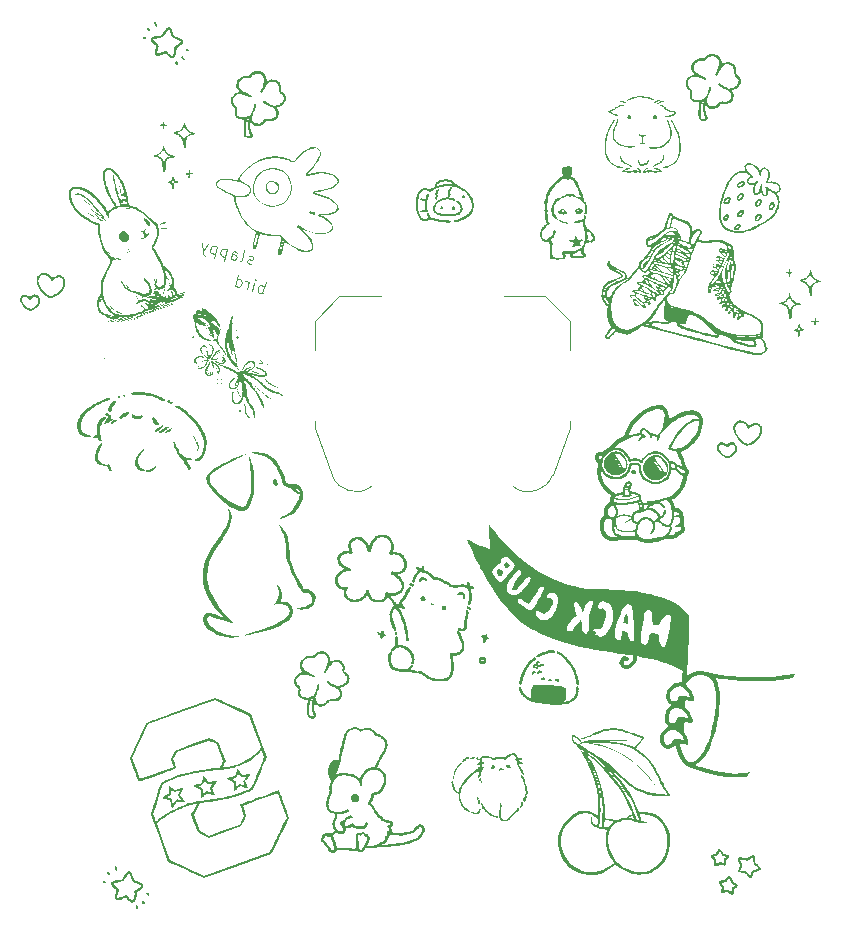
<source format=gbr>
%TF.GenerationSoftware,KiCad,Pcbnew,9.0.2*%
%TF.CreationDate,2025-06-01T15:12:09-05:00*%
%TF.ProjectId,first_pcb_project,66697273-745f-4706-9362-5f70726f6a65,rev?*%
%TF.SameCoordinates,Original*%
%TF.FileFunction,Legend,Bot*%
%TF.FilePolarity,Positive*%
%FSLAX46Y46*%
G04 Gerber Fmt 4.6, Leading zero omitted, Abs format (unit mm)*
G04 Created by KiCad (PCBNEW 9.0.2) date 2025-06-01 15:12:09*
%MOMM*%
%LPD*%
G01*
G04 APERTURE LIST*
%ADD10C,0.100000*%
%ADD11C,0.300000*%
%ADD12C,0.000000*%
%ADD13C,0.120000*%
G04 APERTURE END LIST*
D10*
X71239490Y-88798115D02*
X71498309Y-87832189D01*
X71399712Y-88200161D02*
X71320043Y-88129515D01*
X71320043Y-88129515D02*
X71136057Y-88080216D01*
X71136057Y-88080216D02*
X71031740Y-88101563D01*
X71031740Y-88101563D02*
X70973419Y-88135235D01*
X70973419Y-88135235D02*
X70902773Y-88214903D01*
X70902773Y-88214903D02*
X70828824Y-88490882D01*
X70828824Y-88490882D02*
X70850171Y-88595199D01*
X70850171Y-88595199D02*
X70883843Y-88653521D01*
X70883843Y-88653521D02*
X70963511Y-88724166D01*
X70963511Y-88724166D02*
X71147497Y-88773465D01*
X71147497Y-88773465D02*
X71251815Y-88752118D01*
X70365557Y-88563945D02*
X70538103Y-87919995D01*
X70624376Y-87598019D02*
X70658048Y-87656340D01*
X70658048Y-87656340D02*
X70599727Y-87690012D01*
X70599727Y-87690012D02*
X70566055Y-87631691D01*
X70566055Y-87631691D02*
X70624376Y-87598019D01*
X70624376Y-87598019D02*
X70599727Y-87690012D01*
X69905593Y-88440698D02*
X70078139Y-87796748D01*
X70028840Y-87980733D02*
X70007493Y-87876416D01*
X70007493Y-87876416D02*
X69973821Y-87818095D01*
X69973821Y-87818095D02*
X69894153Y-87747449D01*
X69894153Y-87747449D02*
X69802160Y-87722799D01*
X68893670Y-88169554D02*
X69152489Y-87203628D01*
X68905995Y-88123558D02*
X68985663Y-88194204D01*
X68985663Y-88194204D02*
X69169649Y-88243502D01*
X69169649Y-88243502D02*
X69273967Y-88222155D01*
X69273967Y-88222155D02*
X69332288Y-88188484D01*
X69332288Y-88188484D02*
X69402934Y-88108815D01*
X69402934Y-88108815D02*
X69476882Y-87832837D01*
X69476882Y-87832837D02*
X69455535Y-87728519D01*
X69455535Y-87728519D02*
X69421863Y-87670198D01*
X69421863Y-87670198D02*
X69342195Y-87599552D01*
X69342195Y-87599552D02*
X69158209Y-87550253D01*
X69158209Y-87550253D02*
X69053892Y-87571600D01*
X70297811Y-86264443D02*
X70193494Y-86285790D01*
X70193494Y-86285790D02*
X70009508Y-86236491D01*
X70009508Y-86236491D02*
X69929840Y-86165845D01*
X69929840Y-86165845D02*
X69908493Y-86061528D01*
X69908493Y-86061528D02*
X69920817Y-86015531D01*
X69920817Y-86015531D02*
X69991463Y-85935863D01*
X69991463Y-85935863D02*
X70095781Y-85914516D01*
X70095781Y-85914516D02*
X70233770Y-85951490D01*
X70233770Y-85951490D02*
X70338088Y-85930143D01*
X70338088Y-85930143D02*
X70408734Y-85850475D01*
X70408734Y-85850475D02*
X70421059Y-85804478D01*
X70421059Y-85804478D02*
X70399712Y-85700161D01*
X70399712Y-85700161D02*
X70320043Y-85629515D01*
X70320043Y-85629515D02*
X70182054Y-85592541D01*
X70182054Y-85592541D02*
X70077736Y-85613888D01*
X69319561Y-86051620D02*
X69423878Y-86030273D01*
X69423878Y-86030273D02*
X69494524Y-85950605D01*
X69494524Y-85950605D02*
X69716369Y-85122669D01*
X68537620Y-85842100D02*
X68673192Y-85336139D01*
X68673192Y-85336139D02*
X68743838Y-85256471D01*
X68743838Y-85256471D02*
X68848156Y-85235124D01*
X68848156Y-85235124D02*
X69032142Y-85284423D01*
X69032142Y-85284423D02*
X69111810Y-85355068D01*
X68549945Y-85796104D02*
X68629613Y-85866749D01*
X68629613Y-85866749D02*
X68859596Y-85928373D01*
X68859596Y-85928373D02*
X68963913Y-85907026D01*
X68963913Y-85907026D02*
X69034559Y-85827358D01*
X69034559Y-85827358D02*
X69059209Y-85735365D01*
X69059209Y-85735365D02*
X69037862Y-85631047D01*
X69037862Y-85631047D02*
X68958193Y-85560401D01*
X68958193Y-85560401D02*
X68728211Y-85498778D01*
X68728211Y-85498778D02*
X68648543Y-85428132D01*
X68250202Y-85074902D02*
X67991383Y-86040828D01*
X68237877Y-85120899D02*
X68158209Y-85050253D01*
X68158209Y-85050253D02*
X67974223Y-85000954D01*
X67974223Y-85000954D02*
X67869905Y-85022301D01*
X67869905Y-85022301D02*
X67811584Y-85055973D01*
X67811584Y-85055973D02*
X67740938Y-85135641D01*
X67740938Y-85135641D02*
X67666990Y-85411620D01*
X67666990Y-85411620D02*
X67688337Y-85515937D01*
X67688337Y-85515937D02*
X67722008Y-85574259D01*
X67722008Y-85574259D02*
X67801677Y-85644905D01*
X67801677Y-85644905D02*
X67985663Y-85694203D01*
X67985663Y-85694203D02*
X68089980Y-85672856D01*
X67376269Y-84840733D02*
X67117450Y-85806659D01*
X67363944Y-84886729D02*
X67284276Y-84816083D01*
X67284276Y-84816083D02*
X67100290Y-84766784D01*
X67100290Y-84766784D02*
X66995972Y-84788131D01*
X66995972Y-84788131D02*
X66937651Y-84821803D01*
X66937651Y-84821803D02*
X66867005Y-84901471D01*
X66867005Y-84901471D02*
X66793057Y-85177450D01*
X66793057Y-85177450D02*
X66814404Y-85281768D01*
X66814404Y-85281768D02*
X66848076Y-85340089D01*
X66848076Y-85340089D02*
X66927744Y-85410735D01*
X66927744Y-85410735D02*
X67111730Y-85460034D01*
X67111730Y-85460034D02*
X67216047Y-85438687D01*
X66594329Y-84631212D02*
X66191800Y-85213539D01*
X66134364Y-84507965D02*
X66191800Y-85213539D01*
X66191800Y-85213539D02*
X66222170Y-85468171D01*
X66222170Y-85468171D02*
X66255841Y-85526492D01*
X66255841Y-85526492D02*
X66335509Y-85597138D01*
D11*
X102214168Y-118957904D02*
X102373828Y-118953542D01*
X102373828Y-118953542D02*
X102568037Y-119044103D01*
X102568037Y-119044103D02*
X102732058Y-119199400D01*
X102732058Y-119199400D02*
X102801157Y-119389247D01*
X102801157Y-119389247D02*
X102805519Y-119548906D01*
X102805519Y-119548906D02*
X102749507Y-119838038D01*
X102749507Y-119838038D02*
X102658946Y-120032247D01*
X102658946Y-120032247D02*
X102473462Y-120261005D01*
X102473462Y-120261005D02*
X102348352Y-120360291D01*
X102348352Y-120360291D02*
X102158505Y-120429389D01*
X102158505Y-120429389D02*
X101934109Y-120403565D01*
X101934109Y-120403565D02*
X101804637Y-120343191D01*
X101804637Y-120343191D02*
X101640615Y-120187893D01*
X101640615Y-120187893D02*
X101606066Y-120092970D01*
X101606066Y-120092970D02*
X101817375Y-119639816D01*
X101817375Y-119639816D02*
X102076320Y-119760564D01*
X101402784Y-118500737D02*
X101251849Y-118824418D01*
X101635904Y-118845880D02*
X101251849Y-118824418D01*
X101251849Y-118824418D02*
X100988541Y-118544010D01*
X101325309Y-119173924D02*
X101251849Y-118824418D01*
X101251849Y-118824418D02*
X100936892Y-118992802D01*
X100367003Y-118017744D02*
X100216068Y-118341426D01*
X100600124Y-118362888D02*
X100216068Y-118341426D01*
X100216068Y-118341426D02*
X99952761Y-118061018D01*
X100289529Y-118690932D02*
X100216068Y-118341426D01*
X100216068Y-118341426D02*
X99901112Y-118509810D01*
X99331223Y-117534752D02*
X99180288Y-117858433D01*
X99564344Y-117879896D02*
X99180288Y-117858433D01*
X99180288Y-117858433D02*
X98916981Y-117578026D01*
X99253749Y-118207940D02*
X99180288Y-117858433D01*
X99180288Y-117858433D02*
X98865331Y-118026817D01*
D12*
%TO.C,G\u002A\u002A\u002A*%
G36*
X87795512Y-79621243D02*
G01*
X87848268Y-79669966D01*
X87891238Y-79704817D01*
X87914975Y-79718112D01*
X87936455Y-79723167D01*
X87991100Y-79745920D01*
X88066703Y-79783000D01*
X88155308Y-79830022D01*
X88248957Y-79882600D01*
X88339694Y-79936349D01*
X88419560Y-79986883D01*
X88480599Y-80029819D01*
X88575960Y-80111882D01*
X88717435Y-80266105D01*
X88846332Y-80444889D01*
X88956619Y-80638443D01*
X89042264Y-80836976D01*
X89097234Y-81030696D01*
X89115730Y-81135058D01*
X89133891Y-81327647D01*
X89125307Y-81499208D01*
X89089323Y-81656829D01*
X89025281Y-81807598D01*
X89023904Y-81810257D01*
X89002204Y-81860044D01*
X88993174Y-81895985D01*
X88982828Y-81931291D01*
X88945628Y-81991445D01*
X88887640Y-82063753D01*
X88815490Y-82141551D01*
X88735799Y-82218176D01*
X88655191Y-82286962D01*
X88580291Y-82341246D01*
X88517722Y-82374362D01*
X88488425Y-82388196D01*
X88441322Y-82420355D01*
X88434259Y-82426145D01*
X88385314Y-82457027D01*
X88310936Y-82496484D01*
X88221205Y-82539618D01*
X88126205Y-82581529D01*
X88036017Y-82617317D01*
X87985970Y-82636537D01*
X87931630Y-82659547D01*
X87902439Y-82674766D01*
X87894998Y-82679353D01*
X87846765Y-82695897D01*
X87774147Y-82711370D01*
X87689905Y-82723787D01*
X87606800Y-82731164D01*
X87537593Y-82731514D01*
X87517518Y-82729860D01*
X87450394Y-82715458D01*
X87415281Y-82687982D01*
X87413920Y-82685644D01*
X87410222Y-82645431D01*
X87442984Y-82610258D01*
X87508182Y-82582767D01*
X87601792Y-82565597D01*
X87612979Y-82564319D01*
X87741334Y-82537907D01*
X87889360Y-82490208D01*
X88048565Y-82425543D01*
X88210456Y-82348233D01*
X88366543Y-82262602D01*
X88508333Y-82172971D01*
X88627333Y-82083662D01*
X88715054Y-81998997D01*
X88722034Y-81990542D01*
X88766649Y-81927712D01*
X88816827Y-81846117D01*
X88862980Y-81761171D01*
X88942086Y-81603746D01*
X88942086Y-81348931D01*
X88942006Y-81322416D01*
X88937143Y-81176353D01*
X88922359Y-81054569D01*
X88894331Y-80943235D01*
X88849732Y-80828522D01*
X88785238Y-80696603D01*
X88749005Y-80628808D01*
X88657594Y-80476453D01*
X88564114Y-80350962D01*
X88461008Y-80242923D01*
X88340721Y-80142924D01*
X88328388Y-80133988D01*
X88258721Y-80089688D01*
X88165506Y-80036527D01*
X88059892Y-79980304D01*
X87953025Y-79926819D01*
X87856055Y-79881871D01*
X87780127Y-79851262D01*
X87743304Y-79838189D01*
X87680116Y-79814726D01*
X87637431Y-79797541D01*
X87606996Y-79786561D01*
X87519492Y-79767131D01*
X87403090Y-79751386D01*
X87265628Y-79739646D01*
X87114939Y-79732234D01*
X86958859Y-79729471D01*
X86805224Y-79731681D01*
X86661868Y-79739184D01*
X86536628Y-79752303D01*
X86516141Y-79755321D01*
X86411359Y-79773743D01*
X86307550Y-79796031D01*
X86224491Y-79818020D01*
X86197114Y-79825997D01*
X86099002Y-79845647D01*
X86023174Y-79846047D01*
X86009460Y-79844047D01*
X85959088Y-79844934D01*
X85932787Y-79865957D01*
X85906424Y-79890037D01*
X85853863Y-79923069D01*
X85786607Y-79957762D01*
X85722821Y-79991662D01*
X85636884Y-80047060D01*
X85567381Y-80102165D01*
X85520342Y-80142520D01*
X85463468Y-80176561D01*
X85410344Y-80186718D01*
X85405367Y-80186693D01*
X85361928Y-80181934D01*
X85344092Y-80171400D01*
X85333526Y-80159659D01*
X85294725Y-80134883D01*
X85237209Y-80105148D01*
X85199333Y-80088361D01*
X85133982Y-80067533D01*
X85060573Y-80057235D01*
X84962876Y-80054468D01*
X84961034Y-80054468D01*
X84891359Y-80054388D01*
X84840557Y-80057653D01*
X84801765Y-80069392D01*
X84768118Y-80094735D01*
X84732753Y-80138813D01*
X84688804Y-80206754D01*
X84629409Y-80303690D01*
X84617239Y-80323815D01*
X84521315Y-80507990D01*
X84453262Y-80689699D01*
X84416623Y-80859685D01*
X84415929Y-80865347D01*
X84399876Y-81000516D01*
X84389075Y-81104189D01*
X84383074Y-81184925D01*
X84381419Y-81251282D01*
X84383657Y-81311816D01*
X84389335Y-81375087D01*
X84397564Y-81453160D01*
X84408575Y-81560822D01*
X84417846Y-81654709D01*
X84426559Y-81713708D01*
X84455546Y-81832665D01*
X84498086Y-81962856D01*
X84549151Y-82089584D01*
X84603713Y-82198148D01*
X84643627Y-82254263D01*
X84702939Y-82322129D01*
X84768193Y-82386098D01*
X84851422Y-82450778D01*
X84946437Y-82497991D01*
X85030972Y-82508768D01*
X85102642Y-82482421D01*
X85142802Y-82461076D01*
X85190642Y-82449055D01*
X85231286Y-82438081D01*
X85279264Y-82408960D01*
X85326554Y-82369544D01*
X85285946Y-82325956D01*
X85251420Y-82278347D01*
X85221309Y-82218258D01*
X85198501Y-82160953D01*
X85174798Y-82106953D01*
X85174727Y-82106805D01*
X85165022Y-82049825D01*
X85191004Y-82006559D01*
X85248042Y-81984738D01*
X85257538Y-81983987D01*
X85295548Y-81992357D01*
X85328782Y-82024080D01*
X85361501Y-82084697D01*
X85397963Y-82179750D01*
X85406702Y-82205453D01*
X85421983Y-82261721D01*
X85422111Y-82298889D01*
X85407994Y-82330599D01*
X85397388Y-82348360D01*
X85394129Y-82365179D01*
X85416016Y-82368450D01*
X85470643Y-82361976D01*
X85541702Y-82359040D01*
X85620518Y-82380762D01*
X85660480Y-82399894D01*
X85791187Y-82448730D01*
X85952142Y-82493913D01*
X86135736Y-82534082D01*
X86334361Y-82567877D01*
X86540407Y-82593938D01*
X86746267Y-82610906D01*
X86944333Y-82617419D01*
X87020300Y-82618890D01*
X87103115Y-82623433D01*
X87164206Y-82630232D01*
X87194052Y-82638486D01*
X87213069Y-82660572D01*
X87213244Y-82704350D01*
X87173667Y-82756229D01*
X87160740Y-82767549D01*
X87137079Y-82781844D01*
X87104599Y-82790583D01*
X87055320Y-82794755D01*
X86981262Y-82795351D01*
X86874445Y-82793362D01*
X86783750Y-82790019D01*
X86658496Y-82782333D01*
X86540434Y-82772061D01*
X86446355Y-82760493D01*
X86434417Y-82758655D01*
X86331487Y-82742934D01*
X86227055Y-82727158D01*
X86142014Y-82714486D01*
X86080750Y-82704318D01*
X85999547Y-82687869D01*
X85938161Y-82672100D01*
X85936667Y-82671631D01*
X85839424Y-82639403D01*
X85740282Y-82603773D01*
X85649429Y-82568674D01*
X85577057Y-82538042D01*
X85533355Y-82515811D01*
X85533006Y-82515586D01*
X85499581Y-82499377D01*
X85468664Y-82504260D01*
X85423428Y-82532844D01*
X85411857Y-82540899D01*
X85289562Y-82607815D01*
X85157259Y-82652284D01*
X85024666Y-82672718D01*
X84901498Y-82667529D01*
X84797473Y-82635130D01*
X84761226Y-82612836D01*
X84688645Y-82554045D01*
X84613167Y-82479697D01*
X84546590Y-82401827D01*
X84500714Y-82332468D01*
X84497819Y-82326959D01*
X84471871Y-82284281D01*
X84452667Y-82263011D01*
X84450094Y-82261357D01*
X84428930Y-82232082D01*
X84399308Y-82175723D01*
X84365650Y-82101876D01*
X84332376Y-82020137D01*
X84303907Y-81940102D01*
X84284238Y-81873823D01*
X84246250Y-81692719D01*
X84224015Y-81485857D01*
X84216748Y-81247004D01*
X84216949Y-81207921D01*
X84230116Y-80957642D01*
X84265718Y-80732555D01*
X84326351Y-80523378D01*
X84414611Y-80320828D01*
X84533091Y-80115624D01*
X84555112Y-80082887D01*
X84637818Y-79984466D01*
X84723403Y-79917533D01*
X84806731Y-79886390D01*
X84852522Y-79881295D01*
X84953607Y-79878375D01*
X85060116Y-79883982D01*
X85162820Y-79896791D01*
X85252488Y-79915477D01*
X85319891Y-79938716D01*
X85355797Y-79965182D01*
X85361088Y-79971751D01*
X85398037Y-79983023D01*
X85449252Y-79968714D01*
X85502967Y-79931518D01*
X85534228Y-79907352D01*
X85593819Y-79869930D01*
X85665159Y-79830362D01*
X85736711Y-79794658D01*
X85796942Y-79768828D01*
X85834316Y-79758882D01*
X85835386Y-79758822D01*
X85846457Y-79738889D01*
X85842210Y-79687668D01*
X85836497Y-79616736D01*
X86020920Y-79616736D01*
X86030171Y-79665973D01*
X86047382Y-79717105D01*
X86133947Y-79667869D01*
X86188058Y-79643227D01*
X86294987Y-79612622D01*
X86439725Y-79586507D01*
X86467116Y-79582793D01*
X86572129Y-79572082D01*
X86697162Y-79563289D01*
X86833551Y-79556631D01*
X86972633Y-79552325D01*
X87105744Y-79550587D01*
X87224221Y-79551633D01*
X87319399Y-79555680D01*
X87382615Y-79562945D01*
X87453964Y-79577338D01*
X87393567Y-79530510D01*
X87372523Y-79514527D01*
X87193637Y-79404035D01*
X87007658Y-79332926D01*
X86816125Y-79301636D01*
X86620575Y-79310603D01*
X86614458Y-79311522D01*
X86517620Y-79328230D01*
X86421209Y-79348173D01*
X86345242Y-79367234D01*
X86330510Y-79371967D01*
X86258639Y-79403679D01*
X86181343Y-79448267D01*
X86109322Y-79498437D01*
X86053273Y-79546893D01*
X86023895Y-79586342D01*
X86020920Y-79616736D01*
X85836497Y-79616736D01*
X85836139Y-79612285D01*
X85852212Y-79544510D01*
X85894981Y-79475939D01*
X85968725Y-79396731D01*
X85997471Y-79369903D01*
X86102779Y-79289382D01*
X86219756Y-79229276D01*
X86357832Y-79185481D01*
X86526435Y-79153888D01*
X86638361Y-79141441D01*
X86848440Y-79138972D01*
X87041384Y-79164965D01*
X87212427Y-79218588D01*
X87356802Y-79299008D01*
X87412635Y-79338172D01*
X87491286Y-79391429D01*
X87569584Y-79442873D01*
X87636681Y-79489590D01*
X87723233Y-79557253D01*
X87745920Y-79577338D01*
X87795512Y-79621243D01*
G37*
G36*
X87012146Y-80665566D02*
G01*
X87107415Y-80676578D01*
X87146531Y-80681875D01*
X87302184Y-80711749D01*
X87422987Y-80751873D01*
X87513029Y-80803526D01*
X87538554Y-80834264D01*
X87538686Y-80884843D01*
X87538231Y-80886618D01*
X87510436Y-80936555D01*
X87462745Y-80950990D01*
X87395488Y-80929819D01*
X87376289Y-80921638D01*
X87313201Y-80901483D01*
X87228986Y-80879724D01*
X87136479Y-80859830D01*
X87098987Y-80852663D01*
X87019583Y-80838966D01*
X86957114Y-80832797D01*
X86897327Y-80834137D01*
X86825965Y-80842967D01*
X86728775Y-80859267D01*
X86715294Y-80861659D01*
X86497398Y-80913419D01*
X86312487Y-80983801D01*
X86161690Y-81072153D01*
X86046132Y-81177823D01*
X85966942Y-81300157D01*
X85958981Y-81316780D01*
X85929126Y-81372511D01*
X85904381Y-81410086D01*
X85893966Y-81427545D01*
X85873959Y-81480042D01*
X85856515Y-81546382D01*
X85845837Y-81610217D01*
X85847025Y-81666707D01*
X85864138Y-81719656D01*
X85900072Y-81784766D01*
X85987826Y-81883818D01*
X86100224Y-81959530D01*
X86228223Y-82004819D01*
X86294972Y-82016665D01*
X86418056Y-82032410D01*
X86562981Y-82045839D01*
X86720847Y-82056561D01*
X86882754Y-82064186D01*
X87039804Y-82068324D01*
X87183096Y-82068583D01*
X87303730Y-82064574D01*
X87392808Y-82055906D01*
X87426809Y-82050617D01*
X87491644Y-82041005D01*
X87535504Y-82035128D01*
X87617888Y-82020184D01*
X87747002Y-81971964D01*
X87856398Y-81899394D01*
X87940884Y-81807361D01*
X87995268Y-81700753D01*
X88014358Y-81584455D01*
X88013520Y-81564319D01*
X87990300Y-81460821D01*
X87940558Y-81350499D01*
X87871443Y-81244685D01*
X87790102Y-81154712D01*
X87703683Y-81091911D01*
X87679492Y-81074198D01*
X87651631Y-81030658D01*
X87646828Y-80984637D01*
X87668757Y-80950956D01*
X87669944Y-80950245D01*
X87720770Y-80941529D01*
X87788754Y-80957214D01*
X87862421Y-80993163D01*
X87930297Y-81045241D01*
X87965794Y-81080893D01*
X88000951Y-81120656D01*
X88014557Y-81142676D01*
X88024759Y-81162826D01*
X88054901Y-81195655D01*
X88066595Y-81207713D01*
X88108213Y-81274983D01*
X88143501Y-81368323D01*
X88168747Y-81476152D01*
X88180242Y-81586892D01*
X88180929Y-81618357D01*
X88177346Y-81697047D01*
X88162039Y-81761283D01*
X88131065Y-81830597D01*
X88067125Y-81932622D01*
X87965634Y-82036586D01*
X87836761Y-82117141D01*
X87677424Y-82176121D01*
X87484541Y-82215359D01*
X87422667Y-82222573D01*
X87301021Y-82230808D01*
X87147714Y-82235254D01*
X86960510Y-82235935D01*
X86737175Y-82232874D01*
X86475472Y-82226094D01*
X86452587Y-82223975D01*
X86387951Y-82213258D01*
X86304672Y-82196203D01*
X86216031Y-82175781D01*
X86135312Y-82154963D01*
X86075798Y-82136718D01*
X85986160Y-82097945D01*
X85856979Y-82011871D01*
X85757611Y-81902571D01*
X85691914Y-81773696D01*
X85670778Y-81690859D01*
X85667741Y-81567029D01*
X85698882Y-81435602D01*
X85765084Y-81290756D01*
X85774862Y-81273465D01*
X85824876Y-81195937D01*
X85884398Y-81116243D01*
X85947056Y-81041633D01*
X86006477Y-80979361D01*
X86056288Y-80936680D01*
X86090118Y-80920841D01*
X86090556Y-80920836D01*
X86125164Y-80907872D01*
X86168335Y-80877440D01*
X86169851Y-80876135D01*
X86249267Y-80825392D01*
X86364119Y-80776867D01*
X86509205Y-80732427D01*
X86679325Y-80693940D01*
X86689685Y-80691947D01*
X86791089Y-80673587D01*
X86868773Y-80663471D01*
X86937529Y-80660997D01*
X87012146Y-80665566D01*
G37*
G36*
X85289121Y-80351361D02*
G01*
X85323348Y-80365502D01*
X85335598Y-80399493D01*
X85326709Y-80458658D01*
X85297517Y-80548321D01*
X85296847Y-80550151D01*
X85257515Y-80660637D01*
X85230368Y-80746833D01*
X85212195Y-80821989D01*
X85199782Y-80899357D01*
X85189917Y-80992189D01*
X85179528Y-81148517D01*
X85176426Y-81307971D01*
X85180644Y-81457100D01*
X85191895Y-81585926D01*
X85209892Y-81684474D01*
X85218845Y-81719888D01*
X85237564Y-81817701D01*
X85240939Y-81888277D01*
X85228576Y-81926512D01*
X85228303Y-81926781D01*
X85192262Y-81939263D01*
X85143464Y-81935635D01*
X85105512Y-81917606D01*
X85091529Y-81909063D01*
X85049617Y-81905918D01*
X84978121Y-81917606D01*
X84899742Y-81931778D01*
X84792505Y-81941080D01*
X84706935Y-81935944D01*
X84646710Y-81917729D01*
X84615503Y-81887792D01*
X84616992Y-81847492D01*
X84654852Y-81798187D01*
X84687953Y-81774933D01*
X84738022Y-81761503D01*
X84814137Y-81759201D01*
X84860360Y-81759101D01*
X84928768Y-81754949D01*
X84975013Y-81747123D01*
X84992291Y-81740699D01*
X85010020Y-81724356D01*
X85013905Y-81691596D01*
X85007220Y-81630573D01*
X85006832Y-81627652D01*
X85001437Y-81565533D01*
X84996884Y-81475120D01*
X84993641Y-81368092D01*
X84992177Y-81256125D01*
X84991146Y-80983559D01*
X84877130Y-80961761D01*
X84816285Y-80947921D01*
X84730369Y-80921039D01*
X84658143Y-80890217D01*
X84608376Y-80859400D01*
X84589838Y-80832532D01*
X84592234Y-80816123D01*
X84620953Y-80774601D01*
X84670649Y-80748138D01*
X84726724Y-80745966D01*
X84787735Y-80760505D01*
X84854846Y-80776374D01*
X84855834Y-80776607D01*
X84920956Y-80792475D01*
X84977806Y-80807133D01*
X84984888Y-80808991D01*
X85010674Y-80811766D01*
X85027670Y-80798643D01*
X85041475Y-80761597D01*
X85057688Y-80692600D01*
X85083049Y-80589560D01*
X85120362Y-80479989D01*
X85162054Y-80405675D01*
X85210069Y-80363427D01*
X85266350Y-80350054D01*
X85289121Y-80351361D01*
G37*
G36*
X87432057Y-81410191D02*
G01*
X87495325Y-81425195D01*
X87535573Y-81468960D01*
X87557515Y-81546326D01*
X87561040Y-81571378D01*
X87563230Y-81622136D01*
X87550092Y-81655748D01*
X87516849Y-81688970D01*
X87502969Y-81700555D01*
X87453078Y-81730610D01*
X87408689Y-81728270D01*
X87354787Y-81694000D01*
X87325947Y-81662560D01*
X87302505Y-81600908D01*
X87303363Y-81533870D01*
X87325820Y-81472411D01*
X87367174Y-81427495D01*
X87424726Y-81410086D01*
X87432057Y-81410191D01*
G37*
G36*
X86438922Y-81428165D02*
G01*
X86511147Y-81487739D01*
X86524826Y-81501083D01*
X86563829Y-81555338D01*
X86563810Y-81598870D01*
X86524489Y-81632399D01*
X86445587Y-81656646D01*
X86388540Y-81666326D01*
X86330791Y-81667239D01*
X86300672Y-81650349D01*
X86292005Y-81613939D01*
X86301497Y-81574091D01*
X86337872Y-81556461D01*
X86366451Y-81550077D01*
X86383739Y-81539344D01*
X86370803Y-81521369D01*
X86337872Y-81491114D01*
X86312355Y-81468255D01*
X86304704Y-81446241D01*
X86325301Y-81419604D01*
X86341637Y-81406943D01*
X86383833Y-81401751D01*
X86438922Y-81428165D01*
G37*
G36*
X86170985Y-79907383D02*
G01*
X86206250Y-79941412D01*
X86220657Y-79993143D01*
X86216702Y-80011351D01*
X86191185Y-80058949D01*
X86149822Y-80110880D01*
X86105975Y-80162541D01*
X86077222Y-80214034D01*
X86062151Y-80274567D01*
X86058193Y-80354571D01*
X86062782Y-80464474D01*
X86064362Y-80493711D01*
X86065943Y-80568197D01*
X86063477Y-80622272D01*
X86057271Y-80645828D01*
X86054146Y-80649660D01*
X86048718Y-80683163D01*
X86051877Y-80736406D01*
X86053482Y-80750019D01*
X86055832Y-80808639D01*
X86050576Y-80848521D01*
X86030638Y-80872642D01*
X85988573Y-80879966D01*
X85939585Y-80861980D01*
X85895881Y-80820864D01*
X85876153Y-80790150D01*
X85857243Y-80737258D01*
X85860118Y-80677012D01*
X85884041Y-80595414D01*
X85901713Y-80523361D01*
X85896248Y-80475636D01*
X85886432Y-80443448D01*
X85881586Y-80373717D01*
X85886705Y-80289205D01*
X85900694Y-80204209D01*
X85922460Y-80133031D01*
X85924121Y-80129244D01*
X85957738Y-80072746D01*
X86006082Y-80012183D01*
X86059895Y-79957102D01*
X86109918Y-79917051D01*
X86146893Y-79901579D01*
X86170985Y-79907383D01*
G37*
G36*
X88362687Y-80519854D02*
G01*
X88397040Y-80569178D01*
X88406279Y-80623215D01*
X88391243Y-80688150D01*
X88348832Y-80733240D01*
X88331399Y-80739184D01*
X88276548Y-80739400D01*
X88216620Y-80724864D01*
X88172433Y-80699551D01*
X88171259Y-80698217D01*
X88161306Y-80664648D01*
X88160865Y-80612700D01*
X88168723Y-80578912D01*
X88203458Y-80529792D01*
X88254777Y-80502210D01*
X88311560Y-80498214D01*
X88362687Y-80519854D01*
G37*
G36*
X87236881Y-79772534D02*
G01*
X87253859Y-79786612D01*
X87276176Y-79836021D01*
X87268889Y-79894371D01*
X87232344Y-79948330D01*
X87198600Y-79989327D01*
X87160547Y-80076560D01*
X87145822Y-80177029D01*
X87157706Y-80276308D01*
X87158355Y-80278632D01*
X87171385Y-80339927D01*
X87166870Y-80387347D01*
X87142742Y-80444055D01*
X87135481Y-80459006D01*
X87107608Y-80524537D01*
X87089534Y-80579388D01*
X87075516Y-80609522D01*
X87037045Y-80634990D01*
X86991935Y-80631110D01*
X86955243Y-80596017D01*
X86942546Y-80561046D01*
X86934916Y-80497270D01*
X86940453Y-80435716D01*
X86958831Y-80394674D01*
X86968597Y-80375844D01*
X86977609Y-80314974D01*
X86977910Y-80219327D01*
X86976748Y-80140563D01*
X86983124Y-80075887D01*
X87001220Y-80016741D01*
X87034845Y-79944769D01*
X87084092Y-79860679D01*
X87139226Y-79796292D01*
X87191238Y-79765987D01*
X87236881Y-79772534D01*
G37*
G36*
X111759736Y-70796456D02*
G01*
X111713739Y-70947791D01*
X111663939Y-71077349D01*
X111611473Y-71173811D01*
X111551240Y-71248229D01*
X111472219Y-71325038D01*
X111317445Y-71450631D01*
X111179516Y-71526440D01*
X111059431Y-71551847D01*
X111056078Y-71551866D01*
X110987237Y-71566058D01*
X110963803Y-71602591D01*
X110989756Y-71655541D01*
X111004912Y-71675274D01*
X111047016Y-71741886D01*
X111091453Y-71823461D01*
X111113315Y-71868401D01*
X111133483Y-71923142D01*
X111140005Y-71978875D01*
X111134224Y-72053113D01*
X111117480Y-72163370D01*
X111088836Y-72311607D01*
X111052621Y-72423142D01*
X111001671Y-72505596D01*
X110927979Y-72571805D01*
X110823538Y-72634608D01*
X110753562Y-72670592D01*
X110682182Y-72700074D01*
X110610586Y-72716596D01*
X110520723Y-72724011D01*
X110394540Y-72726172D01*
X110356702Y-72726137D01*
X110233805Y-72721921D01*
X110146477Y-72711969D01*
X110104059Y-72697212D01*
X110073813Y-72673080D01*
X110042046Y-72677800D01*
X110019285Y-72733706D01*
X110013085Y-72750275D01*
X109966615Y-72815956D01*
X109888497Y-72895018D01*
X109790849Y-72977711D01*
X109685789Y-73054283D01*
X109585435Y-73114981D01*
X109501907Y-73150055D01*
X109492308Y-73152597D01*
X109350014Y-73180932D01*
X109234622Y-73178932D01*
X109127014Y-73143567D01*
X109008074Y-73071809D01*
X108921469Y-73007786D01*
X108840418Y-72940679D01*
X108786985Y-72888244D01*
X108726774Y-72816408D01*
X108726684Y-73101954D01*
X108726685Y-73105430D01*
X108734538Y-73306835D01*
X108760406Y-73472606D01*
X108808193Y-73619392D01*
X108881799Y-73763847D01*
X108895370Y-73788241D01*
X108928939Y-73864169D01*
X108942377Y-73921169D01*
X108941008Y-73934693D01*
X108932518Y-73955602D01*
X108913464Y-74002528D01*
X108861268Y-74080463D01*
X108798636Y-74149566D01*
X108739787Y-74190909D01*
X108688486Y-74206939D01*
X108573111Y-74208740D01*
X108472644Y-74162554D01*
X108408949Y-74124416D01*
X108350814Y-74108164D01*
X108327066Y-74105649D01*
X108262475Y-74065469D01*
X108210658Y-73975108D01*
X108170588Y-73832993D01*
X108155046Y-73716555D01*
X108147079Y-73551872D01*
X108147418Y-73467758D01*
X108338896Y-73467758D01*
X108342099Y-73630583D01*
X108352671Y-73774862D01*
X108371136Y-73891482D01*
X108398020Y-73971330D01*
X108423400Y-74004448D01*
X108460625Y-74021828D01*
X108470866Y-74020511D01*
X108529434Y-74014250D01*
X108609240Y-74006667D01*
X108635849Y-74003845D01*
X108697550Y-73988243D01*
X108721651Y-73955602D01*
X108710887Y-73896348D01*
X108667990Y-73800908D01*
X108648955Y-73759825D01*
X108585128Y-73560938D01*
X108546169Y-73319693D01*
X108533023Y-73041404D01*
X108535272Y-72874627D01*
X108543069Y-72748886D01*
X108557810Y-72661183D01*
X108580889Y-72603315D01*
X108613702Y-72567079D01*
X108634697Y-72544486D01*
X108635088Y-72513651D01*
X108613091Y-72507445D01*
X108567143Y-72525815D01*
X108536295Y-72545877D01*
X108478474Y-72574254D01*
X108445026Y-72611660D01*
X108415039Y-72694391D01*
X108389271Y-72813253D01*
X108368249Y-72959134D01*
X108352495Y-73122921D01*
X108342536Y-73295500D01*
X108338896Y-73467758D01*
X108147418Y-73467758D01*
X108147841Y-73362721D01*
X108156636Y-73164229D01*
X108172770Y-72971527D01*
X108195547Y-72799743D01*
X108224273Y-72664006D01*
X108223828Y-72643431D01*
X108199501Y-72626719D01*
X108140256Y-72615006D01*
X108036363Y-72605251D01*
X107970859Y-72598257D01*
X107785503Y-72553701D01*
X107629119Y-72477672D01*
X107509119Y-72374548D01*
X107432913Y-72248710D01*
X107413793Y-72178209D01*
X107400273Y-72038669D01*
X107406330Y-71878224D01*
X107431995Y-71715016D01*
X107434645Y-71700269D01*
X107429414Y-71656816D01*
X107395688Y-71611891D01*
X107324558Y-71551973D01*
X107272991Y-71510006D01*
X107221742Y-71462487D01*
X107201906Y-71435438D01*
X107201897Y-71435007D01*
X107187619Y-71398463D01*
X107154315Y-71341779D01*
X107136562Y-71311844D01*
X107086353Y-71177854D01*
X107062409Y-71022640D01*
X107066812Y-70917339D01*
X107237119Y-70917339D01*
X107244725Y-71001580D01*
X107248820Y-71026650D01*
X107280376Y-71149356D01*
X107325806Y-71259765D01*
X107378391Y-71343966D01*
X107431413Y-71388051D01*
X107459721Y-71401095D01*
X107538240Y-71472823D01*
X107576541Y-71575251D01*
X107587960Y-71627394D01*
X107607580Y-71668936D01*
X107612194Y-71677789D01*
X107616086Y-71729694D01*
X107607085Y-71804911D01*
X107594612Y-71882037D01*
X107585865Y-72032701D01*
X107600066Y-72158182D01*
X107635738Y-72249828D01*
X107691404Y-72298986D01*
X107692675Y-72299480D01*
X107745413Y-72323920D01*
X107813790Y-72359784D01*
X107868612Y-72380894D01*
X107977706Y-72403319D01*
X108113894Y-72416601D01*
X108184212Y-72419980D01*
X108273159Y-72420260D01*
X108337338Y-72410201D01*
X108395389Y-72385936D01*
X108465953Y-72343602D01*
X108524705Y-72309687D01*
X108605127Y-72273117D01*
X108662155Y-72258913D01*
X108701750Y-72251831D01*
X108724818Y-72227630D01*
X108729903Y-72201068D01*
X108754500Y-72137013D01*
X108791945Y-72059519D01*
X108833763Y-71984484D01*
X108871479Y-71927806D01*
X108896618Y-71905380D01*
X108909785Y-71910083D01*
X108893426Y-71938014D01*
X108874771Y-71968893D01*
X108862147Y-72023931D01*
X108864535Y-72073932D01*
X108883406Y-72095744D01*
X108887325Y-72094840D01*
X108908861Y-72063569D01*
X108928182Y-72002520D01*
X108941305Y-71931958D01*
X108944246Y-71872144D01*
X108933022Y-71843340D01*
X108924581Y-71821329D01*
X108934037Y-71753295D01*
X108964204Y-71644473D01*
X108966257Y-71637944D01*
X108995407Y-71539000D01*
X109016096Y-71457503D01*
X109023962Y-71410531D01*
X109027234Y-71368083D01*
X109058160Y-71302295D01*
X109120448Y-71279898D01*
X109157045Y-71282850D01*
X109190852Y-71301810D01*
X109203597Y-71346121D01*
X109197031Y-71424681D01*
X109172906Y-71546387D01*
X109145024Y-71664046D01*
X109113009Y-71771199D01*
X109084207Y-71831073D01*
X109057143Y-71847499D01*
X109041192Y-71845721D01*
X109007638Y-71854990D01*
X109021928Y-71889333D01*
X109028622Y-71898173D01*
X109033545Y-71932126D01*
X108993733Y-71969712D01*
X108977176Y-71981944D01*
X108950836Y-72015997D01*
X108966874Y-72051701D01*
X108981661Y-72083392D01*
X108971413Y-72129205D01*
X108930412Y-72201938D01*
X108895614Y-72271576D01*
X108863931Y-72400813D01*
X108865236Y-72530387D01*
X108900919Y-72639641D01*
X108931681Y-72694617D01*
X108959680Y-72748421D01*
X108967719Y-72763219D01*
X109024198Y-72831375D01*
X109098529Y-72891106D01*
X109167889Y-72923247D01*
X109259912Y-72939302D01*
X109416922Y-72949841D01*
X109531367Y-72930034D01*
X109593264Y-72898232D01*
X109667807Y-72847073D01*
X109738734Y-72789009D01*
X109791763Y-72735767D01*
X109812613Y-72699077D01*
X109818186Y-72676850D01*
X109859081Y-72631244D01*
X109921045Y-72599308D01*
X109981686Y-72594847D01*
X110029979Y-72597129D01*
X110084689Y-72557445D01*
X110111276Y-72528915D01*
X110152378Y-72516820D01*
X110220484Y-72530847D01*
X110340466Y-72555357D01*
X110500436Y-72549570D01*
X110648835Y-72492958D01*
X110792515Y-72383760D01*
X110824947Y-72351938D01*
X110884964Y-72278327D01*
X110915244Y-72202991D01*
X110920482Y-72109145D01*
X110905368Y-71979998D01*
X110888998Y-71902717D01*
X110825729Y-71760664D01*
X110721980Y-71653446D01*
X110574069Y-71576577D01*
X110433380Y-71523829D01*
X110333295Y-71484119D01*
X110273344Y-71456986D01*
X110247730Y-71440004D01*
X110240727Y-71433914D01*
X110196621Y-71402488D01*
X110122673Y-71353001D01*
X110030171Y-71293078D01*
X109973552Y-71256571D01*
X109870855Y-71186418D01*
X109808634Y-71134509D01*
X109782053Y-71094854D01*
X109786277Y-71061463D01*
X109816471Y-71028346D01*
X109864588Y-70993051D01*
X109909047Y-70984815D01*
X109954592Y-71014749D01*
X109975717Y-71032801D01*
X110034872Y-71075937D01*
X110057529Y-71090722D01*
X110120670Y-71133441D01*
X110196893Y-71186146D01*
X110278803Y-71236358D01*
X110391628Y-71295249D01*
X110506082Y-71346887D01*
X110516353Y-71351108D01*
X110614081Y-71393904D01*
X110693897Y-71433225D01*
X110739379Y-71461036D01*
X110782401Y-71490255D01*
X110809764Y-71494948D01*
X110805194Y-71470211D01*
X110804615Y-71469206D01*
X110815564Y-71441246D01*
X110868121Y-71412613D01*
X110950266Y-71388105D01*
X111049979Y-71372519D01*
X111139288Y-71351662D01*
X111214170Y-71294056D01*
X111216074Y-71291721D01*
X111263286Y-71244878D01*
X111300268Y-71225509D01*
X111338716Y-71209210D01*
X111393309Y-71151990D01*
X111449928Y-71066093D01*
X111501975Y-70964669D01*
X111542848Y-70860867D01*
X111565948Y-70767836D01*
X111564674Y-70698727D01*
X111558252Y-70684700D01*
X111518427Y-70628994D01*
X111452903Y-70553613D01*
X111371981Y-70470743D01*
X111334106Y-70432966D01*
X111267045Y-70359433D01*
X111224259Y-70302743D01*
X111213684Y-70272821D01*
X111207989Y-70238958D01*
X111169205Y-70195021D01*
X111137343Y-70166225D01*
X111121417Y-70133521D01*
X111124012Y-70083336D01*
X111142770Y-69998107D01*
X111147985Y-69976111D01*
X111162323Y-69900889D01*
X111161295Y-69841606D01*
X111142087Y-69776650D01*
X111101879Y-69684407D01*
X111100097Y-69680519D01*
X111042666Y-69572832D01*
X110978857Y-69498311D01*
X110896717Y-69449819D01*
X110784290Y-69420214D01*
X110629624Y-69402357D01*
X110397302Y-69383797D01*
X110242059Y-69533753D01*
X110233786Y-69541819D01*
X110152370Y-69628637D01*
X110083340Y-69714365D01*
X110040877Y-69781536D01*
X110032210Y-69799334D01*
X109995972Y-69862651D01*
X109967437Y-69897238D01*
X109960015Y-69904727D01*
X109927842Y-69952023D01*
X109881615Y-70030660D01*
X109828685Y-70128394D01*
X109783457Y-70210676D01*
X109720912Y-70303214D01*
X109669753Y-70346303D01*
X109627518Y-70341631D01*
X109591746Y-70290887D01*
X109585049Y-70275363D01*
X109576110Y-70222383D01*
X109605044Y-70178228D01*
X109631870Y-70145214D01*
X109649443Y-70103566D01*
X109651276Y-70091629D01*
X109669475Y-70036564D01*
X109700863Y-69962735D01*
X109717372Y-69925952D01*
X109762794Y-69812261D01*
X109801960Y-69697723D01*
X109829441Y-69599120D01*
X109839807Y-69533232D01*
X109839850Y-69530901D01*
X109853269Y-69470518D01*
X109883438Y-69397965D01*
X109898010Y-69367301D01*
X109912489Y-69313620D01*
X109910451Y-69248471D01*
X109892658Y-69151446D01*
X109891307Y-69145205D01*
X109831235Y-68979801D01*
X109732429Y-68852556D01*
X109594807Y-68763395D01*
X109418287Y-68712242D01*
X109399008Y-68709677D01*
X109273306Y-68714560D01*
X109137646Y-68748612D01*
X109008102Y-68805089D01*
X108900752Y-68877245D01*
X108831671Y-68958338D01*
X108788695Y-69015186D01*
X108713994Y-69059126D01*
X108604993Y-69080778D01*
X108452932Y-69083027D01*
X108367297Y-69082569D01*
X108194294Y-69105005D01*
X108048048Y-69163851D01*
X107915633Y-69263449D01*
X107898184Y-69280306D01*
X107825945Y-69370223D01*
X107777849Y-69477729D01*
X107745228Y-69621012D01*
X107737373Y-69694839D01*
X107748072Y-69774332D01*
X107786863Y-69865975D01*
X107790209Y-69872514D01*
X107850250Y-69971000D01*
X107918192Y-70055824D01*
X107983354Y-70115293D01*
X108035058Y-70137714D01*
X108050396Y-70140164D01*
X108072142Y-70164909D01*
X108074724Y-70175188D01*
X108106755Y-70192104D01*
X108141747Y-70204217D01*
X108208548Y-70239650D01*
X108290321Y-70290239D01*
X108319762Y-70309412D01*
X108458153Y-70393560D01*
X108582397Y-70459693D01*
X108682702Y-70502944D01*
X108749276Y-70518442D01*
X108768077Y-70521234D01*
X108810309Y-70555951D01*
X108825494Y-70612772D01*
X108805320Y-70669319D01*
X108801984Y-70673293D01*
X108777599Y-70696169D01*
X108747253Y-70704752D01*
X108699814Y-70697560D01*
X108624148Y-70673113D01*
X108509123Y-70629931D01*
X108395592Y-70587055D01*
X108247085Y-70534561D01*
X108127807Y-70499041D01*
X108025123Y-70477453D01*
X107926397Y-70466758D01*
X107818994Y-70463918D01*
X107765680Y-70464180D01*
X107673313Y-70468193D01*
X107609595Y-70480957D01*
X107556573Y-70507397D01*
X107496294Y-70552436D01*
X107467356Y-70577147D01*
X107379412Y-70665796D01*
X107305923Y-70756827D01*
X107287360Y-70784294D01*
X107249088Y-70853880D01*
X107237119Y-70917339D01*
X107066812Y-70917339D01*
X107068836Y-70868927D01*
X107077551Y-70816952D01*
X107091275Y-70761984D01*
X107113988Y-70713726D01*
X107152998Y-70660824D01*
X107215613Y-70591929D01*
X107309142Y-70495689D01*
X107364182Y-70441207D01*
X107427177Y-70388032D01*
X107474056Y-70365522D01*
X107515914Y-70366759D01*
X107568315Y-70368613D01*
X107608822Y-70329960D01*
X107647733Y-70292313D01*
X107732220Y-70268527D01*
X107827255Y-70260091D01*
X107738938Y-70162454D01*
X107647837Y-70052057D01*
X107584939Y-69943728D01*
X107551959Y-69829059D01*
X107540931Y-69688999D01*
X107541578Y-69609853D01*
X107555240Y-69492955D01*
X107587357Y-69403856D01*
X107596202Y-69386553D01*
X107625289Y-69322031D01*
X107637024Y-69282580D01*
X107650680Y-69254461D01*
X107698820Y-69200239D01*
X107770262Y-69134169D01*
X107852981Y-69066556D01*
X107934953Y-69007707D01*
X108004154Y-68967927D01*
X108005543Y-68967294D01*
X108116946Y-68920575D01*
X108210810Y-68894020D01*
X108310992Y-68882986D01*
X108441350Y-68882829D01*
X108506616Y-68884166D01*
X108584130Y-68881591D01*
X108635946Y-68867409D01*
X108680083Y-68835215D01*
X108734557Y-68778605D01*
X108822917Y-68697626D01*
X108982242Y-68599270D01*
X109159578Y-68534542D01*
X109342624Y-68506175D01*
X109519078Y-68516899D01*
X109676638Y-68569446D01*
X109710698Y-68587747D01*
X109882279Y-68709380D01*
X110005411Y-68855536D01*
X110080438Y-69026736D01*
X110107702Y-69223500D01*
X110109186Y-69268548D01*
X110114916Y-69336745D01*
X110122868Y-69369240D01*
X110125408Y-69370490D01*
X110159533Y-69359784D01*
X110214711Y-69326016D01*
X110244340Y-69306201D01*
X110292792Y-69287186D01*
X110326525Y-69302653D01*
X110336239Y-69310990D01*
X110367667Y-69312950D01*
X110408179Y-69270972D01*
X110413823Y-69263622D01*
X110443862Y-69232878D01*
X110482171Y-69217682D01*
X110544017Y-69214811D01*
X110644666Y-69221041D01*
X110677750Y-69223645D01*
X110806580Y-69235462D01*
X110897118Y-69248830D01*
X110962620Y-69267227D01*
X111016343Y-69294129D01*
X111071541Y-69333014D01*
X111143658Y-69394153D01*
X111205947Y-69468724D01*
X111256517Y-69563772D01*
X111306049Y-69695824D01*
X111335579Y-69797298D01*
X111347533Y-69894239D01*
X111338735Y-69996756D01*
X111329382Y-70045873D01*
X111306876Y-70126484D01*
X111283372Y-70175811D01*
X111269323Y-70198729D01*
X111283278Y-70218260D01*
X111342526Y-70233453D01*
X111353056Y-70235615D01*
X111409028Y-70255276D01*
X111468372Y-70293623D01*
X111541418Y-70358481D01*
X111638496Y-70457674D01*
X111665872Y-70497184D01*
X111702995Y-70574529D01*
X111735744Y-70663409D01*
X111757024Y-70743995D01*
X111758256Y-70767836D01*
X111759736Y-70796456D01*
G37*
G36*
X73245964Y-72261246D02*
G01*
X73199967Y-72412581D01*
X73150167Y-72542139D01*
X73097701Y-72638601D01*
X73037468Y-72713019D01*
X72958447Y-72789828D01*
X72803673Y-72915421D01*
X72665744Y-72991230D01*
X72545659Y-73016637D01*
X72542306Y-73016656D01*
X72473465Y-73030848D01*
X72450031Y-73067381D01*
X72475984Y-73120331D01*
X72491140Y-73140064D01*
X72533244Y-73206676D01*
X72577681Y-73288251D01*
X72599543Y-73333191D01*
X72619711Y-73387932D01*
X72626233Y-73443665D01*
X72620452Y-73517903D01*
X72603708Y-73628160D01*
X72575064Y-73776397D01*
X72538849Y-73887932D01*
X72487899Y-73970386D01*
X72414207Y-74036595D01*
X72309766Y-74099398D01*
X72239790Y-74135382D01*
X72168410Y-74164864D01*
X72096814Y-74181386D01*
X72006951Y-74188801D01*
X71880768Y-74190962D01*
X71842930Y-74190927D01*
X71720033Y-74186711D01*
X71632705Y-74176759D01*
X71590287Y-74162002D01*
X71560041Y-74137870D01*
X71528274Y-74142590D01*
X71505513Y-74198496D01*
X71499313Y-74215065D01*
X71452843Y-74280746D01*
X71374725Y-74359808D01*
X71277077Y-74442501D01*
X71172017Y-74519073D01*
X71071663Y-74579771D01*
X70988135Y-74614845D01*
X70978536Y-74617387D01*
X70836242Y-74645722D01*
X70720850Y-74643722D01*
X70613242Y-74608357D01*
X70494302Y-74536599D01*
X70407697Y-74472576D01*
X70326646Y-74405469D01*
X70273213Y-74353034D01*
X70213002Y-74281198D01*
X70212912Y-74566744D01*
X70212913Y-74570220D01*
X70220766Y-74771625D01*
X70246634Y-74937396D01*
X70294421Y-75084182D01*
X70368027Y-75228637D01*
X70381598Y-75253031D01*
X70415167Y-75328959D01*
X70428605Y-75385959D01*
X70427236Y-75399483D01*
X70418746Y-75420392D01*
X70399692Y-75467318D01*
X70347496Y-75545253D01*
X70284864Y-75614356D01*
X70226015Y-75655699D01*
X70174714Y-75671729D01*
X70059339Y-75673530D01*
X69958872Y-75627344D01*
X69895177Y-75589206D01*
X69837042Y-75572954D01*
X69813294Y-75570439D01*
X69748703Y-75530259D01*
X69696886Y-75439898D01*
X69656816Y-75297783D01*
X69641274Y-75181345D01*
X69633307Y-75016662D01*
X69633646Y-74932548D01*
X69825124Y-74932548D01*
X69828327Y-75095373D01*
X69838899Y-75239652D01*
X69857364Y-75356272D01*
X69884248Y-75436120D01*
X69909628Y-75469238D01*
X69946853Y-75486618D01*
X69957094Y-75485301D01*
X70015662Y-75479040D01*
X70095468Y-75471457D01*
X70122077Y-75468635D01*
X70183778Y-75453033D01*
X70207879Y-75420392D01*
X70197115Y-75361138D01*
X70154218Y-75265698D01*
X70135183Y-75224615D01*
X70071356Y-75025728D01*
X70032397Y-74784483D01*
X70019251Y-74506194D01*
X70021500Y-74339417D01*
X70029297Y-74213676D01*
X70044038Y-74125973D01*
X70067117Y-74068105D01*
X70099930Y-74031869D01*
X70120925Y-74009276D01*
X70121316Y-73978441D01*
X70099319Y-73972235D01*
X70053371Y-73990605D01*
X70022523Y-74010667D01*
X69964702Y-74039044D01*
X69931254Y-74076450D01*
X69901267Y-74159181D01*
X69875499Y-74278043D01*
X69854477Y-74423924D01*
X69838723Y-74587711D01*
X69828764Y-74760290D01*
X69825124Y-74932548D01*
X69633646Y-74932548D01*
X69634069Y-74827511D01*
X69642864Y-74629019D01*
X69658998Y-74436317D01*
X69681775Y-74264533D01*
X69710501Y-74128796D01*
X69710056Y-74108221D01*
X69685729Y-74091509D01*
X69626484Y-74079796D01*
X69522591Y-74070041D01*
X69457087Y-74063047D01*
X69271731Y-74018491D01*
X69115347Y-73942462D01*
X68995347Y-73839338D01*
X68919141Y-73713500D01*
X68900021Y-73642999D01*
X68886501Y-73503459D01*
X68892558Y-73343014D01*
X68918223Y-73179806D01*
X68920873Y-73165059D01*
X68915642Y-73121606D01*
X68881916Y-73076681D01*
X68810786Y-73016763D01*
X68759219Y-72974796D01*
X68707970Y-72927277D01*
X68688134Y-72900228D01*
X68688125Y-72899797D01*
X68673847Y-72863253D01*
X68640543Y-72806569D01*
X68622790Y-72776634D01*
X68572581Y-72642644D01*
X68548637Y-72487430D01*
X68553040Y-72382129D01*
X68723347Y-72382129D01*
X68730953Y-72466370D01*
X68735048Y-72491440D01*
X68766604Y-72614146D01*
X68812034Y-72724555D01*
X68864619Y-72808756D01*
X68917641Y-72852841D01*
X68945949Y-72865885D01*
X69024468Y-72937613D01*
X69062769Y-73040041D01*
X69074188Y-73092184D01*
X69093808Y-73133726D01*
X69098422Y-73142579D01*
X69102314Y-73194484D01*
X69093313Y-73269701D01*
X69080840Y-73346827D01*
X69072093Y-73497491D01*
X69086294Y-73622972D01*
X69121966Y-73714618D01*
X69177632Y-73763776D01*
X69178903Y-73764270D01*
X69231641Y-73788710D01*
X69300018Y-73824574D01*
X69354840Y-73845684D01*
X69463934Y-73868109D01*
X69600122Y-73881391D01*
X69670440Y-73884770D01*
X69759387Y-73885050D01*
X69823566Y-73874991D01*
X69881617Y-73850726D01*
X69952181Y-73808392D01*
X70010933Y-73774477D01*
X70091355Y-73737907D01*
X70148383Y-73723703D01*
X70187978Y-73716621D01*
X70211046Y-73692420D01*
X70216131Y-73665858D01*
X70240728Y-73601803D01*
X70278173Y-73524309D01*
X70319991Y-73449274D01*
X70357707Y-73392596D01*
X70382846Y-73370170D01*
X70396013Y-73374873D01*
X70379654Y-73402804D01*
X70360999Y-73433683D01*
X70348375Y-73488721D01*
X70350763Y-73538722D01*
X70369634Y-73560534D01*
X70373553Y-73559630D01*
X70395089Y-73528359D01*
X70414410Y-73467310D01*
X70427533Y-73396748D01*
X70430474Y-73336934D01*
X70419250Y-73308130D01*
X70410809Y-73286119D01*
X70420265Y-73218085D01*
X70450432Y-73109263D01*
X70452485Y-73102734D01*
X70481635Y-73003790D01*
X70502324Y-72922293D01*
X70510190Y-72875321D01*
X70513462Y-72832873D01*
X70544388Y-72767085D01*
X70606676Y-72744688D01*
X70643273Y-72747640D01*
X70677080Y-72766600D01*
X70689825Y-72810911D01*
X70683259Y-72889471D01*
X70659134Y-73011177D01*
X70631252Y-73128836D01*
X70599237Y-73235989D01*
X70570435Y-73295863D01*
X70543371Y-73312289D01*
X70527420Y-73310511D01*
X70493866Y-73319780D01*
X70508156Y-73354123D01*
X70514850Y-73362963D01*
X70519773Y-73396916D01*
X70479961Y-73434502D01*
X70463404Y-73446734D01*
X70437064Y-73480787D01*
X70453102Y-73516491D01*
X70467889Y-73548182D01*
X70457641Y-73593995D01*
X70416640Y-73666728D01*
X70381842Y-73736366D01*
X70350159Y-73865603D01*
X70351464Y-73995177D01*
X70387147Y-74104431D01*
X70417909Y-74159407D01*
X70445908Y-74213211D01*
X70453947Y-74228009D01*
X70510426Y-74296165D01*
X70584757Y-74355896D01*
X70654117Y-74388037D01*
X70746140Y-74404092D01*
X70903150Y-74414631D01*
X71017595Y-74394824D01*
X71079492Y-74363022D01*
X71154035Y-74311863D01*
X71224962Y-74253799D01*
X71277991Y-74200557D01*
X71298841Y-74163867D01*
X71304414Y-74141640D01*
X71345309Y-74096034D01*
X71407273Y-74064098D01*
X71467914Y-74059637D01*
X71516207Y-74061919D01*
X71570917Y-74022235D01*
X71597504Y-73993705D01*
X71638606Y-73981610D01*
X71706712Y-73995637D01*
X71826694Y-74020147D01*
X71986664Y-74014360D01*
X72135063Y-73957748D01*
X72278743Y-73848550D01*
X72311175Y-73816728D01*
X72371192Y-73743117D01*
X72401472Y-73667781D01*
X72406710Y-73573935D01*
X72391596Y-73444788D01*
X72375226Y-73367507D01*
X72311957Y-73225454D01*
X72208208Y-73118236D01*
X72060297Y-73041367D01*
X71919608Y-72988619D01*
X71819523Y-72948909D01*
X71759572Y-72921776D01*
X71733958Y-72904794D01*
X71726955Y-72898704D01*
X71682849Y-72867278D01*
X71608901Y-72817791D01*
X71516399Y-72757868D01*
X71459780Y-72721361D01*
X71357083Y-72651208D01*
X71294862Y-72599299D01*
X71268281Y-72559644D01*
X71272505Y-72526253D01*
X71302699Y-72493136D01*
X71350816Y-72457841D01*
X71395275Y-72449605D01*
X71440820Y-72479539D01*
X71461945Y-72497591D01*
X71521100Y-72540727D01*
X71543757Y-72555512D01*
X71606898Y-72598231D01*
X71683121Y-72650936D01*
X71765031Y-72701148D01*
X71877856Y-72760039D01*
X71992310Y-72811677D01*
X72002581Y-72815898D01*
X72100309Y-72858694D01*
X72180125Y-72898015D01*
X72225607Y-72925826D01*
X72268629Y-72955045D01*
X72295992Y-72959738D01*
X72291422Y-72935001D01*
X72290843Y-72933996D01*
X72301792Y-72906036D01*
X72354349Y-72877403D01*
X72436494Y-72852895D01*
X72536207Y-72837309D01*
X72625516Y-72816452D01*
X72700398Y-72758846D01*
X72702302Y-72756511D01*
X72749514Y-72709668D01*
X72786496Y-72690299D01*
X72824944Y-72674000D01*
X72879537Y-72616780D01*
X72936156Y-72530883D01*
X72988203Y-72429459D01*
X73029076Y-72325657D01*
X73052176Y-72232626D01*
X73050902Y-72163517D01*
X73044480Y-72149490D01*
X73004655Y-72093784D01*
X72939131Y-72018403D01*
X72858209Y-71935533D01*
X72820334Y-71897756D01*
X72753273Y-71824223D01*
X72710487Y-71767533D01*
X72699912Y-71737611D01*
X72694217Y-71703748D01*
X72655433Y-71659811D01*
X72623571Y-71631015D01*
X72607645Y-71598311D01*
X72610240Y-71548126D01*
X72628998Y-71462897D01*
X72634213Y-71440901D01*
X72648551Y-71365679D01*
X72647523Y-71306396D01*
X72628315Y-71241440D01*
X72588107Y-71149197D01*
X72586325Y-71145309D01*
X72528894Y-71037622D01*
X72465085Y-70963101D01*
X72382945Y-70914609D01*
X72270518Y-70885004D01*
X72115852Y-70867147D01*
X71883530Y-70848587D01*
X71728287Y-70998543D01*
X71720014Y-71006609D01*
X71638598Y-71093427D01*
X71569568Y-71179155D01*
X71527105Y-71246326D01*
X71518438Y-71264124D01*
X71482200Y-71327441D01*
X71453665Y-71362028D01*
X71446243Y-71369517D01*
X71414070Y-71416813D01*
X71367843Y-71495450D01*
X71314913Y-71593184D01*
X71269685Y-71675466D01*
X71207140Y-71768004D01*
X71155981Y-71811093D01*
X71113746Y-71806421D01*
X71077974Y-71755677D01*
X71071277Y-71740153D01*
X71062338Y-71687173D01*
X71091272Y-71643018D01*
X71118098Y-71610004D01*
X71135671Y-71568356D01*
X71137504Y-71556419D01*
X71155703Y-71501354D01*
X71187091Y-71427525D01*
X71203600Y-71390742D01*
X71249022Y-71277051D01*
X71288188Y-71162513D01*
X71315669Y-71063910D01*
X71326035Y-70998022D01*
X71326078Y-70995691D01*
X71339497Y-70935308D01*
X71369666Y-70862755D01*
X71384238Y-70832091D01*
X71398717Y-70778410D01*
X71396679Y-70713261D01*
X71378886Y-70616236D01*
X71377535Y-70609995D01*
X71317463Y-70444591D01*
X71218657Y-70317346D01*
X71081035Y-70228185D01*
X70904515Y-70177032D01*
X70885236Y-70174467D01*
X70759534Y-70179350D01*
X70623874Y-70213402D01*
X70494330Y-70269879D01*
X70386980Y-70342035D01*
X70317899Y-70423128D01*
X70274923Y-70479976D01*
X70200222Y-70523916D01*
X70091221Y-70545568D01*
X69939160Y-70547817D01*
X69853525Y-70547359D01*
X69680522Y-70569795D01*
X69534276Y-70628641D01*
X69401861Y-70728239D01*
X69384412Y-70745096D01*
X69312173Y-70835013D01*
X69264077Y-70942519D01*
X69231456Y-71085802D01*
X69223601Y-71159629D01*
X69234300Y-71239122D01*
X69273091Y-71330765D01*
X69276437Y-71337304D01*
X69336478Y-71435790D01*
X69404420Y-71520614D01*
X69469582Y-71580083D01*
X69521286Y-71602504D01*
X69536624Y-71604954D01*
X69558370Y-71629699D01*
X69560952Y-71639978D01*
X69592983Y-71656894D01*
X69627975Y-71669007D01*
X69694776Y-71704440D01*
X69776549Y-71755029D01*
X69805990Y-71774202D01*
X69944381Y-71858350D01*
X70068625Y-71924483D01*
X70168930Y-71967734D01*
X70235504Y-71983232D01*
X70254305Y-71986024D01*
X70296537Y-72020741D01*
X70311722Y-72077562D01*
X70291548Y-72134109D01*
X70288212Y-72138083D01*
X70263827Y-72160959D01*
X70233481Y-72169542D01*
X70186042Y-72162350D01*
X70110376Y-72137903D01*
X69995351Y-72094721D01*
X69881820Y-72051845D01*
X69733313Y-71999351D01*
X69614035Y-71963831D01*
X69511351Y-71942243D01*
X69412625Y-71931548D01*
X69305222Y-71928708D01*
X69251908Y-71928970D01*
X69159541Y-71932983D01*
X69095823Y-71945747D01*
X69042801Y-71972187D01*
X68982522Y-72017226D01*
X68953584Y-72041937D01*
X68865640Y-72130586D01*
X68792151Y-72221617D01*
X68773588Y-72249084D01*
X68735316Y-72318670D01*
X68723347Y-72382129D01*
X68553040Y-72382129D01*
X68555064Y-72333717D01*
X68563779Y-72281742D01*
X68577503Y-72226774D01*
X68600216Y-72178516D01*
X68639226Y-72125614D01*
X68701841Y-72056719D01*
X68795370Y-71960479D01*
X68850410Y-71905997D01*
X68913405Y-71852822D01*
X68960284Y-71830312D01*
X69002142Y-71831549D01*
X69054543Y-71833403D01*
X69095050Y-71794750D01*
X69133961Y-71757103D01*
X69218448Y-71733317D01*
X69313483Y-71724881D01*
X69225166Y-71627244D01*
X69134065Y-71516847D01*
X69071167Y-71408518D01*
X69038187Y-71293849D01*
X69027159Y-71153789D01*
X69027806Y-71074643D01*
X69041468Y-70957745D01*
X69073585Y-70868646D01*
X69082430Y-70851343D01*
X69111517Y-70786821D01*
X69123252Y-70747370D01*
X69136908Y-70719251D01*
X69185048Y-70665029D01*
X69256490Y-70598959D01*
X69339209Y-70531346D01*
X69421181Y-70472497D01*
X69490382Y-70432717D01*
X69491771Y-70432084D01*
X69603174Y-70385365D01*
X69697038Y-70358810D01*
X69797220Y-70347776D01*
X69927578Y-70347619D01*
X69992844Y-70348956D01*
X70070358Y-70346381D01*
X70122174Y-70332199D01*
X70166311Y-70300005D01*
X70220785Y-70243395D01*
X70309145Y-70162416D01*
X70468470Y-70064060D01*
X70645806Y-69999332D01*
X70828852Y-69970965D01*
X71005306Y-69981689D01*
X71162866Y-70034236D01*
X71196926Y-70052537D01*
X71368507Y-70174170D01*
X71491639Y-70320326D01*
X71566666Y-70491526D01*
X71593930Y-70688290D01*
X71595414Y-70733338D01*
X71601144Y-70801535D01*
X71609096Y-70834030D01*
X71611636Y-70835280D01*
X71645761Y-70824574D01*
X71700939Y-70790806D01*
X71730568Y-70770991D01*
X71779020Y-70751976D01*
X71812753Y-70767443D01*
X71822467Y-70775780D01*
X71853895Y-70777740D01*
X71894407Y-70735762D01*
X71900051Y-70728412D01*
X71930090Y-70697668D01*
X71968399Y-70682472D01*
X72030245Y-70679601D01*
X72130894Y-70685831D01*
X72163978Y-70688435D01*
X72292808Y-70700252D01*
X72383346Y-70713620D01*
X72448848Y-70732017D01*
X72502571Y-70758919D01*
X72557769Y-70797804D01*
X72629886Y-70858943D01*
X72692175Y-70933514D01*
X72742745Y-71028562D01*
X72792277Y-71160614D01*
X72821807Y-71262088D01*
X72833761Y-71359029D01*
X72824963Y-71461546D01*
X72815610Y-71510663D01*
X72793104Y-71591274D01*
X72769600Y-71640601D01*
X72755551Y-71663519D01*
X72769506Y-71683050D01*
X72828754Y-71698243D01*
X72839284Y-71700405D01*
X72895256Y-71720066D01*
X72954600Y-71758413D01*
X73027646Y-71823271D01*
X73124724Y-71922464D01*
X73152100Y-71961974D01*
X73189223Y-72039319D01*
X73221972Y-72128199D01*
X73243252Y-72208785D01*
X73244484Y-72232626D01*
X73245964Y-72261246D01*
G37*
G36*
X65059650Y-78366485D02*
G01*
X65075485Y-78387755D01*
X65085204Y-78431333D01*
X65090081Y-78499539D01*
X65094008Y-78610433D01*
X65175549Y-78613712D01*
X65232188Y-78616640D01*
X65305758Y-78623747D01*
X65356161Y-78634182D01*
X65385833Y-78648534D01*
X65397214Y-78667393D01*
X65395759Y-78689205D01*
X65380738Y-78705618D01*
X65348561Y-78715440D01*
X65295972Y-78719621D01*
X65219717Y-78719109D01*
X65183441Y-78718409D01*
X65133408Y-78718747D01*
X65098641Y-78720696D01*
X65085086Y-78724037D01*
X65084688Y-78725774D01*
X65080338Y-78759529D01*
X65076384Y-78817210D01*
X65073037Y-78895826D01*
X65072968Y-78897789D01*
X65069217Y-78946232D01*
X65062683Y-78983241D01*
X65054737Y-79000942D01*
X65031500Y-79008033D01*
X64996395Y-79011134D01*
X64993197Y-79011124D01*
X64960039Y-79004586D01*
X64944309Y-78983510D01*
X64941679Y-78964503D01*
X64948854Y-78939342D01*
X64949301Y-78938748D01*
X64956924Y-78916362D01*
X64964210Y-78875699D01*
X64969636Y-78825118D01*
X64977039Y-78727229D01*
X64865646Y-78730348D01*
X64820230Y-78731011D01*
X64776069Y-78728830D01*
X64747736Y-78722175D01*
X64728725Y-78710084D01*
X64716837Y-78696700D01*
X64711420Y-78670784D01*
X64731317Y-78644806D01*
X64777364Y-78617170D01*
X64815904Y-78601288D01*
X64858045Y-78594246D01*
X64911643Y-78597211D01*
X64987491Y-78605774D01*
X64988935Y-78519767D01*
X64989678Y-78478499D01*
X64990559Y-78435933D01*
X64991231Y-78410456D01*
X64997603Y-78393117D01*
X65020131Y-78372140D01*
X65036427Y-78365208D01*
X65059650Y-78366485D01*
G37*
G36*
X62886310Y-74264488D02*
G01*
X62896043Y-74308734D01*
X62899198Y-74378764D01*
X62899198Y-74485821D01*
X62944045Y-74485821D01*
X62945647Y-74485829D01*
X62980187Y-74489568D01*
X63001804Y-74498081D01*
X63013403Y-74503848D01*
X63047702Y-74512699D01*
X63095090Y-74520582D01*
X63147218Y-74525901D01*
X63152340Y-74528622D01*
X63157245Y-74546976D01*
X63153753Y-74571356D01*
X63142809Y-74588372D01*
X63141370Y-74589085D01*
X63118078Y-74594043D01*
X63076705Y-74598657D01*
X63025163Y-74602012D01*
X62976091Y-74605663D01*
X62931289Y-74613533D01*
X62910167Y-74624368D01*
X62910128Y-74624426D01*
X62904663Y-74646406D01*
X62901781Y-74686752D01*
X62902104Y-74736775D01*
X62902730Y-74752798D01*
X62903275Y-74796846D01*
X62899608Y-74822806D01*
X62889825Y-74837782D01*
X62872018Y-74848876D01*
X62868761Y-74850533D01*
X62837214Y-74863447D01*
X62816419Y-74862099D01*
X62804124Y-74843274D01*
X62798078Y-74803755D01*
X62796031Y-74740328D01*
X62795642Y-74717183D01*
X62793655Y-74666666D01*
X62790585Y-74629912D01*
X62786913Y-74613629D01*
X62786898Y-74613614D01*
X62770201Y-74609751D01*
X62734144Y-74607182D01*
X62686507Y-74606462D01*
X62633258Y-74603942D01*
X62580150Y-74593552D01*
X62544985Y-74576541D01*
X62532264Y-74554429D01*
X62533938Y-74546128D01*
X62553672Y-74522425D01*
X62588921Y-74500686D01*
X62631214Y-74484464D01*
X62672077Y-74477313D01*
X62703036Y-74482790D01*
X62727874Y-74489156D01*
X62764009Y-74488615D01*
X62804067Y-74482736D01*
X62804067Y-74384459D01*
X62804537Y-74348382D01*
X62808041Y-74306538D01*
X62816328Y-74280103D01*
X62830992Y-74261814D01*
X62845518Y-74250609D01*
X62869602Y-74245342D01*
X62886310Y-74264488D01*
G37*
G36*
X64101185Y-79368515D02*
G01*
X64100720Y-79369661D01*
X64085144Y-79387842D01*
X64052782Y-79404268D01*
X64000202Y-79420271D01*
X63923967Y-79437180D01*
X63871090Y-79449886D01*
X63823540Y-79465128D01*
X63792455Y-79479420D01*
X63783461Y-79485556D01*
X63771022Y-79497332D01*
X63763262Y-79514195D01*
X63759020Y-79541670D01*
X63757133Y-79585280D01*
X63756438Y-79650546D01*
X63756049Y-79677958D01*
X63749987Y-79772759D01*
X63736210Y-79844485D01*
X63714036Y-79895718D01*
X63682781Y-79929043D01*
X63662131Y-79942072D01*
X63645739Y-79949063D01*
X63631313Y-79943023D01*
X63610144Y-79917323D01*
X63592647Y-79879168D01*
X63583529Y-79837029D01*
X63583474Y-79836360D01*
X63575327Y-79747558D01*
X63567379Y-79684454D01*
X63559403Y-79645582D01*
X63551168Y-79629474D01*
X63547136Y-79625505D01*
X63545396Y-79605477D01*
X63542376Y-79583141D01*
X63521175Y-79552367D01*
X63487351Y-79519540D01*
X63447013Y-79489767D01*
X63406268Y-79468156D01*
X63371227Y-79459818D01*
X63353469Y-79458156D01*
X63313703Y-79445880D01*
X63276535Y-79425687D01*
X63249890Y-79402407D01*
X63241694Y-79380869D01*
X63242162Y-79378885D01*
X63253577Y-79363592D01*
X63539803Y-79363592D01*
X63551814Y-79387169D01*
X63583068Y-79424134D01*
X63599002Y-79441037D01*
X63622341Y-79463629D01*
X63634031Y-79471780D01*
X63637418Y-79469602D01*
X63655807Y-79453624D01*
X63683096Y-79427612D01*
X63692160Y-79418859D01*
X63727787Y-79386756D01*
X63757842Y-79362657D01*
X63789353Y-79340242D01*
X63758775Y-79307421D01*
X63757289Y-79305811D01*
X63736552Y-79279776D01*
X63727745Y-79261885D01*
X63726825Y-79257659D01*
X63715558Y-79237352D01*
X63697206Y-79213315D01*
X63679039Y-79194407D01*
X63668327Y-79189487D01*
X63661593Y-79199356D01*
X63644169Y-79226869D01*
X63620746Y-79264840D01*
X63600144Y-79296072D01*
X63575447Y-79327409D01*
X63557966Y-79342557D01*
X63545692Y-79349042D01*
X63539803Y-79363592D01*
X63253577Y-79363592D01*
X63260983Y-79353669D01*
X63298613Y-79329933D01*
X63347422Y-79311479D01*
X63399780Y-79302106D01*
X63407127Y-79301546D01*
X63446953Y-79294502D01*
X63477842Y-79277329D01*
X63511794Y-79243779D01*
X63530235Y-79220698D01*
X63569052Y-79152061D01*
X63595874Y-79075165D01*
X63605886Y-79002369D01*
X63610867Y-78968056D01*
X63639244Y-78922389D01*
X63640461Y-78921180D01*
X63676909Y-78894269D01*
X63704542Y-78892862D01*
X63722068Y-78916355D01*
X63728197Y-78964141D01*
X63732412Y-78985811D01*
X63747572Y-79027732D01*
X63770241Y-79078834D01*
X63796683Y-79131340D01*
X63823168Y-79177475D01*
X63845963Y-79209464D01*
X63849158Y-79212804D01*
X63880082Y-79236017D01*
X63924919Y-79261836D01*
X63974564Y-79285801D01*
X64019911Y-79303451D01*
X64051855Y-79310326D01*
X64079193Y-79317736D01*
X64099893Y-79340048D01*
X64099902Y-79340242D01*
X64101185Y-79368515D01*
G37*
G36*
X65562868Y-75273029D02*
G01*
X65552935Y-75288786D01*
X65523653Y-75307678D01*
X65482978Y-75324850D01*
X65438995Y-75336952D01*
X65399786Y-75340632D01*
X65381915Y-75341164D01*
X65339418Y-75346219D01*
X65291065Y-75354991D01*
X65261314Y-75361297D01*
X65214943Y-75370896D01*
X65182344Y-75377362D01*
X65168213Y-75381511D01*
X65130315Y-75396468D01*
X65079682Y-75419022D01*
X65023317Y-75446144D01*
X64975470Y-75471078D01*
X64911266Y-75511475D01*
X64866604Y-75553657D01*
X64837319Y-75603505D01*
X64819247Y-75666894D01*
X64808221Y-75749705D01*
X64807380Y-75758520D01*
X64801526Y-75816391D01*
X64795477Y-75872017D01*
X64795401Y-75872685D01*
X64792500Y-75905992D01*
X64792093Y-75910664D01*
X64788261Y-75967951D01*
X64784375Y-76036895D01*
X64780904Y-76109844D01*
X64780596Y-76116973D01*
X64777365Y-76186133D01*
X64774101Y-76247385D01*
X64771171Y-76294310D01*
X64768937Y-76320492D01*
X64765483Y-76355521D01*
X64762802Y-76398768D01*
X64755524Y-76432586D01*
X64725423Y-76473309D01*
X64675808Y-76499207D01*
X64632853Y-76507391D01*
X64602854Y-76500580D01*
X64584047Y-76475733D01*
X64574233Y-76429931D01*
X64571219Y-76360260D01*
X64567156Y-76272459D01*
X64550663Y-76140626D01*
X64523176Y-76003672D01*
X64495968Y-75905992D01*
X64638738Y-75905992D01*
X64645533Y-75912787D01*
X64652328Y-75905992D01*
X64645533Y-75899197D01*
X64638738Y-75905992D01*
X64495968Y-75905992D01*
X64486504Y-75872017D01*
X64453353Y-75776694D01*
X64416237Y-75690523D01*
X64375499Y-75621092D01*
X64327307Y-75563008D01*
X64267830Y-75510880D01*
X64193236Y-75459317D01*
X64175199Y-75447978D01*
X64131295Y-75421590D01*
X64097897Y-75403240D01*
X64081118Y-75396361D01*
X64078278Y-75396076D01*
X64067951Y-75384244D01*
X64057576Y-75373300D01*
X64030578Y-75362811D01*
X64030453Y-75362780D01*
X64009179Y-75356934D01*
X63985905Y-75348936D01*
X63954949Y-75336506D01*
X63910628Y-75317361D01*
X63847259Y-75289221D01*
X63824143Y-75279611D01*
X63783394Y-75265861D01*
X63755234Y-75260460D01*
X63734173Y-75253299D01*
X63712160Y-75226540D01*
X63706593Y-75208870D01*
X63708577Y-75199326D01*
X64044951Y-75199326D01*
X64049220Y-75216598D01*
X64073257Y-75227664D01*
X64083972Y-75230806D01*
X64116142Y-75246249D01*
X64154061Y-75269342D01*
X64190912Y-75293641D01*
X64248092Y-75328383D01*
X64314022Y-75364262D01*
X64336448Y-75380100D01*
X64374141Y-75413687D01*
X64418741Y-75458138D01*
X64464723Y-75507906D01*
X64506557Y-75557444D01*
X64512092Y-75565040D01*
X64533379Y-75601900D01*
X64552876Y-75644915D01*
X64559054Y-75660470D01*
X64574019Y-75695437D01*
X64584298Y-75715730D01*
X64590684Y-75729439D01*
X64603110Y-75763349D01*
X64617387Y-75807463D01*
X64628601Y-75842984D01*
X64639191Y-75873764D01*
X64644533Y-75885607D01*
X64650162Y-75883895D01*
X64661686Y-75862994D01*
X64665918Y-75822438D01*
X64668221Y-75786387D01*
X64674303Y-75734684D01*
X64682841Y-75678702D01*
X64682990Y-75677834D01*
X64691989Y-75630395D01*
X64702539Y-75595908D01*
X64719108Y-75566381D01*
X64746161Y-75533820D01*
X64788165Y-75490233D01*
X64791160Y-75487202D01*
X64854131Y-75429593D01*
X64920722Y-75382334D01*
X65002377Y-75337251D01*
X65039280Y-75319408D01*
X65092686Y-75296029D01*
X65135912Y-75279999D01*
X65162062Y-75274050D01*
X65174185Y-75273603D01*
X65193549Y-75266867D01*
X65187134Y-75252139D01*
X65155050Y-75229546D01*
X65097405Y-75199215D01*
X65043731Y-75169328D01*
X64973177Y-75121463D01*
X64910541Y-75070304D01*
X64892650Y-75054063D01*
X64854551Y-75020798D01*
X64825958Y-74997672D01*
X64812012Y-74988931D01*
X64807791Y-74987126D01*
X64801820Y-74969935D01*
X64798225Y-74956608D01*
X64780374Y-74933416D01*
X64775721Y-74929101D01*
X64750335Y-74894353D01*
X64721576Y-74840310D01*
X64692275Y-74772769D01*
X64665262Y-74697529D01*
X64663352Y-74691710D01*
X64647561Y-74649992D01*
X64633660Y-74623292D01*
X64624466Y-74617161D01*
X64624005Y-74617663D01*
X64612151Y-74636322D01*
X64592861Y-74671793D01*
X64570077Y-74716854D01*
X64560550Y-74735521D01*
X64522910Y-74800514D01*
X64478411Y-74868038D01*
X64433234Y-74929068D01*
X64393558Y-74974581D01*
X64385975Y-74981953D01*
X64329699Y-75029595D01*
X64261361Y-75078766D01*
X64188907Y-75124405D01*
X64120280Y-75161452D01*
X64063424Y-75184849D01*
X64062578Y-75185118D01*
X64044951Y-75199326D01*
X63708577Y-75199326D01*
X63713670Y-75174822D01*
X63747106Y-75146619D01*
X63807021Y-75124130D01*
X63827691Y-75118164D01*
X63863781Y-75105548D01*
X63883805Y-75095374D01*
X63886363Y-75093617D01*
X63911514Y-75086622D01*
X63948542Y-75083788D01*
X63954680Y-75083713D01*
X63994956Y-75080035D01*
X64023968Y-75072530D01*
X64040837Y-75064428D01*
X64152186Y-75007386D01*
X64239888Y-74954984D01*
X64306335Y-74905471D01*
X64353917Y-74857093D01*
X64385027Y-74808102D01*
X64386042Y-74805997D01*
X64408757Y-74768057D01*
X64433238Y-74738729D01*
X64448287Y-74720761D01*
X64472348Y-74682854D01*
X64495974Y-74637520D01*
X64512837Y-74601810D01*
X64534291Y-74557427D01*
X64549778Y-74526591D01*
X64564571Y-74491319D01*
X64577123Y-74448311D01*
X64578294Y-74443039D01*
X64597658Y-74383964D01*
X64624189Y-74336512D01*
X64653641Y-74308446D01*
X64682647Y-74300446D01*
X64701204Y-74313321D01*
X64702756Y-74346296D01*
X64701827Y-74373855D01*
X64709233Y-74427665D01*
X64724973Y-74495604D01*
X64747394Y-74571618D01*
X64774844Y-74649651D01*
X64805673Y-74723649D01*
X64809096Y-74731130D01*
X64837338Y-74791226D01*
X64860205Y-74834402D01*
X64882493Y-74867980D01*
X64908998Y-74899280D01*
X64944516Y-74935626D01*
X64947775Y-74938818D01*
X64995273Y-74979457D01*
X65054972Y-75022740D01*
X65121281Y-75065425D01*
X65188605Y-75104269D01*
X65251351Y-75136029D01*
X65303926Y-75157463D01*
X65340737Y-75165329D01*
X65340950Y-75165331D01*
X65363133Y-75171388D01*
X65394835Y-75185640D01*
X65435624Y-75202297D01*
X65481327Y-75214593D01*
X65520239Y-75224519D01*
X65552637Y-75244361D01*
X65560669Y-75266867D01*
X65562868Y-75273029D01*
G37*
G36*
X63792850Y-77202708D02*
G01*
X63777382Y-77233520D01*
X63746281Y-77263723D01*
X63739050Y-77268485D01*
X63713612Y-77279446D01*
X63676412Y-77287692D01*
X63622310Y-77294150D01*
X63546168Y-77299743D01*
X63483527Y-77304115D01*
X63424058Y-77310443D01*
X63377722Y-77319218D01*
X63336735Y-77331997D01*
X63293312Y-77350336D01*
X63248338Y-77373264D01*
X63187579Y-77415035D01*
X63148319Y-77458396D01*
X63133284Y-77500786D01*
X63129225Y-77526095D01*
X63118493Y-77569671D01*
X63103695Y-77619449D01*
X63097563Y-77639227D01*
X63085029Y-77692961D01*
X63080740Y-77746928D01*
X63083316Y-77814321D01*
X63085300Y-77872605D01*
X63082861Y-77933269D01*
X63075963Y-77978146D01*
X63070743Y-78005122D01*
X63064387Y-78057265D01*
X63059042Y-78121900D01*
X63055498Y-78190828D01*
X63052787Y-78245101D01*
X63047731Y-78303128D01*
X63041440Y-78345483D01*
X63034600Y-78366412D01*
X63027640Y-78377699D01*
X63026238Y-78396442D01*
X63028570Y-78410084D01*
X63014572Y-78431598D01*
X62979278Y-78461842D01*
X62960793Y-78473370D01*
X62919426Y-78487786D01*
X62877260Y-78491938D01*
X62842802Y-78485481D01*
X62824559Y-78468075D01*
X62818567Y-78448109D01*
X62808426Y-78403790D01*
X62801848Y-78352553D01*
X62797335Y-78284269D01*
X62796827Y-78274778D01*
X62792315Y-78210946D01*
X62785747Y-78136911D01*
X62778360Y-78066827D01*
X62776351Y-78049556D01*
X62768756Y-77983862D01*
X62761712Y-77922405D01*
X62756526Y-77876565D01*
X62753798Y-77852529D01*
X62750007Y-77823277D01*
X62745295Y-77795628D01*
X62738261Y-77762584D01*
X62727502Y-77717150D01*
X62711618Y-77652327D01*
X62694861Y-77591203D01*
X62662993Y-77508077D01*
X62623216Y-77444016D01*
X62572093Y-77394012D01*
X62506188Y-77353061D01*
X62456217Y-77326795D01*
X62404390Y-77298294D01*
X62365279Y-77275468D01*
X62350491Y-77266886D01*
X62319836Y-77252957D01*
X62302376Y-77250710D01*
X62301955Y-77250944D01*
X62282255Y-77249890D01*
X62251919Y-77238484D01*
X62221142Y-77228033D01*
X62172230Y-77217570D01*
X62117764Y-77210178D01*
X62115581Y-77209970D01*
X62067202Y-77204623D01*
X62030204Y-77199224D01*
X62012440Y-77194910D01*
X62012212Y-77194768D01*
X62002391Y-77174778D01*
X62007687Y-77145515D01*
X62016371Y-77132770D01*
X62397489Y-77132770D01*
X62399876Y-77133431D01*
X62449472Y-77152524D01*
X62510787Y-77183306D01*
X62576484Y-77221297D01*
X62639222Y-77262012D01*
X62691663Y-77300971D01*
X62726467Y-77333690D01*
X62746654Y-77360162D01*
X62777327Y-77407967D01*
X62804466Y-77458053D01*
X62823848Y-77502386D01*
X62831247Y-77532933D01*
X62834629Y-77554727D01*
X62847806Y-77588667D01*
X62852151Y-77598815D01*
X62862920Y-77635464D01*
X62874857Y-77687377D01*
X62886083Y-77746798D01*
X62892527Y-77781999D01*
X62902559Y-77826550D01*
X62911341Y-77854035D01*
X62917505Y-77859542D01*
X62921749Y-77842067D01*
X62918864Y-77810588D01*
X62917079Y-77781608D01*
X62919781Y-77734582D01*
X62925881Y-77678549D01*
X62934239Y-77622348D01*
X62943713Y-77574816D01*
X62953164Y-77544793D01*
X62954625Y-77541816D01*
X62968488Y-77512743D01*
X62985791Y-77475655D01*
X63002231Y-77441740D01*
X63031589Y-77391208D01*
X63055485Y-77364727D01*
X63055807Y-77364511D01*
X63075427Y-77349402D01*
X63103050Y-77326202D01*
X63109263Y-77321260D01*
X63142508Y-77300034D01*
X63188755Y-77274784D01*
X63240692Y-77249025D01*
X63291005Y-77226273D01*
X63332383Y-77210043D01*
X63357514Y-77203852D01*
X63367667Y-77202174D01*
X63372058Y-77190482D01*
X63357441Y-77171634D01*
X63326563Y-77150379D01*
X63230200Y-77088029D01*
X63124057Y-76997437D01*
X63027679Y-76892290D01*
X62946753Y-76778889D01*
X62886970Y-76663534D01*
X62880036Y-76648677D01*
X62863547Y-76625106D01*
X62850281Y-76619440D01*
X62844837Y-76634814D01*
X62844771Y-76635666D01*
X62836157Y-76655521D01*
X62816158Y-76689904D01*
X62789180Y-76732126D01*
X62759632Y-76775491D01*
X62731920Y-76813309D01*
X62710452Y-76838886D01*
X62708412Y-76840981D01*
X62686420Y-76864024D01*
X62653262Y-76899181D01*
X62615283Y-76939730D01*
X62569855Y-76984293D01*
X62512808Y-77033478D01*
X62460123Y-77072907D01*
X62455808Y-77075809D01*
X62418312Y-77103455D01*
X62397799Y-77123468D01*
X62397489Y-77132770D01*
X62016371Y-77132770D01*
X62026030Y-77118594D01*
X62049624Y-77101601D01*
X62092371Y-77079246D01*
X62139985Y-77060090D01*
X62183106Y-77047781D01*
X62212376Y-77045966D01*
X62231052Y-77045233D01*
X62269427Y-77033916D01*
X62314821Y-77013473D01*
X62347703Y-76996428D01*
X62400618Y-76969606D01*
X62444041Y-76948261D01*
X62463089Y-76937502D01*
X62507157Y-76904201D01*
X62545968Y-76865405D01*
X62562214Y-76846109D01*
X62599016Y-76803250D01*
X62630164Y-76767966D01*
X62632236Y-76765660D01*
X62666120Y-76724894D01*
X62696824Y-76683612D01*
X62701306Y-76677159D01*
X62724844Y-76645996D01*
X62742720Y-76626270D01*
X62742752Y-76626243D01*
X62755719Y-76606285D01*
X62771618Y-76570024D01*
X62787693Y-76525705D01*
X62801185Y-76481572D01*
X62809339Y-76445871D01*
X62809399Y-76426846D01*
X62807349Y-76419566D01*
X62814715Y-76398040D01*
X62816417Y-76395583D01*
X62827484Y-76368768D01*
X62836804Y-76331121D01*
X62851359Y-76285293D01*
X62875767Y-76251538D01*
X62905048Y-76238951D01*
X62907153Y-76239297D01*
X62916843Y-76253542D01*
X62924159Y-76290344D01*
X62929600Y-76351997D01*
X62930646Y-76367098D01*
X62936130Y-76421646D01*
X62943091Y-76465847D01*
X62950281Y-76491296D01*
X62955743Y-76502009D01*
X62973167Y-76537063D01*
X62993497Y-76578705D01*
X62994689Y-76581164D01*
X63049637Y-76687076D01*
X63108917Y-76789352D01*
X63126024Y-76811840D01*
X63160977Y-76848496D01*
X63201587Y-76884483D01*
X63233508Y-76910912D01*
X63270680Y-76943497D01*
X63295528Y-76967439D01*
X63304256Y-76975836D01*
X63329736Y-76993963D01*
X63368868Y-77015191D01*
X63425620Y-77041569D01*
X63503960Y-77075150D01*
X63508837Y-77077136D01*
X63552273Y-77092409D01*
X63599091Y-77106041D01*
X63622395Y-77112337D01*
X63675617Y-77128888D01*
X63726049Y-77147000D01*
X63765881Y-77163760D01*
X63787305Y-77176255D01*
X63789302Y-77178503D01*
X63791058Y-77190482D01*
X63792850Y-77202708D01*
G37*
G36*
X117101185Y-91868515D02*
G01*
X117100720Y-91869661D01*
X117085144Y-91887842D01*
X117052782Y-91904268D01*
X117000202Y-91920271D01*
X116923967Y-91937180D01*
X116871090Y-91949886D01*
X116823540Y-91965128D01*
X116792455Y-91979420D01*
X116783461Y-91985556D01*
X116771022Y-91997332D01*
X116763262Y-92014195D01*
X116759020Y-92041670D01*
X116757133Y-92085280D01*
X116756438Y-92150546D01*
X116756049Y-92177958D01*
X116749987Y-92272759D01*
X116736210Y-92344485D01*
X116714036Y-92395718D01*
X116682781Y-92429043D01*
X116662131Y-92442072D01*
X116645739Y-92449063D01*
X116631313Y-92443023D01*
X116610144Y-92417323D01*
X116592647Y-92379168D01*
X116583529Y-92337029D01*
X116583474Y-92336360D01*
X116575327Y-92247558D01*
X116567379Y-92184454D01*
X116559403Y-92145582D01*
X116551168Y-92129474D01*
X116547136Y-92125505D01*
X116545396Y-92105477D01*
X116542376Y-92083141D01*
X116521175Y-92052367D01*
X116487351Y-92019540D01*
X116447013Y-91989767D01*
X116406268Y-91968156D01*
X116371227Y-91959818D01*
X116353469Y-91958156D01*
X116313703Y-91945880D01*
X116276535Y-91925687D01*
X116249890Y-91902407D01*
X116241694Y-91880869D01*
X116242162Y-91878885D01*
X116253577Y-91863592D01*
X116539803Y-91863592D01*
X116551814Y-91887169D01*
X116583068Y-91924134D01*
X116599002Y-91941037D01*
X116622341Y-91963629D01*
X116634031Y-91971780D01*
X116637418Y-91969602D01*
X116655807Y-91953624D01*
X116683096Y-91927612D01*
X116692160Y-91918859D01*
X116727787Y-91886756D01*
X116757842Y-91862657D01*
X116789353Y-91840242D01*
X116758775Y-91807421D01*
X116757289Y-91805811D01*
X116736552Y-91779776D01*
X116727745Y-91761885D01*
X116726825Y-91757659D01*
X116715558Y-91737352D01*
X116697206Y-91713315D01*
X116679039Y-91694407D01*
X116668327Y-91689487D01*
X116661593Y-91699356D01*
X116644169Y-91726869D01*
X116620746Y-91764840D01*
X116600144Y-91796072D01*
X116575447Y-91827409D01*
X116557966Y-91842557D01*
X116545692Y-91849042D01*
X116539803Y-91863592D01*
X116253577Y-91863592D01*
X116260983Y-91853669D01*
X116298613Y-91829933D01*
X116347422Y-91811479D01*
X116399780Y-91802106D01*
X116407127Y-91801546D01*
X116446953Y-91794502D01*
X116477842Y-91777329D01*
X116511794Y-91743779D01*
X116530235Y-91720698D01*
X116569052Y-91652061D01*
X116595874Y-91575165D01*
X116605886Y-91502369D01*
X116610867Y-91468056D01*
X116639244Y-91422389D01*
X116640461Y-91421180D01*
X116676909Y-91394269D01*
X116704542Y-91392862D01*
X116722068Y-91416355D01*
X116728197Y-91464141D01*
X116732412Y-91485811D01*
X116747572Y-91527732D01*
X116770241Y-91578834D01*
X116796683Y-91631340D01*
X116823168Y-91677475D01*
X116845963Y-91709464D01*
X116849158Y-91712804D01*
X116880082Y-91736017D01*
X116924919Y-91761836D01*
X116974564Y-91785801D01*
X117019911Y-91803451D01*
X117051855Y-91810326D01*
X117079193Y-91817736D01*
X117099893Y-91840048D01*
X117099902Y-91840242D01*
X117101185Y-91868515D01*
G37*
G36*
X118059650Y-90866485D02*
G01*
X118075485Y-90887755D01*
X118085204Y-90931333D01*
X118090081Y-90999539D01*
X118094008Y-91110433D01*
X118175549Y-91113712D01*
X118232188Y-91116640D01*
X118305758Y-91123747D01*
X118356161Y-91134182D01*
X118385833Y-91148534D01*
X118397214Y-91167393D01*
X118395759Y-91189205D01*
X118380738Y-91205618D01*
X118348561Y-91215440D01*
X118295972Y-91219621D01*
X118219717Y-91219109D01*
X118183441Y-91218409D01*
X118133408Y-91218747D01*
X118098641Y-91220696D01*
X118085086Y-91224037D01*
X118084688Y-91225774D01*
X118080338Y-91259529D01*
X118076384Y-91317210D01*
X118073037Y-91395826D01*
X118072968Y-91397789D01*
X118069217Y-91446232D01*
X118062683Y-91483241D01*
X118054737Y-91500942D01*
X118031500Y-91508033D01*
X117996395Y-91511134D01*
X117993197Y-91511124D01*
X117960039Y-91504586D01*
X117944309Y-91483510D01*
X117941679Y-91464503D01*
X117948854Y-91439342D01*
X117949301Y-91438748D01*
X117956924Y-91416362D01*
X117964210Y-91375699D01*
X117969636Y-91325118D01*
X117977039Y-91227229D01*
X117865646Y-91230348D01*
X117820230Y-91231011D01*
X117776069Y-91228830D01*
X117747736Y-91222175D01*
X117728725Y-91210084D01*
X117716837Y-91196700D01*
X117711420Y-91170784D01*
X117731317Y-91144806D01*
X117777364Y-91117170D01*
X117815904Y-91101288D01*
X117858045Y-91094246D01*
X117911643Y-91097211D01*
X117987491Y-91105774D01*
X117988935Y-91019767D01*
X117989678Y-90978499D01*
X117990559Y-90935933D01*
X117991231Y-90910456D01*
X117997603Y-90893117D01*
X118020131Y-90872140D01*
X118036427Y-90865208D01*
X118059650Y-90866485D01*
G37*
G36*
X116792850Y-89702708D02*
G01*
X116777382Y-89733520D01*
X116746281Y-89763723D01*
X116739050Y-89768485D01*
X116713612Y-89779446D01*
X116676412Y-89787692D01*
X116622310Y-89794150D01*
X116546168Y-89799743D01*
X116483527Y-89804115D01*
X116424058Y-89810443D01*
X116377722Y-89819218D01*
X116336735Y-89831997D01*
X116293312Y-89850336D01*
X116248338Y-89873264D01*
X116187579Y-89915035D01*
X116148319Y-89958396D01*
X116133284Y-90000786D01*
X116129225Y-90026095D01*
X116118493Y-90069671D01*
X116103695Y-90119449D01*
X116097563Y-90139227D01*
X116085029Y-90192961D01*
X116080740Y-90246928D01*
X116083316Y-90314321D01*
X116085300Y-90372605D01*
X116082861Y-90433269D01*
X116075963Y-90478146D01*
X116070743Y-90505122D01*
X116064387Y-90557265D01*
X116059042Y-90621900D01*
X116055498Y-90690828D01*
X116052787Y-90745101D01*
X116047731Y-90803128D01*
X116041440Y-90845483D01*
X116034600Y-90866412D01*
X116027640Y-90877699D01*
X116026238Y-90896442D01*
X116028570Y-90910084D01*
X116014572Y-90931598D01*
X115979278Y-90961842D01*
X115960793Y-90973370D01*
X115919426Y-90987786D01*
X115877260Y-90991938D01*
X115842802Y-90985481D01*
X115824559Y-90968075D01*
X115818567Y-90948109D01*
X115808426Y-90903790D01*
X115801848Y-90852553D01*
X115797335Y-90784269D01*
X115796827Y-90774778D01*
X115792315Y-90710946D01*
X115785747Y-90636911D01*
X115778360Y-90566827D01*
X115776351Y-90549556D01*
X115768756Y-90483862D01*
X115761712Y-90422405D01*
X115756526Y-90376565D01*
X115753798Y-90352529D01*
X115750007Y-90323277D01*
X115745295Y-90295628D01*
X115738261Y-90262584D01*
X115727502Y-90217150D01*
X115711618Y-90152327D01*
X115694861Y-90091203D01*
X115662993Y-90008077D01*
X115623216Y-89944016D01*
X115572093Y-89894012D01*
X115506188Y-89853061D01*
X115456217Y-89826795D01*
X115404390Y-89798294D01*
X115365279Y-89775468D01*
X115350491Y-89766886D01*
X115319836Y-89752957D01*
X115302376Y-89750710D01*
X115301955Y-89750944D01*
X115282255Y-89749890D01*
X115251919Y-89738484D01*
X115221142Y-89728033D01*
X115172230Y-89717570D01*
X115117764Y-89710178D01*
X115115581Y-89709970D01*
X115067202Y-89704623D01*
X115030204Y-89699224D01*
X115012440Y-89694910D01*
X115012212Y-89694768D01*
X115002391Y-89674778D01*
X115007687Y-89645515D01*
X115016371Y-89632770D01*
X115397489Y-89632770D01*
X115399876Y-89633431D01*
X115449472Y-89652524D01*
X115510787Y-89683306D01*
X115576484Y-89721297D01*
X115639222Y-89762012D01*
X115691663Y-89800971D01*
X115726467Y-89833690D01*
X115746654Y-89860162D01*
X115777327Y-89907967D01*
X115804466Y-89958053D01*
X115823848Y-90002386D01*
X115831247Y-90032933D01*
X115834629Y-90054727D01*
X115847806Y-90088667D01*
X115852151Y-90098815D01*
X115862920Y-90135464D01*
X115874857Y-90187377D01*
X115886083Y-90246798D01*
X115892527Y-90281999D01*
X115902559Y-90326550D01*
X115911341Y-90354035D01*
X115917505Y-90359542D01*
X115921749Y-90342067D01*
X115918864Y-90310588D01*
X115917079Y-90281608D01*
X115919781Y-90234582D01*
X115925881Y-90178549D01*
X115934239Y-90122348D01*
X115943713Y-90074816D01*
X115953164Y-90044793D01*
X115954625Y-90041816D01*
X115968488Y-90012743D01*
X115985791Y-89975655D01*
X116002231Y-89941740D01*
X116031589Y-89891208D01*
X116055485Y-89864727D01*
X116055807Y-89864511D01*
X116075427Y-89849402D01*
X116103050Y-89826202D01*
X116109263Y-89821260D01*
X116142508Y-89800034D01*
X116188755Y-89774784D01*
X116240692Y-89749025D01*
X116291005Y-89726273D01*
X116332383Y-89710043D01*
X116357514Y-89703852D01*
X116367667Y-89702174D01*
X116372058Y-89690482D01*
X116357441Y-89671634D01*
X116326563Y-89650379D01*
X116230200Y-89588029D01*
X116124057Y-89497437D01*
X116027679Y-89392290D01*
X115946753Y-89278889D01*
X115886970Y-89163534D01*
X115880036Y-89148677D01*
X115863547Y-89125106D01*
X115850281Y-89119440D01*
X115844837Y-89134814D01*
X115844771Y-89135666D01*
X115836157Y-89155521D01*
X115816158Y-89189904D01*
X115789180Y-89232126D01*
X115759632Y-89275491D01*
X115731920Y-89313309D01*
X115710452Y-89338886D01*
X115708412Y-89340981D01*
X115686420Y-89364024D01*
X115653262Y-89399181D01*
X115615283Y-89439730D01*
X115569855Y-89484293D01*
X115512808Y-89533478D01*
X115460123Y-89572907D01*
X115455808Y-89575809D01*
X115418312Y-89603455D01*
X115397799Y-89623468D01*
X115397489Y-89632770D01*
X115016371Y-89632770D01*
X115026030Y-89618594D01*
X115049624Y-89601601D01*
X115092371Y-89579246D01*
X115139985Y-89560090D01*
X115183106Y-89547781D01*
X115212376Y-89545966D01*
X115231052Y-89545233D01*
X115269427Y-89533916D01*
X115314821Y-89513473D01*
X115347703Y-89496428D01*
X115400618Y-89469606D01*
X115444041Y-89448261D01*
X115463089Y-89437502D01*
X115507157Y-89404201D01*
X115545968Y-89365405D01*
X115562214Y-89346109D01*
X115599016Y-89303250D01*
X115630164Y-89267966D01*
X115632236Y-89265660D01*
X115666120Y-89224894D01*
X115696824Y-89183612D01*
X115701306Y-89177159D01*
X115724844Y-89145996D01*
X115742720Y-89126270D01*
X115742752Y-89126243D01*
X115755719Y-89106285D01*
X115771618Y-89070024D01*
X115787693Y-89025705D01*
X115801185Y-88981572D01*
X115809339Y-88945871D01*
X115809399Y-88926846D01*
X115807349Y-88919566D01*
X115814715Y-88898040D01*
X115816417Y-88895583D01*
X115827484Y-88868768D01*
X115836804Y-88831121D01*
X115851359Y-88785293D01*
X115875767Y-88751538D01*
X115905048Y-88738951D01*
X115907153Y-88739297D01*
X115916843Y-88753542D01*
X115924159Y-88790344D01*
X115929600Y-88851997D01*
X115930646Y-88867098D01*
X115936130Y-88921646D01*
X115943091Y-88965847D01*
X115950281Y-88991296D01*
X115955743Y-89002009D01*
X115973167Y-89037063D01*
X115993497Y-89078705D01*
X115994689Y-89081164D01*
X116049637Y-89187076D01*
X116108917Y-89289352D01*
X116126024Y-89311840D01*
X116160977Y-89348496D01*
X116201587Y-89384483D01*
X116233508Y-89410912D01*
X116270680Y-89443497D01*
X116295528Y-89467439D01*
X116304256Y-89475836D01*
X116329736Y-89493963D01*
X116368868Y-89515191D01*
X116425620Y-89541569D01*
X116503960Y-89575150D01*
X116508837Y-89577136D01*
X116552273Y-89592409D01*
X116599091Y-89606041D01*
X116622395Y-89612337D01*
X116675617Y-89628888D01*
X116726049Y-89647000D01*
X116765881Y-89663760D01*
X116787305Y-89676255D01*
X116789302Y-89678503D01*
X116791058Y-89690482D01*
X116792850Y-89702708D01*
G37*
G36*
X118562868Y-87773029D02*
G01*
X118552935Y-87788786D01*
X118523653Y-87807678D01*
X118482978Y-87824850D01*
X118438995Y-87836952D01*
X118399786Y-87840632D01*
X118381915Y-87841164D01*
X118339418Y-87846219D01*
X118291065Y-87854991D01*
X118261314Y-87861297D01*
X118214943Y-87870896D01*
X118182344Y-87877362D01*
X118168213Y-87881511D01*
X118130315Y-87896468D01*
X118079682Y-87919022D01*
X118023317Y-87946144D01*
X117975470Y-87971078D01*
X117911266Y-88011475D01*
X117866604Y-88053657D01*
X117837319Y-88103505D01*
X117819247Y-88166894D01*
X117808221Y-88249705D01*
X117807380Y-88258520D01*
X117801526Y-88316391D01*
X117795477Y-88372017D01*
X117795401Y-88372685D01*
X117792500Y-88405992D01*
X117792093Y-88410664D01*
X117788261Y-88467951D01*
X117784375Y-88536895D01*
X117780904Y-88609844D01*
X117780596Y-88616973D01*
X117777365Y-88686133D01*
X117774101Y-88747385D01*
X117771171Y-88794310D01*
X117768937Y-88820492D01*
X117765483Y-88855521D01*
X117762802Y-88898768D01*
X117755524Y-88932586D01*
X117725423Y-88973309D01*
X117675808Y-88999207D01*
X117632853Y-89007391D01*
X117602854Y-89000580D01*
X117584047Y-88975733D01*
X117574233Y-88929931D01*
X117571219Y-88860260D01*
X117567156Y-88772459D01*
X117550663Y-88640626D01*
X117523176Y-88503672D01*
X117495968Y-88405992D01*
X117638738Y-88405992D01*
X117645533Y-88412787D01*
X117652328Y-88405992D01*
X117645533Y-88399197D01*
X117638738Y-88405992D01*
X117495968Y-88405992D01*
X117486504Y-88372017D01*
X117453353Y-88276694D01*
X117416237Y-88190523D01*
X117375499Y-88121092D01*
X117327307Y-88063008D01*
X117267830Y-88010880D01*
X117193236Y-87959317D01*
X117175199Y-87947978D01*
X117131295Y-87921590D01*
X117097897Y-87903240D01*
X117081118Y-87896361D01*
X117078278Y-87896076D01*
X117067951Y-87884244D01*
X117057576Y-87873300D01*
X117030578Y-87862811D01*
X117030453Y-87862780D01*
X117009179Y-87856934D01*
X116985905Y-87848936D01*
X116954949Y-87836506D01*
X116910628Y-87817361D01*
X116847259Y-87789221D01*
X116824143Y-87779611D01*
X116783394Y-87765861D01*
X116755234Y-87760460D01*
X116734173Y-87753299D01*
X116712160Y-87726540D01*
X116706593Y-87708870D01*
X116708577Y-87699326D01*
X117044951Y-87699326D01*
X117049220Y-87716598D01*
X117073257Y-87727664D01*
X117083972Y-87730806D01*
X117116142Y-87746249D01*
X117154061Y-87769342D01*
X117190912Y-87793641D01*
X117248092Y-87828383D01*
X117314022Y-87864262D01*
X117336448Y-87880100D01*
X117374141Y-87913687D01*
X117418741Y-87958138D01*
X117464723Y-88007906D01*
X117506557Y-88057444D01*
X117512092Y-88065040D01*
X117533379Y-88101900D01*
X117552876Y-88144915D01*
X117559054Y-88160470D01*
X117574019Y-88195437D01*
X117584298Y-88215730D01*
X117590684Y-88229439D01*
X117603110Y-88263349D01*
X117617387Y-88307463D01*
X117628601Y-88342984D01*
X117639191Y-88373764D01*
X117644533Y-88385607D01*
X117650162Y-88383895D01*
X117661686Y-88362994D01*
X117665918Y-88322438D01*
X117668221Y-88286387D01*
X117674303Y-88234684D01*
X117682841Y-88178702D01*
X117682990Y-88177834D01*
X117691989Y-88130395D01*
X117702539Y-88095908D01*
X117719108Y-88066381D01*
X117746161Y-88033820D01*
X117788165Y-87990233D01*
X117791160Y-87987202D01*
X117854131Y-87929593D01*
X117920722Y-87882334D01*
X118002377Y-87837251D01*
X118039280Y-87819408D01*
X118092686Y-87796029D01*
X118135912Y-87779999D01*
X118162062Y-87774050D01*
X118174185Y-87773603D01*
X118193549Y-87766867D01*
X118187134Y-87752139D01*
X118155050Y-87729546D01*
X118097405Y-87699215D01*
X118043731Y-87669328D01*
X117973177Y-87621463D01*
X117910541Y-87570304D01*
X117892650Y-87554063D01*
X117854551Y-87520798D01*
X117825958Y-87497672D01*
X117812012Y-87488931D01*
X117807791Y-87487126D01*
X117801820Y-87469935D01*
X117798225Y-87456608D01*
X117780374Y-87433416D01*
X117775721Y-87429101D01*
X117750335Y-87394353D01*
X117721576Y-87340310D01*
X117692275Y-87272769D01*
X117665262Y-87197529D01*
X117663352Y-87191710D01*
X117647561Y-87149992D01*
X117633660Y-87123292D01*
X117624466Y-87117161D01*
X117624005Y-87117663D01*
X117612151Y-87136322D01*
X117592861Y-87171793D01*
X117570077Y-87216854D01*
X117560550Y-87235521D01*
X117522910Y-87300514D01*
X117478411Y-87368038D01*
X117433234Y-87429068D01*
X117393558Y-87474581D01*
X117385975Y-87481953D01*
X117329699Y-87529595D01*
X117261361Y-87578766D01*
X117188907Y-87624405D01*
X117120280Y-87661452D01*
X117063424Y-87684849D01*
X117062578Y-87685118D01*
X117044951Y-87699326D01*
X116708577Y-87699326D01*
X116713670Y-87674822D01*
X116747106Y-87646619D01*
X116807021Y-87624130D01*
X116827691Y-87618164D01*
X116863781Y-87605548D01*
X116883805Y-87595374D01*
X116886363Y-87593617D01*
X116911514Y-87586622D01*
X116948542Y-87583788D01*
X116954680Y-87583713D01*
X116994956Y-87580035D01*
X117023968Y-87572530D01*
X117040837Y-87564428D01*
X117152186Y-87507386D01*
X117239888Y-87454984D01*
X117306335Y-87405471D01*
X117353917Y-87357093D01*
X117385027Y-87308102D01*
X117386042Y-87305997D01*
X117408757Y-87268057D01*
X117433238Y-87238729D01*
X117448287Y-87220761D01*
X117472348Y-87182854D01*
X117495974Y-87137520D01*
X117512837Y-87101810D01*
X117534291Y-87057427D01*
X117549778Y-87026591D01*
X117564571Y-86991319D01*
X117577123Y-86948311D01*
X117578294Y-86943039D01*
X117597658Y-86883964D01*
X117624189Y-86836512D01*
X117653641Y-86808446D01*
X117682647Y-86800446D01*
X117701204Y-86813321D01*
X117702756Y-86846296D01*
X117701827Y-86873855D01*
X117709233Y-86927665D01*
X117724973Y-86995604D01*
X117747394Y-87071618D01*
X117774844Y-87149651D01*
X117805673Y-87223649D01*
X117809096Y-87231130D01*
X117837338Y-87291226D01*
X117860205Y-87334402D01*
X117882493Y-87367980D01*
X117908998Y-87399280D01*
X117944516Y-87435626D01*
X117947775Y-87438818D01*
X117995273Y-87479457D01*
X118054972Y-87522740D01*
X118121281Y-87565425D01*
X118188605Y-87604269D01*
X118251351Y-87636029D01*
X118303926Y-87657463D01*
X118340737Y-87665329D01*
X118340950Y-87665331D01*
X118363133Y-87671388D01*
X118394835Y-87685640D01*
X118435624Y-87702297D01*
X118481327Y-87714593D01*
X118520239Y-87724519D01*
X118552637Y-87744361D01*
X118560669Y-87766867D01*
X118562868Y-87773029D01*
G37*
G36*
X115886310Y-86764488D02*
G01*
X115896043Y-86808734D01*
X115899198Y-86878764D01*
X115899198Y-86985821D01*
X115944045Y-86985821D01*
X115945647Y-86985829D01*
X115980187Y-86989568D01*
X116001804Y-86998081D01*
X116013403Y-87003848D01*
X116047702Y-87012699D01*
X116095090Y-87020582D01*
X116147218Y-87025901D01*
X116152340Y-87028622D01*
X116157245Y-87046976D01*
X116153753Y-87071356D01*
X116142809Y-87088372D01*
X116141370Y-87089085D01*
X116118078Y-87094043D01*
X116076705Y-87098657D01*
X116025163Y-87102012D01*
X115976091Y-87105663D01*
X115931289Y-87113533D01*
X115910167Y-87124368D01*
X115910128Y-87124426D01*
X115904663Y-87146406D01*
X115901781Y-87186752D01*
X115902104Y-87236775D01*
X115902730Y-87252798D01*
X115903275Y-87296846D01*
X115899608Y-87322806D01*
X115889825Y-87337782D01*
X115872018Y-87348876D01*
X115868761Y-87350533D01*
X115837214Y-87363447D01*
X115816419Y-87362099D01*
X115804124Y-87343274D01*
X115798078Y-87303755D01*
X115796031Y-87240328D01*
X115795642Y-87217183D01*
X115793655Y-87166666D01*
X115790585Y-87129912D01*
X115786913Y-87113629D01*
X115786898Y-87113614D01*
X115770201Y-87109751D01*
X115734144Y-87107182D01*
X115686507Y-87106462D01*
X115633258Y-87103942D01*
X115580150Y-87093552D01*
X115544985Y-87076541D01*
X115532264Y-87054429D01*
X115533938Y-87046128D01*
X115553672Y-87022425D01*
X115588921Y-87000686D01*
X115631214Y-86984464D01*
X115672077Y-86977313D01*
X115703036Y-86982790D01*
X115727874Y-86989156D01*
X115764009Y-86988615D01*
X115804067Y-86982736D01*
X115804067Y-86884459D01*
X115804537Y-86848382D01*
X115808041Y-86806538D01*
X115816328Y-86780103D01*
X115830992Y-86761814D01*
X115845518Y-86750609D01*
X115869602Y-86745342D01*
X115886310Y-86764488D01*
G37*
G36*
X111458572Y-138940522D02*
G01*
X111433655Y-138995448D01*
X111386078Y-139050760D01*
X111316802Y-139104011D01*
X111294473Y-139118533D01*
X111226863Y-139166006D01*
X111179610Y-139208514D01*
X111149619Y-139251733D01*
X111133795Y-139301340D01*
X111129043Y-139363011D01*
X111132267Y-139442422D01*
X111135039Y-139494532D01*
X111133987Y-139552731D01*
X111125415Y-139595422D01*
X111107701Y-139629286D01*
X111079224Y-139661004D01*
X111068456Y-139670764D01*
X111038758Y-139692806D01*
X111017829Y-139701605D01*
X111015368Y-139701494D01*
X110982293Y-139691476D01*
X110928505Y-139665526D01*
X110854850Y-139624088D01*
X110762173Y-139567604D01*
X110639861Y-139490957D01*
X110524345Y-139492823D01*
X110475781Y-139494930D01*
X110402926Y-139503628D01*
X110347673Y-139517689D01*
X110304822Y-139529772D01*
X110249496Y-139539600D01*
X110190106Y-139546261D01*
X110134311Y-139549128D01*
X110089774Y-139547570D01*
X110064155Y-139540959D01*
X110046693Y-139519983D01*
X110034109Y-139474565D01*
X110033091Y-139413492D01*
X110043212Y-139341649D01*
X110064048Y-139263916D01*
X110095173Y-139185179D01*
X110105768Y-139161566D01*
X110125066Y-139105498D01*
X110127306Y-139061143D01*
X110111873Y-139021014D01*
X110078156Y-138977625D01*
X110044822Y-138938826D01*
X109979726Y-138854031D01*
X109909462Y-138752274D01*
X109895135Y-138722128D01*
X110136497Y-138722128D01*
X110140919Y-138742350D01*
X110156141Y-138772482D01*
X110183815Y-138815266D01*
X110225591Y-138873443D01*
X110283120Y-138949756D01*
X110299722Y-138974292D01*
X110315839Y-139014938D01*
X110317788Y-139060873D01*
X110305463Y-139118000D01*
X110278758Y-139192222D01*
X110273432Y-139205653D01*
X110252458Y-139264427D01*
X110244933Y-139302909D01*
X110251604Y-139324311D01*
X110273219Y-139331848D01*
X110310526Y-139328732D01*
X110363081Y-139320544D01*
X110471750Y-139306868D01*
X110560618Y-139301734D01*
X110634043Y-139305550D01*
X110696380Y-139318719D01*
X110751987Y-139341647D01*
X110805220Y-139374739D01*
X110836306Y-139395600D01*
X110890260Y-139422752D01*
X110930060Y-139428576D01*
X110954694Y-139412814D01*
X110957070Y-139405959D01*
X110961505Y-139374990D01*
X110964761Y-139327362D01*
X110966261Y-139270186D01*
X110967169Y-139144547D01*
X111020958Y-139088943D01*
X111040911Y-139069977D01*
X111090267Y-139030861D01*
X111138295Y-139000818D01*
X111152521Y-138993043D01*
X111194212Y-138961339D01*
X111214272Y-138928911D01*
X111210276Y-138899183D01*
X111200668Y-138890666D01*
X111171376Y-138873072D01*
X111131255Y-138853375D01*
X111127227Y-138851549D01*
X111042688Y-138799993D01*
X110979668Y-138733339D01*
X110939550Y-138653033D01*
X110934372Y-138638352D01*
X110913551Y-138588340D01*
X110885384Y-138528093D01*
X110853485Y-138464654D01*
X110821467Y-138405064D01*
X110792944Y-138356366D01*
X110771530Y-138325602D01*
X110763075Y-138316759D01*
X110733598Y-138302329D01*
X110706493Y-138314490D01*
X110683248Y-138352782D01*
X110673089Y-138374978D01*
X110641888Y-138429036D01*
X110601501Y-138487493D01*
X110556475Y-138544757D01*
X110511352Y-138595234D01*
X110470679Y-138633328D01*
X110438997Y-138653447D01*
X110430671Y-138655960D01*
X110392657Y-138662951D01*
X110347673Y-138667090D01*
X110281705Y-138671660D01*
X110212220Y-138681391D01*
X110163850Y-138694824D01*
X110139574Y-138711326D01*
X110136497Y-138722128D01*
X109895135Y-138722128D01*
X109893047Y-138717735D01*
X109884832Y-138661911D01*
X109894584Y-138608127D01*
X109921667Y-138566085D01*
X109947222Y-138546800D01*
X110013905Y-138517198D01*
X110100713Y-138498186D01*
X110204045Y-138490726D01*
X110216095Y-138490573D01*
X110281181Y-138488707D01*
X110328161Y-138482664D01*
X110363621Y-138468722D01*
X110394147Y-138443160D01*
X110426324Y-138402258D01*
X110466737Y-138342293D01*
X110496853Y-138297085D01*
X110529985Y-138248272D01*
X110556053Y-138210888D01*
X110571160Y-138190597D01*
X110590615Y-138165400D01*
X110614155Y-138131599D01*
X110621992Y-138120479D01*
X110659342Y-138087730D01*
X110704284Y-138079882D01*
X110759957Y-138096173D01*
X110793885Y-138115359D01*
X110840848Y-138150639D01*
X110885642Y-138191976D01*
X110921205Y-138232718D01*
X110940475Y-138266211D01*
X110942332Y-138271464D01*
X110957828Y-138304699D01*
X110979412Y-138342589D01*
X110997708Y-138378158D01*
X111019107Y-138430137D01*
X111038045Y-138485626D01*
X111038448Y-138486958D01*
X111055262Y-138536303D01*
X111074709Y-138575604D01*
X111101097Y-138609353D01*
X111138737Y-138642041D01*
X111191938Y-138678161D01*
X111265008Y-138722205D01*
X111298915Y-138742559D01*
X111352603Y-138776673D01*
X111396918Y-138807087D01*
X111424693Y-138829004D01*
X111436584Y-138841622D01*
X111459869Y-138888430D01*
X111458861Y-138928911D01*
X111458572Y-138940522D01*
G37*
G36*
X113407314Y-137453863D02*
G01*
X113407432Y-137516872D01*
X113384994Y-137571287D01*
X113340188Y-137613552D01*
X113329148Y-137620044D01*
X113284004Y-137643238D01*
X113222529Y-137671977D01*
X113151441Y-137703401D01*
X113077458Y-137734649D01*
X113007295Y-137762861D01*
X112947671Y-137785177D01*
X112905303Y-137798736D01*
X112873625Y-137807710D01*
X112847686Y-137818591D01*
X112826506Y-137834594D01*
X112808028Y-137859216D01*
X112790197Y-137895953D01*
X112770955Y-137948302D01*
X112748248Y-138019760D01*
X112720018Y-138113823D01*
X112708725Y-138150142D01*
X112688452Y-138203858D01*
X112667718Y-138240558D01*
X112643274Y-138266713D01*
X112612943Y-138288540D01*
X112579460Y-138301095D01*
X112544549Y-138298950D01*
X112505272Y-138280669D01*
X112458688Y-138244816D01*
X112401855Y-138189956D01*
X112331836Y-138114653D01*
X112271446Y-138047485D01*
X112222227Y-137993013D01*
X112184848Y-137953303D01*
X112155792Y-137925788D01*
X112131543Y-137907899D01*
X112108585Y-137897067D01*
X112083401Y-137890724D01*
X112052474Y-137886300D01*
X112012289Y-137881227D01*
X111943826Y-137871402D01*
X111808938Y-137848373D01*
X111696416Y-137823642D01*
X111607223Y-137797518D01*
X111542322Y-137770308D01*
X111502675Y-137742322D01*
X111489246Y-137713865D01*
X111489505Y-137706660D01*
X111498448Y-137657243D01*
X111518522Y-137591017D01*
X111547524Y-137513530D01*
X111583248Y-137430328D01*
X111623491Y-137346958D01*
X111666049Y-137268967D01*
X111668936Y-137263829D01*
X111684549Y-137223990D01*
X111686693Y-137191848D01*
X111686164Y-137189990D01*
X111675229Y-137164569D01*
X111653801Y-137121927D01*
X111624721Y-137067542D01*
X111590828Y-137006894D01*
X111545207Y-136922107D01*
X111506702Y-136834844D01*
X111486687Y-136765513D01*
X111667328Y-136765513D01*
X111679290Y-136803712D01*
X111710711Y-136856340D01*
X111719702Y-136869980D01*
X111753707Y-136927258D01*
X111787911Y-136992293D01*
X111819482Y-137058871D01*
X111845584Y-137120778D01*
X111863383Y-137171799D01*
X111870045Y-137205719D01*
X111870044Y-137206259D01*
X111863138Y-137237865D01*
X111843737Y-137289790D01*
X111813091Y-137359009D01*
X111772446Y-137442491D01*
X111748688Y-137490126D01*
X111716198Y-137558528D01*
X111696045Y-137606751D01*
X111687380Y-137636925D01*
X111689353Y-137651182D01*
X111695842Y-137654406D01*
X111726135Y-137662242D01*
X111775737Y-137671580D01*
X111839595Y-137681516D01*
X111912661Y-137691147D01*
X111931878Y-137693471D01*
X112027236Y-137705390D01*
X112100674Y-137716156D01*
X112156520Y-137727448D01*
X112199098Y-137740948D01*
X112232734Y-137758335D01*
X112261755Y-137781289D01*
X112290486Y-137811491D01*
X112323252Y-137850620D01*
X112340414Y-137871412D01*
X112382743Y-137921791D01*
X112421284Y-137966538D01*
X112449390Y-137997895D01*
X112454124Y-138002827D01*
X112495888Y-138034908D01*
X112532552Y-138042065D01*
X112562318Y-138023884D01*
X112564134Y-138021310D01*
X112575964Y-137994842D01*
X112590474Y-137951449D01*
X112604936Y-137899115D01*
X112606650Y-137892364D01*
X112622779Y-137836043D01*
X112639972Y-137785995D01*
X112654786Y-137752358D01*
X112674155Y-137728799D01*
X112724376Y-137691604D01*
X112801237Y-137649951D01*
X112904643Y-137603889D01*
X113034502Y-137553466D01*
X113084012Y-137534892D01*
X113144633Y-137509984D01*
X113184179Y-137489437D01*
X113205707Y-137471105D01*
X113212274Y-137452847D01*
X113206936Y-137432516D01*
X113198436Y-137419327D01*
X113171099Y-137387995D01*
X113131014Y-137347899D01*
X113082757Y-137303028D01*
X113030902Y-137257371D01*
X112980026Y-137214916D01*
X112934704Y-137179653D01*
X112899512Y-137155570D01*
X112879025Y-137146656D01*
X112855994Y-137140318D01*
X112836087Y-137114077D01*
X112824717Y-137065602D01*
X112821126Y-136992882D01*
X112820214Y-136966482D01*
X112815404Y-136909716D01*
X112807334Y-136840528D01*
X112796996Y-136765496D01*
X112785378Y-136691199D01*
X112773472Y-136624214D01*
X112762265Y-136571120D01*
X112752750Y-136538496D01*
X112743347Y-136521046D01*
X112726789Y-136510705D01*
X112703280Y-136517891D01*
X112669550Y-136543894D01*
X112622331Y-136590005D01*
X112572473Y-136638686D01*
X112506699Y-136696842D01*
X112441555Y-136748723D01*
X112382911Y-136789705D01*
X112336637Y-136815161D01*
X112329927Y-136817899D01*
X112300332Y-136825738D01*
X112267804Y-136824232D01*
X112221121Y-136813189D01*
X112146513Y-136793194D01*
X112028498Y-136764264D01*
X111923445Y-136741962D01*
X111833913Y-136726700D01*
X111762462Y-136718885D01*
X111711651Y-136718929D01*
X111684038Y-136727240D01*
X111674055Y-136738017D01*
X111667328Y-136765513D01*
X111486687Y-136765513D01*
X111485126Y-136760107D01*
X111479427Y-136694047D01*
X111488551Y-136632811D01*
X111496850Y-136606868D01*
X111517509Y-136571263D01*
X111549428Y-136549302D01*
X111597742Y-136538182D01*
X111667591Y-136535099D01*
X111715789Y-136536912D01*
X111797847Y-136544474D01*
X111892443Y-136556830D01*
X111991683Y-136572795D01*
X112087671Y-136591186D01*
X112172514Y-136610819D01*
X112211593Y-136619411D01*
X112255059Y-136625260D01*
X112283031Y-136624537D01*
X112302902Y-136613544D01*
X112338255Y-136587771D01*
X112383571Y-136551258D01*
X112433762Y-136507942D01*
X112443767Y-136499115D01*
X112514574Y-136441379D01*
X112584804Y-136391526D01*
X112649804Y-136352396D01*
X112704918Y-136326829D01*
X112745494Y-136317667D01*
X112771104Y-136323507D01*
X112811809Y-136345724D01*
X112851586Y-136378233D01*
X112880951Y-136414270D01*
X112885057Y-136422112D01*
X112900797Y-136465367D01*
X112917262Y-136527638D01*
X112933204Y-136602625D01*
X112947374Y-136684028D01*
X112958527Y-136765546D01*
X112965414Y-136840877D01*
X112969538Y-136899473D01*
X112976523Y-136961263D01*
X112986688Y-137004246D01*
X113001957Y-137033297D01*
X113024256Y-137053292D01*
X113055509Y-137069108D01*
X113065114Y-137073747D01*
X113106263Y-137100446D01*
X113157896Y-137140848D01*
X113214284Y-137189824D01*
X113269700Y-137242246D01*
X113318413Y-137292987D01*
X113354695Y-137336918D01*
X113384453Y-137385816D01*
X113406973Y-137452847D01*
X113407314Y-137453863D01*
G37*
G36*
X110721113Y-136554090D02*
G01*
X110681493Y-136606376D01*
X110656802Y-136629573D01*
X110615602Y-136664266D01*
X110570732Y-136699051D01*
X110532821Y-136729878D01*
X110500710Y-136761618D01*
X110484020Y-136785344D01*
X110482915Y-136788853D01*
X110478755Y-136820975D01*
X110477598Y-136869390D01*
X110479722Y-136925056D01*
X110483052Y-137014305D01*
X110480492Y-137094225D01*
X110472434Y-137159270D01*
X110459378Y-137205436D01*
X110441824Y-137228721D01*
X110435304Y-137231328D01*
X110398062Y-137234796D01*
X110345003Y-137229955D01*
X110283527Y-137218139D01*
X110221039Y-137200678D01*
X110164941Y-137178905D01*
X110137875Y-137167594D01*
X110090373Y-137152684D01*
X110053170Y-137146788D01*
X110040995Y-137147645D01*
X109995363Y-137157041D01*
X109932145Y-137175453D01*
X109856416Y-137201197D01*
X109773253Y-137232592D01*
X109687730Y-137267954D01*
X109625225Y-137292176D01*
X109558406Y-137307918D01*
X109509039Y-137304220D01*
X109475651Y-137280478D01*
X109456773Y-137236086D01*
X109450935Y-137170438D01*
X109452271Y-137135378D01*
X109459490Y-137066297D01*
X109470836Y-137003959D01*
X109484711Y-136942033D01*
X109492817Y-136884323D01*
X109490597Y-136836062D01*
X109476118Y-136791679D01*
X109447446Y-136745600D01*
X109402650Y-136692250D01*
X109339797Y-136626057D01*
X109283310Y-136560960D01*
X109241200Y-136491657D01*
X109232464Y-136458800D01*
X109491064Y-136458800D01*
X109492576Y-136493070D01*
X109515760Y-136536230D01*
X109560590Y-136585894D01*
X109594104Y-136618714D01*
X109640210Y-136673932D01*
X109667058Y-136726864D01*
X109677641Y-136784523D01*
X109674950Y-136853923D01*
X109669928Y-136905313D01*
X109665396Y-136961617D01*
X109663025Y-137003959D01*
X109663500Y-137026566D01*
X109670665Y-137050294D01*
X109688416Y-137059777D01*
X109719878Y-137054990D01*
X109768174Y-137035905D01*
X109836429Y-137002497D01*
X109856735Y-136992201D01*
X109912726Y-136965774D01*
X109956353Y-136949925D01*
X109996057Y-136942047D01*
X110040281Y-136939532D01*
X110069194Y-136939566D01*
X110111456Y-136943923D01*
X110146374Y-136957182D01*
X110186921Y-136983209D01*
X110225955Y-137008930D01*
X110256580Y-137021976D01*
X110276352Y-137016906D01*
X110287341Y-136991485D01*
X110291621Y-136943475D01*
X110291264Y-136870643D01*
X110290850Y-136846715D01*
X110292843Y-136771387D01*
X110302339Y-136715000D01*
X110321836Y-136671315D01*
X110353832Y-136634096D01*
X110400826Y-136597104D01*
X110434241Y-136572141D01*
X110470100Y-136537232D01*
X110480842Y-136509076D01*
X110465952Y-136485904D01*
X110424914Y-136465946D01*
X110357213Y-136447435D01*
X110354675Y-136446856D01*
X110302603Y-136433021D01*
X110258671Y-136418018D01*
X110232157Y-136404994D01*
X110213282Y-136387163D01*
X110180115Y-136347338D01*
X110142120Y-136295180D01*
X110104017Y-136237255D01*
X110070525Y-136180127D01*
X110058910Y-136160538D01*
X110026390Y-136115780D01*
X109994012Y-136081647D01*
X109959593Y-136059563D01*
X109928878Y-136058590D01*
X109901518Y-136082198D01*
X109874552Y-136131625D01*
X109853960Y-136171991D01*
X109823652Y-136223844D01*
X109790577Y-136275143D01*
X109772431Y-136300899D01*
X109738161Y-136341929D01*
X109702902Y-136370136D01*
X109657802Y-136393404D01*
X109623897Y-136407376D01*
X109584063Y-136421077D01*
X109558864Y-136426377D01*
X109553159Y-136426468D01*
X109511250Y-136435804D01*
X109491064Y-136458800D01*
X109232464Y-136458800D01*
X109224745Y-136429765D01*
X109234019Y-136375589D01*
X109269094Y-136329434D01*
X109278786Y-136322257D01*
X109308382Y-136306782D01*
X109355040Y-136288066D01*
X109421843Y-136264923D01*
X109511878Y-136236168D01*
X109538726Y-136226355D01*
X109596635Y-136195040D01*
X109642862Y-136156283D01*
X109669814Y-136115866D01*
X109676512Y-136100483D01*
X109700294Y-136056309D01*
X109732683Y-136003219D01*
X109768330Y-135949436D01*
X109801883Y-135903186D01*
X109827994Y-135872693D01*
X109839839Y-135862089D01*
X109884897Y-135836841D01*
X109934358Y-135833847D01*
X109991459Y-135853432D01*
X110059436Y-135895922D01*
X110065549Y-135900716D01*
X110094472Y-135928869D01*
X110128851Y-135968097D01*
X110163907Y-136012190D01*
X110194863Y-136054941D01*
X110216941Y-136090137D01*
X110225362Y-136111570D01*
X110228418Y-136120442D01*
X110242653Y-136147531D01*
X110264584Y-136183920D01*
X110268688Y-136190369D01*
X110287355Y-136217373D01*
X110306119Y-136235748D01*
X110331572Y-136249192D01*
X110370310Y-136261404D01*
X110428926Y-136276082D01*
X110446188Y-136280308D01*
X110551047Y-136308244D01*
X110634687Y-136334788D01*
X110695193Y-136359272D01*
X110730647Y-136381029D01*
X110745579Y-136401297D01*
X110754491Y-136445432D01*
X110745890Y-136498403D01*
X110741141Y-136509076D01*
X110721113Y-136554090D01*
G37*
G36*
X52432050Y-89353489D02*
G01*
X52420078Y-89488549D01*
X52382261Y-89622266D01*
X52319129Y-89746781D01*
X52231241Y-89860688D01*
X52191681Y-89898817D01*
X52133969Y-89947786D01*
X52064678Y-90002382D01*
X51989169Y-90058709D01*
X51912801Y-90112872D01*
X51840936Y-90160973D01*
X51778934Y-90199118D01*
X51732157Y-90223409D01*
X51656682Y-90245750D01*
X51577530Y-90247601D01*
X51491123Y-90228217D01*
X51393210Y-90187142D01*
X51377811Y-90179385D01*
X51219300Y-90083748D01*
X51075494Y-89967668D01*
X50949126Y-89833999D01*
X50842930Y-89685599D01*
X50759640Y-89525321D01*
X50756790Y-89518656D01*
X50733924Y-89460947D01*
X50720776Y-89413806D01*
X50714789Y-89364880D01*
X50713755Y-89317576D01*
X50874952Y-89317576D01*
X50886145Y-89381295D01*
X50912297Y-89461252D01*
X50913086Y-89463327D01*
X50939638Y-89517567D01*
X50981442Y-89585259D01*
X51034659Y-89660931D01*
X51095451Y-89739113D01*
X51159981Y-89814334D01*
X51214762Y-89867515D01*
X51300598Y-89934533D01*
X51398359Y-89997143D01*
X51499920Y-90049719D01*
X51500307Y-90049894D01*
X51549462Y-90070127D01*
X51593028Y-90084549D01*
X51621614Y-90090048D01*
X51624453Y-90089860D01*
X51653593Y-90080090D01*
X51695050Y-90058442D01*
X51740826Y-90029011D01*
X51792290Y-89993115D01*
X51857810Y-89948181D01*
X51917173Y-89908170D01*
X52027784Y-89825165D01*
X52126524Y-89727050D01*
X52199384Y-89623281D01*
X52246041Y-89514326D01*
X52266174Y-89400652D01*
X52268081Y-89351584D01*
X52265512Y-89311527D01*
X52256064Y-89279216D01*
X52237873Y-89244365D01*
X52209999Y-89204088D01*
X52154602Y-89146765D01*
X52090569Y-89100090D01*
X52024681Y-89068691D01*
X51963716Y-89057196D01*
X51918764Y-89061900D01*
X51850371Y-89088275D01*
X51781578Y-89138955D01*
X51710371Y-89215196D01*
X51673934Y-89257475D01*
X51624498Y-89303704D01*
X51581796Y-89326013D01*
X51542966Y-89324855D01*
X51505145Y-89300683D01*
X51465472Y-89253950D01*
X51403018Y-89185728D01*
X51318184Y-89130285D01*
X51218370Y-89096229D01*
X51105622Y-89084523D01*
X51062038Y-89086861D01*
X50995328Y-89105186D01*
X50942920Y-89144156D01*
X50899901Y-89206688D01*
X50896228Y-89213844D01*
X50878415Y-89263843D01*
X50874952Y-89317576D01*
X50713755Y-89317576D01*
X50713411Y-89301819D01*
X50713467Y-89286609D01*
X50715262Y-89230461D01*
X50721139Y-89189460D01*
X50733193Y-89153762D01*
X50753523Y-89113522D01*
X50763889Y-89095485D01*
X50827786Y-89012277D01*
X50906016Y-88951918D01*
X50999499Y-88913664D01*
X51027277Y-88906327D01*
X51066403Y-88898153D01*
X51099944Y-88896620D01*
X51138550Y-88901716D01*
X51192872Y-88913426D01*
X51198330Y-88914693D01*
X51287049Y-88940299D01*
X51375690Y-88974113D01*
X51455283Y-89012322D01*
X51516857Y-89051114D01*
X51526506Y-89058384D01*
X51552529Y-89076941D01*
X51565340Y-89084376D01*
X51576924Y-89076097D01*
X51602904Y-89054156D01*
X51637595Y-89023337D01*
X51670122Y-88996214D01*
X51728483Y-88954052D01*
X51784161Y-88920059D01*
X51804336Y-88909484D01*
X51841846Y-88892473D01*
X51875911Y-88883661D01*
X51916710Y-88881048D01*
X51974423Y-88882630D01*
X51996875Y-88883694D01*
X52048097Y-88888000D01*
X52085675Y-88896408D01*
X52119696Y-88911891D01*
X52160247Y-88937425D01*
X52206065Y-88970333D01*
X52286167Y-89039857D01*
X52352154Y-89113368D01*
X52398138Y-89184743D01*
X52402788Y-89194307D01*
X52420659Y-89240572D01*
X52429605Y-89289617D01*
X52431977Y-89351584D01*
X52432050Y-89353489D01*
G37*
G36*
X54531584Y-87827287D02*
G01*
X54531577Y-87833283D01*
X54530716Y-87914799D01*
X54527895Y-87976868D01*
X54522323Y-88026739D01*
X54513209Y-88071663D01*
X54499761Y-88118890D01*
X54491388Y-88144700D01*
X54420822Y-88315510D01*
X54327008Y-88480895D01*
X54213365Y-88636099D01*
X54083313Y-88776367D01*
X53940272Y-88896944D01*
X53897019Y-88927795D01*
X53830731Y-88970659D01*
X53760626Y-89009850D01*
X53681133Y-89048180D01*
X53586681Y-89088462D01*
X53471696Y-89133509D01*
X53440101Y-89145441D01*
X53375181Y-89169363D01*
X53320720Y-89188633D01*
X53281675Y-89201521D01*
X53263008Y-89206298D01*
X53248591Y-89202699D01*
X53212591Y-89186573D01*
X53162337Y-89160026D01*
X53102636Y-89125836D01*
X53038296Y-89086780D01*
X52974123Y-89045637D01*
X52914925Y-89005183D01*
X52779598Y-88898541D01*
X52642788Y-88769385D01*
X52514227Y-88626668D01*
X52397388Y-88474918D01*
X52295745Y-88318664D01*
X52212773Y-88162433D01*
X52151945Y-88010754D01*
X52151151Y-88008335D01*
X52136576Y-87961600D01*
X52126356Y-87920807D01*
X52119705Y-87879334D01*
X52115841Y-87830556D01*
X52113979Y-87767850D01*
X52113334Y-87684590D01*
X52113324Y-87680322D01*
X52270077Y-87680322D01*
X52274593Y-87779686D01*
X52290161Y-87874852D01*
X52300086Y-87910824D01*
X52329612Y-87992592D01*
X52369694Y-88084308D01*
X52416570Y-88178192D01*
X52466479Y-88266464D01*
X52515660Y-88341341D01*
X52582926Y-88431452D01*
X52685742Y-88557294D01*
X52789315Y-88667956D01*
X52899768Y-88769806D01*
X53023221Y-88869211D01*
X53049429Y-88888485D01*
X53117664Y-88933457D01*
X53184766Y-88971148D01*
X53245708Y-88999139D01*
X53295461Y-89015012D01*
X53329000Y-89016346D01*
X53332475Y-89015254D01*
X53361747Y-89003965D01*
X53408703Y-88984169D01*
X53467639Y-88958315D01*
X53532852Y-88928849D01*
X53629018Y-88882648D01*
X53757583Y-88811379D01*
X53869034Y-88735106D01*
X53968123Y-88649559D01*
X54059602Y-88550469D01*
X54148224Y-88433563D01*
X54238741Y-88294574D01*
X54282451Y-88216619D01*
X54317128Y-88136897D01*
X54345155Y-88047964D01*
X54369862Y-87940836D01*
X54378762Y-87887353D01*
X54381427Y-87800124D01*
X54365211Y-87718789D01*
X54328778Y-87633335D01*
X54314833Y-87607928D01*
X54254510Y-87526182D01*
X54183104Y-87469214D01*
X54100336Y-87436899D01*
X54005926Y-87429117D01*
X53899593Y-87445745D01*
X53851560Y-87459994D01*
X53783876Y-87487465D01*
X53712102Y-87525976D01*
X53631241Y-87578300D01*
X53536294Y-87647208D01*
X53506609Y-87669196D01*
X53448474Y-87708433D01*
X53405304Y-87729883D01*
X53373866Y-87734310D01*
X53350923Y-87722477D01*
X53333242Y-87695150D01*
X53292646Y-87608551D01*
X53253557Y-87529439D01*
X53219595Y-87468253D01*
X53187806Y-87421213D01*
X53155230Y-87384540D01*
X53118912Y-87354457D01*
X53075895Y-87327182D01*
X53023221Y-87298939D01*
X52928763Y-87259573D01*
X52818194Y-87233092D01*
X52708471Y-87225687D01*
X52605415Y-87237695D01*
X52514848Y-87269454D01*
X52487434Y-87285240D01*
X52424047Y-87334593D01*
X52365477Y-87396037D01*
X52318440Y-87461959D01*
X52289651Y-87524744D01*
X52276629Y-87587158D01*
X52270077Y-87680322D01*
X52113324Y-87680322D01*
X52113251Y-87647824D01*
X52113592Y-87576446D01*
X52115252Y-87524328D01*
X52118921Y-87485885D01*
X52125288Y-87455528D01*
X52135045Y-87427670D01*
X52148880Y-87396722D01*
X52175723Y-87349728D01*
X52229170Y-87280012D01*
X52294666Y-87211977D01*
X52364805Y-87153094D01*
X52432182Y-87110837D01*
X52455828Y-87099357D01*
X52525593Y-87069677D01*
X52588475Y-87052016D01*
X52652712Y-87045297D01*
X52726539Y-87048445D01*
X52818193Y-87060382D01*
X52872693Y-87069540D01*
X52966320Y-87090689D01*
X53046891Y-87118551D01*
X53123807Y-87156719D01*
X53206471Y-87208787D01*
X53219214Y-87217583D01*
X53290835Y-87275221D01*
X53345383Y-87337858D01*
X53391137Y-87414725D01*
X53405355Y-87441029D01*
X53423717Y-87469627D01*
X53435248Y-87480738D01*
X53436448Y-87480540D01*
X53455310Y-87471502D01*
X53489303Y-87451681D01*
X53532006Y-87424792D01*
X53558085Y-87408483D01*
X53633755Y-87366277D01*
X53716124Y-87326151D01*
X53797842Y-87291324D01*
X53871562Y-87265016D01*
X53929936Y-87250447D01*
X53978298Y-87245770D01*
X54068907Y-87248895D01*
X54158530Y-87264696D01*
X54234903Y-87291520D01*
X54272680Y-87313673D01*
X54335800Y-87363611D01*
X54398409Y-87426110D01*
X54453363Y-87493778D01*
X54493522Y-87559220D01*
X54495248Y-87562742D01*
X54510004Y-87594620D01*
X54520129Y-87623276D01*
X54526486Y-87654791D01*
X54529939Y-87695245D01*
X54531351Y-87750717D01*
X54531501Y-87800124D01*
X54531584Y-87827287D01*
G37*
G36*
X60626014Y-140609139D02*
G01*
X60626757Y-140609634D01*
X60654848Y-140640954D01*
X60677303Y-140688472D01*
X60692556Y-140744225D01*
X60699045Y-140800249D01*
X60695205Y-140848584D01*
X60679472Y-140881265D01*
X60678590Y-140882127D01*
X60642954Y-140899541D01*
X60598260Y-140899820D01*
X60556289Y-140882816D01*
X60549130Y-140877162D01*
X60520684Y-140835716D01*
X60505608Y-140776775D01*
X60504726Y-140705929D01*
X60518862Y-140628772D01*
X60526053Y-140615728D01*
X60553581Y-140599539D01*
X60590373Y-140596707D01*
X60626014Y-140609139D01*
G37*
G36*
X61104631Y-140200434D02*
G01*
X61138725Y-140217113D01*
X61176461Y-140249939D01*
X61222927Y-140302543D01*
X61255558Y-140352322D01*
X61271501Y-140400234D01*
X61269191Y-140440096D01*
X61247831Y-140466648D01*
X61212573Y-140480807D01*
X61171008Y-140478830D01*
X61125697Y-140455235D01*
X61072489Y-140408649D01*
X61034957Y-140369380D01*
X61012592Y-140339583D01*
X61002296Y-140313013D01*
X60999811Y-140282260D01*
X61000059Y-140270107D01*
X61008778Y-140226340D01*
X61032318Y-140202954D01*
X61073877Y-140196235D01*
X61104631Y-140200434D01*
G37*
G36*
X61153474Y-138978775D02*
G01*
X61135068Y-139025971D01*
X61102400Y-139076376D01*
X61053701Y-139132213D01*
X60987206Y-139195707D01*
X60901147Y-139269080D01*
X60793757Y-139354557D01*
X60760854Y-139380178D01*
X60700259Y-139428617D01*
X60656636Y-139467946D01*
X60626909Y-139503466D01*
X60608001Y-139540479D01*
X60596834Y-139584285D01*
X60590332Y-139640186D01*
X60585416Y-139713483D01*
X60584389Y-139729242D01*
X60577770Y-139797566D01*
X60566819Y-139858068D01*
X60549147Y-139921567D01*
X60522364Y-139998876D01*
X60491470Y-140082702D01*
X60467247Y-140145974D01*
X60447580Y-140192835D01*
X60430179Y-140227891D01*
X60412757Y-140255750D01*
X60393025Y-140281020D01*
X60368695Y-140308309D01*
X60336006Y-140342239D01*
X60309544Y-140362326D01*
X60282392Y-140370840D01*
X60245288Y-140372605D01*
X60233823Y-140372336D01*
X60185577Y-140364820D01*
X60135134Y-140345547D01*
X60079585Y-140312584D01*
X60016023Y-140264002D01*
X59941537Y-140197868D01*
X59853221Y-140112252D01*
X59800313Y-140060069D01*
X59749377Y-140011121D01*
X59707631Y-139972378D01*
X59678369Y-139946894D01*
X59664885Y-139937720D01*
X59661188Y-139938533D01*
X59636406Y-139947699D01*
X59593560Y-139965445D01*
X59537443Y-139989756D01*
X59472844Y-140018611D01*
X59451684Y-140028127D01*
X59330232Y-140079422D01*
X59226773Y-140116419D01*
X59137557Y-140140144D01*
X59058837Y-140151626D01*
X58986864Y-140151894D01*
X58908764Y-140139962D01*
X58843034Y-140112325D01*
X58796080Y-140067201D01*
X58765542Y-140002242D01*
X58749063Y-139915098D01*
X58748425Y-139907322D01*
X58750018Y-139846493D01*
X58759910Y-139769917D01*
X58776329Y-139685674D01*
X58797505Y-139601846D01*
X58821667Y-139526517D01*
X58847046Y-139467767D01*
X58865797Y-139428027D01*
X58877804Y-139383543D01*
X58875374Y-139341865D01*
X58856836Y-139299475D01*
X58820515Y-139252851D01*
X58764739Y-139198474D01*
X58687834Y-139132825D01*
X58614740Y-139068203D01*
X58530909Y-138977270D01*
X58472698Y-138889383D01*
X58440482Y-138805143D01*
X58438068Y-138772124D01*
X58625593Y-138772124D01*
X58636763Y-138799268D01*
X58647449Y-138813572D01*
X58676697Y-138845216D01*
X58719764Y-138888074D01*
X58772856Y-138938397D01*
X58832181Y-138992434D01*
X58838647Y-138998217D01*
X58924207Y-139077229D01*
X58989373Y-139144351D01*
X59035650Y-139203403D01*
X59064539Y-139258209D01*
X59077543Y-139312589D01*
X59076166Y-139370364D01*
X59061910Y-139435356D01*
X59036279Y-139511387D01*
X59029781Y-139528889D01*
X58989418Y-139640070D01*
X58959095Y-139729225D01*
X58938203Y-139798936D01*
X58926136Y-139851786D01*
X58922289Y-139890358D01*
X58926054Y-139917236D01*
X58936826Y-139935002D01*
X58969215Y-139949126D01*
X59023656Y-139949306D01*
X59098865Y-139935699D01*
X59193678Y-139908584D01*
X59306932Y-139868239D01*
X59437462Y-139814945D01*
X59459590Y-139805440D01*
X59538074Y-139772136D01*
X59596825Y-139748533D01*
X59639989Y-139733606D01*
X59671709Y-139726326D01*
X59696130Y-139725670D01*
X59717397Y-139730609D01*
X59739654Y-139740118D01*
X59760745Y-139753802D01*
X59800499Y-139786603D01*
X59851952Y-139833708D01*
X59911636Y-139891729D01*
X59976081Y-139957278D01*
X60041820Y-140026966D01*
X60105384Y-140097405D01*
X60121110Y-140114987D01*
X60155920Y-140149441D01*
X60182609Y-140164979D01*
X60206927Y-140163869D01*
X60234624Y-140148378D01*
X60267334Y-140116986D01*
X60299206Y-140066978D01*
X60330831Y-139996011D01*
X60363791Y-139901052D01*
X60394606Y-139777878D01*
X60407842Y-139637207D01*
X60396556Y-139496040D01*
X60394739Y-139484814D01*
X60390938Y-139450625D01*
X60395512Y-139426608D01*
X60412168Y-139403060D01*
X60444615Y-139370278D01*
X60468685Y-139347822D01*
X60519435Y-139304576D01*
X60566906Y-139268352D01*
X60588156Y-139253311D01*
X60635794Y-139218969D01*
X60692098Y-139177858D01*
X60748927Y-139135901D01*
X60783855Y-139109949D01*
X60839479Y-139068619D01*
X60888624Y-139032104D01*
X60923619Y-139006103D01*
X60943344Y-138990276D01*
X60969273Y-138964471D01*
X60979426Y-138946561D01*
X60978493Y-138942493D01*
X60962141Y-138923285D01*
X60931860Y-138902725D01*
X60872701Y-138870787D01*
X60782690Y-138822787D01*
X60709738Y-138784945D01*
X60649607Y-138755194D01*
X60598061Y-138731465D01*
X60550861Y-138711690D01*
X60503770Y-138693801D01*
X60473695Y-138682673D01*
X60382929Y-138645939D01*
X60315101Y-138612384D01*
X60267291Y-138580421D01*
X60236583Y-138548463D01*
X60230047Y-138537133D01*
X60213068Y-138499535D01*
X60191204Y-138444473D01*
X60166572Y-138377386D01*
X60141290Y-138303713D01*
X60119207Y-138238424D01*
X60077601Y-138124357D01*
X60040202Y-138035333D01*
X60006391Y-137970245D01*
X59975552Y-137927985D01*
X59947066Y-137907445D01*
X59920316Y-137907519D01*
X59915738Y-137910000D01*
X59891827Y-137931108D01*
X59857702Y-137968122D01*
X59817350Y-138016047D01*
X59774757Y-138069886D01*
X59733911Y-138124642D01*
X59698799Y-138175319D01*
X59673408Y-138216921D01*
X59661750Y-138237345D01*
X59631181Y-138286044D01*
X59594097Y-138340989D01*
X59554710Y-138396340D01*
X59517228Y-138446253D01*
X59485862Y-138484884D01*
X59464823Y-138506393D01*
X59438206Y-138519773D01*
X59400949Y-138530533D01*
X59362986Y-138543186D01*
X59323381Y-138566006D01*
X59293593Y-138581784D01*
X59243363Y-138598441D01*
X59182703Y-138612019D01*
X59116366Y-138624806D01*
X59038319Y-138641594D01*
X58968083Y-138658263D01*
X58967199Y-138658487D01*
X58900000Y-138674489D01*
X58828256Y-138689993D01*
X58767351Y-138701672D01*
X58719466Y-138712181D01*
X58674634Y-138726488D01*
X58646679Y-138740702D01*
X58631941Y-138754054D01*
X58625593Y-138772124D01*
X58438068Y-138772124D01*
X58434635Y-138725154D01*
X58450237Y-138657653D01*
X58486654Y-138601453D01*
X58546470Y-138556335D01*
X58565282Y-138547583D01*
X58618056Y-138530372D01*
X58689754Y-138512543D01*
X58775071Y-138494992D01*
X58868700Y-138478612D01*
X58965334Y-138464299D01*
X59059668Y-138452948D01*
X59146394Y-138445455D01*
X59220206Y-138442712D01*
X59307837Y-138442621D01*
X59360670Y-138344184D01*
X59365723Y-138334868D01*
X59395025Y-138283983D01*
X59422888Y-138240073D01*
X59443885Y-138211771D01*
X59454987Y-138197776D01*
X59480969Y-138160431D01*
X59513098Y-138110704D01*
X59546836Y-138055484D01*
X59607098Y-137962999D01*
X59673247Y-137878588D01*
X59740399Y-137808293D01*
X59805631Y-137754831D01*
X59866024Y-137720924D01*
X59918657Y-137709291D01*
X59944652Y-137712011D01*
X60006491Y-137734520D01*
X60068707Y-137776021D01*
X60125231Y-137831961D01*
X60169990Y-137897785D01*
X60177455Y-137913261D01*
X60196443Y-137958558D01*
X60220025Y-138019650D01*
X60245853Y-138089950D01*
X60271577Y-138162869D01*
X60294849Y-138231820D01*
X60313318Y-138290213D01*
X60324635Y-138331460D01*
X60340872Y-138387310D01*
X60369836Y-138440849D01*
X60410936Y-138475529D01*
X60468039Y-138495783D01*
X60483478Y-138499558D01*
X60543127Y-138518538D01*
X60616831Y-138546706D01*
X60699659Y-138581707D01*
X60786676Y-138621185D01*
X60872951Y-138662784D01*
X60953549Y-138704150D01*
X61023540Y-138742925D01*
X61077989Y-138776756D01*
X61111964Y-138803285D01*
X61137324Y-138838329D01*
X61156759Y-138897742D01*
X61159384Y-138932564D01*
X61157594Y-138946561D01*
X61153474Y-138978775D01*
G37*
G36*
X61540827Y-139576293D02*
G01*
X61592591Y-139594473D01*
X61634245Y-139618597D01*
X61657258Y-139646065D01*
X61664044Y-139671965D01*
X61662485Y-139718037D01*
X61644373Y-139753282D01*
X61629871Y-139764272D01*
X61588305Y-139773432D01*
X61538408Y-139761592D01*
X61484395Y-139730185D01*
X61430481Y-139680641D01*
X61399038Y-139642216D01*
X61386502Y-139614011D01*
X61394346Y-139593075D01*
X61422179Y-139574400D01*
X61441084Y-139568167D01*
X61487481Y-139566658D01*
X61540827Y-139576293D01*
G37*
G36*
X57834700Y-138539031D02*
G01*
X57889175Y-138548692D01*
X57943606Y-138565733D01*
X57988975Y-138586987D01*
X58016265Y-138609285D01*
X58030995Y-138638117D01*
X58035797Y-138679390D01*
X58020849Y-138711888D01*
X58005549Y-138719028D01*
X57968340Y-138725672D01*
X57919396Y-138728196D01*
X57882886Y-138727538D01*
X57845245Y-138722599D01*
X57816602Y-138709894D01*
X57786212Y-138686018D01*
X57752656Y-138647431D01*
X57737173Y-138606642D01*
X57742674Y-138571633D01*
X57768294Y-138547150D01*
X57813171Y-138537934D01*
X57834700Y-138539031D01*
G37*
G36*
X58224697Y-137796058D02*
G01*
X58241817Y-137806055D01*
X58286904Y-137843954D01*
X58320925Y-137889453D01*
X58341095Y-137936736D01*
X58344629Y-137979983D01*
X58328740Y-138013377D01*
X58313280Y-138026456D01*
X58295284Y-138035099D01*
X58289922Y-138034818D01*
X58249260Y-138021553D01*
X58201904Y-137992745D01*
X58155268Y-137954367D01*
X58116771Y-137912396D01*
X58093830Y-137872807D01*
X58088273Y-137835300D01*
X58101535Y-137801651D01*
X58131808Y-137782068D01*
X58174420Y-137779290D01*
X58224697Y-137796058D01*
G37*
G36*
X58828777Y-137307533D02*
G01*
X58865476Y-137328202D01*
X58896915Y-137368804D01*
X58927255Y-137432875D01*
X58953919Y-137516837D01*
X58964061Y-137598514D01*
X58954821Y-137667132D01*
X58950375Y-137675659D01*
X58925300Y-137692098D01*
X58890904Y-137695928D01*
X58859048Y-137684944D01*
X58840329Y-137664706D01*
X58813745Y-137622045D01*
X58785674Y-137566202D01*
X58759142Y-137504331D01*
X58737178Y-137443588D01*
X58722808Y-137391126D01*
X58719059Y-137354101D01*
X58719523Y-137349435D01*
X58725497Y-137321415D01*
X58741241Y-137308775D01*
X58775462Y-137303745D01*
X58782661Y-137303257D01*
X58828777Y-137307533D01*
G37*
G36*
X63995596Y-69136764D02*
G01*
X63996339Y-69137259D01*
X64024430Y-69168579D01*
X64046885Y-69216097D01*
X64062138Y-69271850D01*
X64068627Y-69327874D01*
X64064787Y-69376209D01*
X64049054Y-69408890D01*
X64048172Y-69409752D01*
X64012536Y-69427166D01*
X63967842Y-69427445D01*
X63925871Y-69410441D01*
X63918712Y-69404787D01*
X63890266Y-69363341D01*
X63875190Y-69304400D01*
X63874308Y-69233554D01*
X63888444Y-69156397D01*
X63895635Y-69143353D01*
X63923163Y-69127164D01*
X63959955Y-69124332D01*
X63995596Y-69136764D01*
G37*
G36*
X64474213Y-68728059D02*
G01*
X64508307Y-68744738D01*
X64546043Y-68777564D01*
X64592509Y-68830168D01*
X64625140Y-68879947D01*
X64641083Y-68927859D01*
X64638773Y-68967721D01*
X64617413Y-68994273D01*
X64582155Y-69008432D01*
X64540590Y-69006455D01*
X64495279Y-68982860D01*
X64442071Y-68936274D01*
X64404539Y-68897005D01*
X64382174Y-68867208D01*
X64371878Y-68840638D01*
X64369393Y-68809885D01*
X64369641Y-68797732D01*
X64378360Y-68753965D01*
X64401900Y-68730579D01*
X64443459Y-68723860D01*
X64474213Y-68728059D01*
G37*
G36*
X64523056Y-67506400D02*
G01*
X64504650Y-67553596D01*
X64471982Y-67604001D01*
X64423283Y-67659838D01*
X64356788Y-67723332D01*
X64270729Y-67796705D01*
X64163339Y-67882182D01*
X64130436Y-67907803D01*
X64069841Y-67956242D01*
X64026218Y-67995571D01*
X63996491Y-68031091D01*
X63977583Y-68068104D01*
X63966416Y-68111910D01*
X63959914Y-68167811D01*
X63954998Y-68241108D01*
X63953971Y-68256867D01*
X63947352Y-68325191D01*
X63936401Y-68385693D01*
X63918729Y-68449192D01*
X63891946Y-68526501D01*
X63861052Y-68610327D01*
X63836829Y-68673599D01*
X63817162Y-68720460D01*
X63799761Y-68755516D01*
X63782339Y-68783375D01*
X63762607Y-68808645D01*
X63738277Y-68835934D01*
X63705588Y-68869864D01*
X63679126Y-68889951D01*
X63651974Y-68898465D01*
X63614870Y-68900230D01*
X63603405Y-68899961D01*
X63555159Y-68892445D01*
X63504716Y-68873172D01*
X63449167Y-68840209D01*
X63385605Y-68791627D01*
X63311119Y-68725493D01*
X63222803Y-68639877D01*
X63169895Y-68587694D01*
X63118959Y-68538746D01*
X63077213Y-68500003D01*
X63047951Y-68474519D01*
X63034467Y-68465345D01*
X63030770Y-68466158D01*
X63005988Y-68475324D01*
X62963142Y-68493070D01*
X62907025Y-68517381D01*
X62842426Y-68546236D01*
X62821266Y-68555752D01*
X62699814Y-68607047D01*
X62596355Y-68644044D01*
X62507139Y-68667769D01*
X62428419Y-68679251D01*
X62356446Y-68679519D01*
X62278346Y-68667587D01*
X62212616Y-68639950D01*
X62165662Y-68594826D01*
X62135124Y-68529867D01*
X62118645Y-68442723D01*
X62118007Y-68434947D01*
X62119600Y-68374118D01*
X62129492Y-68297542D01*
X62145911Y-68213299D01*
X62167087Y-68129471D01*
X62191249Y-68054142D01*
X62216628Y-67995392D01*
X62235379Y-67955652D01*
X62247386Y-67911168D01*
X62244956Y-67869490D01*
X62226418Y-67827100D01*
X62190097Y-67780476D01*
X62134321Y-67726099D01*
X62057416Y-67660450D01*
X61984322Y-67595828D01*
X61900491Y-67504895D01*
X61842280Y-67417008D01*
X61810064Y-67332768D01*
X61807650Y-67299749D01*
X61995175Y-67299749D01*
X62006345Y-67326893D01*
X62017031Y-67341197D01*
X62046279Y-67372841D01*
X62089346Y-67415699D01*
X62142438Y-67466022D01*
X62201763Y-67520059D01*
X62208229Y-67525842D01*
X62293789Y-67604854D01*
X62358955Y-67671976D01*
X62405232Y-67731028D01*
X62434121Y-67785834D01*
X62447125Y-67840214D01*
X62445748Y-67897989D01*
X62431492Y-67962981D01*
X62405861Y-68039012D01*
X62399363Y-68056514D01*
X62359000Y-68167695D01*
X62328677Y-68256850D01*
X62307785Y-68326561D01*
X62295718Y-68379411D01*
X62291871Y-68417983D01*
X62295636Y-68444861D01*
X62306408Y-68462627D01*
X62338797Y-68476751D01*
X62393238Y-68476931D01*
X62468447Y-68463324D01*
X62563260Y-68436209D01*
X62676514Y-68395864D01*
X62807044Y-68342570D01*
X62829172Y-68333065D01*
X62907656Y-68299761D01*
X62966407Y-68276158D01*
X63009571Y-68261231D01*
X63041291Y-68253951D01*
X63065712Y-68253295D01*
X63086979Y-68258234D01*
X63109236Y-68267743D01*
X63130327Y-68281427D01*
X63170081Y-68314228D01*
X63221534Y-68361333D01*
X63281218Y-68419354D01*
X63345663Y-68484903D01*
X63411402Y-68554591D01*
X63474966Y-68625030D01*
X63490692Y-68642612D01*
X63525502Y-68677066D01*
X63552191Y-68692604D01*
X63576509Y-68691494D01*
X63604206Y-68676003D01*
X63636916Y-68644611D01*
X63668788Y-68594603D01*
X63700413Y-68523636D01*
X63733373Y-68428677D01*
X63764188Y-68305503D01*
X63777424Y-68164832D01*
X63766138Y-68023665D01*
X63764321Y-68012439D01*
X63760520Y-67978250D01*
X63765094Y-67954233D01*
X63781750Y-67930685D01*
X63814197Y-67897903D01*
X63838267Y-67875447D01*
X63889017Y-67832201D01*
X63936488Y-67795977D01*
X63957738Y-67780936D01*
X64005376Y-67746594D01*
X64061680Y-67705483D01*
X64118509Y-67663526D01*
X64153437Y-67637574D01*
X64209061Y-67596244D01*
X64258206Y-67559729D01*
X64293201Y-67533728D01*
X64312926Y-67517901D01*
X64338855Y-67492096D01*
X64349008Y-67474186D01*
X64348075Y-67470118D01*
X64331723Y-67450910D01*
X64301442Y-67430350D01*
X64242283Y-67398412D01*
X64152272Y-67350412D01*
X64079320Y-67312570D01*
X64019189Y-67282819D01*
X63967643Y-67259090D01*
X63920443Y-67239315D01*
X63873352Y-67221426D01*
X63843277Y-67210298D01*
X63752511Y-67173564D01*
X63684683Y-67140009D01*
X63636873Y-67108046D01*
X63606165Y-67076088D01*
X63599629Y-67064758D01*
X63582650Y-67027160D01*
X63560786Y-66972098D01*
X63536154Y-66905011D01*
X63510872Y-66831338D01*
X63488789Y-66766049D01*
X63447183Y-66651982D01*
X63409784Y-66562958D01*
X63375973Y-66497870D01*
X63345134Y-66455610D01*
X63316648Y-66435070D01*
X63289898Y-66435144D01*
X63285320Y-66437625D01*
X63261409Y-66458733D01*
X63227284Y-66495747D01*
X63186932Y-66543672D01*
X63144339Y-66597511D01*
X63103493Y-66652267D01*
X63068381Y-66702944D01*
X63042990Y-66744546D01*
X63031332Y-66764970D01*
X63000763Y-66813669D01*
X62963679Y-66868614D01*
X62924292Y-66923965D01*
X62886810Y-66973878D01*
X62855444Y-67012509D01*
X62834405Y-67034018D01*
X62807788Y-67047398D01*
X62770531Y-67058158D01*
X62732568Y-67070811D01*
X62692963Y-67093631D01*
X62663175Y-67109409D01*
X62612945Y-67126066D01*
X62552285Y-67139644D01*
X62485948Y-67152431D01*
X62407901Y-67169219D01*
X62337665Y-67185888D01*
X62336781Y-67186112D01*
X62269582Y-67202114D01*
X62197838Y-67217618D01*
X62136933Y-67229297D01*
X62089048Y-67239806D01*
X62044216Y-67254113D01*
X62016261Y-67268327D01*
X62001523Y-67281679D01*
X61995175Y-67299749D01*
X61807650Y-67299749D01*
X61804217Y-67252779D01*
X61819819Y-67185278D01*
X61856236Y-67129078D01*
X61916052Y-67083960D01*
X61934864Y-67075208D01*
X61987638Y-67057997D01*
X62059336Y-67040168D01*
X62144653Y-67022617D01*
X62238282Y-67006237D01*
X62334916Y-66991924D01*
X62429250Y-66980573D01*
X62515976Y-66973080D01*
X62589788Y-66970337D01*
X62677419Y-66970246D01*
X62730252Y-66871809D01*
X62735305Y-66862493D01*
X62764607Y-66811608D01*
X62792470Y-66767698D01*
X62813467Y-66739396D01*
X62824569Y-66725401D01*
X62850551Y-66688056D01*
X62882680Y-66638329D01*
X62916418Y-66583109D01*
X62976680Y-66490624D01*
X63042829Y-66406213D01*
X63109981Y-66335918D01*
X63175213Y-66282456D01*
X63235606Y-66248549D01*
X63288239Y-66236916D01*
X63314234Y-66239636D01*
X63376073Y-66262145D01*
X63438289Y-66303646D01*
X63494813Y-66359586D01*
X63539572Y-66425410D01*
X63547037Y-66440886D01*
X63566025Y-66486183D01*
X63589607Y-66547275D01*
X63615435Y-66617575D01*
X63641159Y-66690494D01*
X63664431Y-66759445D01*
X63682900Y-66817838D01*
X63694217Y-66859085D01*
X63710454Y-66914935D01*
X63739418Y-66968474D01*
X63780518Y-67003154D01*
X63837621Y-67023408D01*
X63853060Y-67027183D01*
X63912709Y-67046163D01*
X63986413Y-67074331D01*
X64069241Y-67109332D01*
X64156258Y-67148810D01*
X64242533Y-67190409D01*
X64323131Y-67231775D01*
X64393122Y-67270550D01*
X64447571Y-67304381D01*
X64481546Y-67330910D01*
X64506906Y-67365954D01*
X64526341Y-67425367D01*
X64528966Y-67460189D01*
X64527176Y-67474186D01*
X64523056Y-67506400D01*
G37*
G36*
X64910409Y-68103918D02*
G01*
X64962173Y-68122098D01*
X65003827Y-68146222D01*
X65026840Y-68173690D01*
X65033626Y-68199590D01*
X65032067Y-68245662D01*
X65013955Y-68280907D01*
X64999453Y-68291897D01*
X64957887Y-68301057D01*
X64907990Y-68289217D01*
X64853977Y-68257810D01*
X64800063Y-68208266D01*
X64768620Y-68169841D01*
X64756084Y-68141636D01*
X64763928Y-68120700D01*
X64791761Y-68102025D01*
X64810666Y-68095792D01*
X64857063Y-68094283D01*
X64910409Y-68103918D01*
G37*
G36*
X61204282Y-67066656D02*
G01*
X61258757Y-67076317D01*
X61313188Y-67093358D01*
X61358557Y-67114612D01*
X61385847Y-67136910D01*
X61400577Y-67165742D01*
X61405379Y-67207015D01*
X61390431Y-67239513D01*
X61375131Y-67246653D01*
X61337922Y-67253297D01*
X61288978Y-67255821D01*
X61252468Y-67255163D01*
X61214827Y-67250224D01*
X61186184Y-67237519D01*
X61155794Y-67213643D01*
X61122238Y-67175056D01*
X61106755Y-67134267D01*
X61112256Y-67099258D01*
X61137876Y-67074775D01*
X61182753Y-67065559D01*
X61204282Y-67066656D01*
G37*
G36*
X61594279Y-66323683D02*
G01*
X61611399Y-66333680D01*
X61656486Y-66371579D01*
X61690507Y-66417078D01*
X61710677Y-66464361D01*
X61714211Y-66507608D01*
X61698322Y-66541002D01*
X61682862Y-66554081D01*
X61664866Y-66562724D01*
X61659504Y-66562443D01*
X61618842Y-66549178D01*
X61571486Y-66520370D01*
X61524850Y-66481992D01*
X61486353Y-66440021D01*
X61463412Y-66400432D01*
X61457855Y-66362925D01*
X61471117Y-66329276D01*
X61501390Y-66309693D01*
X61544002Y-66306915D01*
X61594279Y-66323683D01*
G37*
G36*
X62198359Y-65835158D02*
G01*
X62235058Y-65855827D01*
X62266497Y-65896429D01*
X62296837Y-65960500D01*
X62323501Y-66044462D01*
X62333643Y-66126139D01*
X62324403Y-66194757D01*
X62319957Y-66203284D01*
X62294882Y-66219723D01*
X62260486Y-66223553D01*
X62228630Y-66212569D01*
X62209911Y-66192331D01*
X62183327Y-66149670D01*
X62155256Y-66093827D01*
X62128724Y-66031956D01*
X62106760Y-65971213D01*
X62092390Y-65918751D01*
X62088641Y-65881726D01*
X62089105Y-65877060D01*
X62095079Y-65849040D01*
X62110823Y-65836400D01*
X62145044Y-65831370D01*
X62152243Y-65830882D01*
X62198359Y-65835158D01*
G37*
G36*
X111432050Y-101853489D02*
G01*
X111420078Y-101988549D01*
X111382261Y-102122266D01*
X111319129Y-102246781D01*
X111231241Y-102360688D01*
X111191681Y-102398817D01*
X111133969Y-102447786D01*
X111064678Y-102502382D01*
X110989169Y-102558709D01*
X110912801Y-102612872D01*
X110840936Y-102660973D01*
X110778934Y-102699118D01*
X110732157Y-102723409D01*
X110656682Y-102745750D01*
X110577530Y-102747601D01*
X110491123Y-102728217D01*
X110393210Y-102687142D01*
X110377811Y-102679385D01*
X110219300Y-102583748D01*
X110075494Y-102467668D01*
X109949126Y-102333999D01*
X109842930Y-102185599D01*
X109759640Y-102025321D01*
X109756790Y-102018656D01*
X109733924Y-101960947D01*
X109720776Y-101913806D01*
X109714789Y-101864880D01*
X109713755Y-101817576D01*
X109874952Y-101817576D01*
X109886145Y-101881295D01*
X109912297Y-101961252D01*
X109913086Y-101963327D01*
X109939638Y-102017567D01*
X109981442Y-102085259D01*
X110034659Y-102160931D01*
X110095451Y-102239113D01*
X110159981Y-102314334D01*
X110214762Y-102367515D01*
X110300598Y-102434533D01*
X110398359Y-102497143D01*
X110499920Y-102549719D01*
X110500307Y-102549894D01*
X110549462Y-102570127D01*
X110593028Y-102584549D01*
X110621614Y-102590048D01*
X110624453Y-102589860D01*
X110653593Y-102580090D01*
X110695050Y-102558442D01*
X110740826Y-102529011D01*
X110792290Y-102493115D01*
X110857810Y-102448181D01*
X110917173Y-102408170D01*
X111027784Y-102325165D01*
X111126524Y-102227050D01*
X111199384Y-102123281D01*
X111246041Y-102014326D01*
X111266174Y-101900652D01*
X111268081Y-101851584D01*
X111265512Y-101811527D01*
X111256064Y-101779216D01*
X111237873Y-101744365D01*
X111209999Y-101704088D01*
X111154602Y-101646765D01*
X111090569Y-101600090D01*
X111024681Y-101568691D01*
X110963716Y-101557196D01*
X110918764Y-101561900D01*
X110850371Y-101588275D01*
X110781578Y-101638955D01*
X110710371Y-101715196D01*
X110673934Y-101757475D01*
X110624498Y-101803704D01*
X110581796Y-101826013D01*
X110542966Y-101824855D01*
X110505145Y-101800683D01*
X110465472Y-101753950D01*
X110403018Y-101685728D01*
X110318184Y-101630285D01*
X110218370Y-101596229D01*
X110105622Y-101584523D01*
X110062038Y-101586861D01*
X109995328Y-101605186D01*
X109942920Y-101644156D01*
X109899901Y-101706688D01*
X109896228Y-101713844D01*
X109878415Y-101763843D01*
X109874952Y-101817576D01*
X109713755Y-101817576D01*
X109713411Y-101801819D01*
X109713467Y-101786609D01*
X109715262Y-101730461D01*
X109721139Y-101689460D01*
X109733193Y-101653762D01*
X109753523Y-101613522D01*
X109763889Y-101595485D01*
X109827786Y-101512277D01*
X109906016Y-101451918D01*
X109999499Y-101413664D01*
X110027277Y-101406327D01*
X110066403Y-101398153D01*
X110099944Y-101396620D01*
X110138550Y-101401716D01*
X110192872Y-101413426D01*
X110198330Y-101414693D01*
X110287049Y-101440299D01*
X110375690Y-101474113D01*
X110455283Y-101512322D01*
X110516857Y-101551114D01*
X110526506Y-101558384D01*
X110552529Y-101576941D01*
X110565340Y-101584376D01*
X110576924Y-101576097D01*
X110602904Y-101554156D01*
X110637595Y-101523337D01*
X110670122Y-101496214D01*
X110728483Y-101454052D01*
X110784161Y-101420059D01*
X110804336Y-101409484D01*
X110841846Y-101392473D01*
X110875911Y-101383661D01*
X110916710Y-101381048D01*
X110974423Y-101382630D01*
X110996875Y-101383694D01*
X111048097Y-101388000D01*
X111085675Y-101396408D01*
X111119696Y-101411891D01*
X111160247Y-101437425D01*
X111206065Y-101470333D01*
X111286167Y-101539857D01*
X111352154Y-101613368D01*
X111398138Y-101684743D01*
X111402788Y-101694307D01*
X111420659Y-101740572D01*
X111429605Y-101789617D01*
X111431977Y-101851584D01*
X111432050Y-101853489D01*
G37*
G36*
X113531584Y-100327287D02*
G01*
X113531577Y-100333283D01*
X113530716Y-100414799D01*
X113527895Y-100476868D01*
X113522323Y-100526739D01*
X113513209Y-100571663D01*
X113499761Y-100618890D01*
X113491388Y-100644700D01*
X113420822Y-100815510D01*
X113327008Y-100980895D01*
X113213365Y-101136099D01*
X113083313Y-101276367D01*
X112940272Y-101396944D01*
X112897019Y-101427795D01*
X112830731Y-101470659D01*
X112760626Y-101509850D01*
X112681133Y-101548180D01*
X112586681Y-101588462D01*
X112471696Y-101633509D01*
X112440101Y-101645441D01*
X112375181Y-101669363D01*
X112320720Y-101688633D01*
X112281675Y-101701521D01*
X112263008Y-101706298D01*
X112248591Y-101702699D01*
X112212591Y-101686573D01*
X112162337Y-101660026D01*
X112102636Y-101625836D01*
X112038296Y-101586780D01*
X111974123Y-101545637D01*
X111914925Y-101505183D01*
X111779598Y-101398541D01*
X111642788Y-101269385D01*
X111514227Y-101126668D01*
X111397388Y-100974918D01*
X111295745Y-100818664D01*
X111212773Y-100662433D01*
X111151945Y-100510754D01*
X111151151Y-100508335D01*
X111136576Y-100461600D01*
X111126356Y-100420807D01*
X111119705Y-100379334D01*
X111115841Y-100330556D01*
X111113979Y-100267850D01*
X111113334Y-100184590D01*
X111113324Y-100180322D01*
X111270077Y-100180322D01*
X111274593Y-100279686D01*
X111290161Y-100374852D01*
X111300086Y-100410824D01*
X111329612Y-100492592D01*
X111369694Y-100584308D01*
X111416570Y-100678192D01*
X111466479Y-100766464D01*
X111515660Y-100841341D01*
X111582926Y-100931452D01*
X111685742Y-101057294D01*
X111789315Y-101167956D01*
X111899768Y-101269806D01*
X112023221Y-101369211D01*
X112049429Y-101388485D01*
X112117664Y-101433457D01*
X112184766Y-101471148D01*
X112245708Y-101499139D01*
X112295461Y-101515012D01*
X112329000Y-101516346D01*
X112332475Y-101515254D01*
X112361747Y-101503965D01*
X112408703Y-101484169D01*
X112467639Y-101458315D01*
X112532852Y-101428849D01*
X112629018Y-101382648D01*
X112757583Y-101311379D01*
X112869034Y-101235106D01*
X112968123Y-101149559D01*
X113059602Y-101050469D01*
X113148224Y-100933563D01*
X113238741Y-100794574D01*
X113282451Y-100716619D01*
X113317128Y-100636897D01*
X113345155Y-100547964D01*
X113369862Y-100440836D01*
X113378762Y-100387353D01*
X113381427Y-100300124D01*
X113365211Y-100218789D01*
X113328778Y-100133335D01*
X113314833Y-100107928D01*
X113254510Y-100026182D01*
X113183104Y-99969214D01*
X113100336Y-99936899D01*
X113005926Y-99929117D01*
X112899593Y-99945745D01*
X112851560Y-99959994D01*
X112783876Y-99987465D01*
X112712102Y-100025976D01*
X112631241Y-100078300D01*
X112536294Y-100147208D01*
X112506609Y-100169196D01*
X112448474Y-100208433D01*
X112405304Y-100229883D01*
X112373866Y-100234310D01*
X112350923Y-100222477D01*
X112333242Y-100195150D01*
X112292646Y-100108551D01*
X112253557Y-100029439D01*
X112219595Y-99968253D01*
X112187806Y-99921213D01*
X112155230Y-99884540D01*
X112118912Y-99854457D01*
X112075895Y-99827182D01*
X112023221Y-99798939D01*
X111928763Y-99759573D01*
X111818194Y-99733092D01*
X111708471Y-99725687D01*
X111605415Y-99737695D01*
X111514848Y-99769454D01*
X111487434Y-99785240D01*
X111424047Y-99834593D01*
X111365477Y-99896037D01*
X111318440Y-99961959D01*
X111289651Y-100024744D01*
X111276629Y-100087158D01*
X111270077Y-100180322D01*
X111113324Y-100180322D01*
X111113251Y-100147824D01*
X111113592Y-100076446D01*
X111115252Y-100024328D01*
X111118921Y-99985885D01*
X111125288Y-99955528D01*
X111135045Y-99927670D01*
X111148880Y-99896722D01*
X111175723Y-99849728D01*
X111229170Y-99780012D01*
X111294666Y-99711977D01*
X111364805Y-99653094D01*
X111432182Y-99610837D01*
X111455828Y-99599357D01*
X111525593Y-99569677D01*
X111588475Y-99552016D01*
X111652712Y-99545297D01*
X111726539Y-99548445D01*
X111818193Y-99560382D01*
X111872693Y-99569540D01*
X111966320Y-99590689D01*
X112046891Y-99618551D01*
X112123807Y-99656719D01*
X112206471Y-99708787D01*
X112219214Y-99717583D01*
X112290835Y-99775221D01*
X112345383Y-99837858D01*
X112391137Y-99914725D01*
X112405355Y-99941029D01*
X112423717Y-99969627D01*
X112435248Y-99980738D01*
X112436448Y-99980540D01*
X112455310Y-99971502D01*
X112489303Y-99951681D01*
X112532006Y-99924792D01*
X112558085Y-99908483D01*
X112633755Y-99866277D01*
X112716124Y-99826151D01*
X112797842Y-99791324D01*
X112871562Y-99765016D01*
X112929936Y-99750447D01*
X112978298Y-99745770D01*
X113068907Y-99748895D01*
X113158530Y-99764696D01*
X113234903Y-99791520D01*
X113272680Y-99813673D01*
X113335800Y-99863611D01*
X113398409Y-99926110D01*
X113453363Y-99993778D01*
X113493522Y-100059220D01*
X113495248Y-100062742D01*
X113510004Y-100094620D01*
X113520129Y-100123276D01*
X113526486Y-100154791D01*
X113529939Y-100195245D01*
X113531351Y-100250717D01*
X113531501Y-100300124D01*
X113531584Y-100327287D01*
G37*
G36*
X67879018Y-94160357D02*
G01*
X67955987Y-94202389D01*
X68032578Y-94267143D01*
X68094796Y-94345589D01*
X68129065Y-94409778D01*
X68140935Y-94472376D01*
X68122412Y-94539707D01*
X68111974Y-94560962D01*
X68054844Y-94640182D01*
X67978433Y-94714895D01*
X67952508Y-94735425D01*
X67887352Y-94776773D01*
X67825123Y-94789524D01*
X67738852Y-94781136D01*
X67706825Y-94776494D01*
X67639479Y-94770536D01*
X67624618Y-94777555D01*
X67662089Y-94796984D01*
X67751736Y-94828254D01*
X67788981Y-94840787D01*
X67855312Y-94866776D01*
X67888465Y-94885320D01*
X67891515Y-94887948D01*
X67933857Y-94903274D01*
X68003100Y-94916053D01*
X68017887Y-94918028D01*
X68081389Y-94929507D01*
X68112223Y-94940219D01*
X68135374Y-94955666D01*
X68196525Y-94985682D01*
X68280093Y-95022235D01*
X68371682Y-95059505D01*
X68456899Y-95091673D01*
X68521347Y-95112923D01*
X68550635Y-95117434D01*
X68553393Y-95115420D01*
X68578076Y-95121064D01*
X68606117Y-95145082D01*
X68661317Y-95177913D01*
X68718037Y-95211582D01*
X68756567Y-95242234D01*
X68783844Y-95261408D01*
X68842921Y-95282963D01*
X68888446Y-95299953D01*
X68943042Y-95339011D01*
X68959370Y-95354881D01*
X69019898Y-95397129D01*
X69098418Y-95440062D01*
X69178956Y-95476189D01*
X69245537Y-95498017D01*
X69282188Y-95498057D01*
X69294093Y-95487870D01*
X69320870Y-95448085D01*
X69301093Y-95411725D01*
X69297722Y-95403863D01*
X69325414Y-95398213D01*
X69388648Y-95405940D01*
X69443686Y-95414990D01*
X69490107Y-95413869D01*
X69536289Y-95395696D01*
X69596383Y-95354692D01*
X69684539Y-95285075D01*
X69763520Y-95226473D01*
X69897385Y-95144128D01*
X70030862Y-95079534D01*
X70150541Y-95038859D01*
X70243007Y-95028268D01*
X70264964Y-95030946D01*
X70279329Y-95043320D01*
X70247163Y-95074037D01*
X70207384Y-95100746D01*
X70139512Y-95132712D01*
X70117652Y-95140203D01*
X70028937Y-95179069D01*
X69934592Y-95230450D01*
X69845511Y-95287034D01*
X69772595Y-95341512D01*
X69726738Y-95386573D01*
X69718840Y-95414906D01*
X69721725Y-95417280D01*
X69763161Y-95415604D01*
X69837137Y-95388774D01*
X69932829Y-95341407D01*
X70039412Y-95278124D01*
X70076847Y-95255908D01*
X70135781Y-95229698D01*
X70166727Y-95228677D01*
X70167372Y-95229325D01*
X70197575Y-95220189D01*
X70260171Y-95172149D01*
X70352203Y-95087458D01*
X70366541Y-95073550D01*
X70445426Y-94993597D01*
X70492043Y-94936245D01*
X70514215Y-94890119D01*
X70519763Y-94843850D01*
X70504902Y-94765734D01*
X70448875Y-94684637D01*
X70362572Y-94632045D01*
X70258143Y-94614647D01*
X70147746Y-94639131D01*
X70115744Y-94653556D01*
X69996786Y-94715714D01*
X69896495Y-94780967D01*
X69825568Y-94841707D01*
X69794696Y-94890325D01*
X69793769Y-94894345D01*
X69762145Y-94945161D01*
X69704839Y-94995185D01*
X69679132Y-95013042D01*
X69645560Y-95047812D01*
X69654450Y-95073363D01*
X69655855Y-95074744D01*
X69657487Y-95111443D01*
X69634640Y-95169619D01*
X69597960Y-95231192D01*
X69558087Y-95278074D01*
X69525666Y-95292180D01*
X69525029Y-95291934D01*
X69520102Y-95262673D01*
X69536371Y-95198446D01*
X69568816Y-95111470D01*
X69612419Y-95013960D01*
X69662159Y-94918133D01*
X69713018Y-94836202D01*
X69801158Y-94733519D01*
X69950318Y-94620612D01*
X70119811Y-94546505D01*
X70295748Y-94518764D01*
X70342779Y-94518876D01*
X70422372Y-94527475D01*
X70481426Y-94554582D01*
X70543298Y-94608682D01*
X70568310Y-94634006D01*
X70611753Y-94689058D01*
X70626078Y-94743504D01*
X70620404Y-94822636D01*
X70608900Y-94881412D01*
X70568238Y-94975967D01*
X70492438Y-95081050D01*
X70432527Y-95151596D01*
X70345317Y-95243432D01*
X70285442Y-95288993D01*
X70252542Y-95288594D01*
X70243610Y-95285874D01*
X70201835Y-95302788D01*
X70142933Y-95345027D01*
X70116574Y-95365938D01*
X70061012Y-95401598D01*
X70028688Y-95410051D01*
X70000178Y-95408257D01*
X69944255Y-95423860D01*
X69881956Y-95449933D01*
X69974544Y-95482592D01*
X69987321Y-95486941D01*
X70048802Y-95503102D01*
X70081114Y-95503516D01*
X70083010Y-95502704D01*
X70121496Y-95505492D01*
X70196139Y-95519686D01*
X70292900Y-95542691D01*
X70406405Y-95570317D01*
X70518519Y-95594903D01*
X70602653Y-95610545D01*
X70627360Y-95614814D01*
X70697454Y-95633178D01*
X70736082Y-95653088D01*
X70748575Y-95663143D01*
X70798124Y-95673069D01*
X70801363Y-95672734D01*
X70857060Y-95678346D01*
X70930666Y-95696887D01*
X70931124Y-95697032D01*
X71017559Y-95717622D01*
X71096383Y-95725983D01*
X71152716Y-95725723D01*
X71207742Y-95725464D01*
X71217205Y-95725291D01*
X71332876Y-95703990D01*
X71426688Y-95653827D01*
X71461078Y-95605257D01*
X71448267Y-95544356D01*
X71412646Y-95489828D01*
X71334950Y-95406754D01*
X71242665Y-95331482D01*
X71155929Y-95282074D01*
X71082942Y-95251856D01*
X70997683Y-95214191D01*
X70923531Y-95187834D01*
X70857165Y-95176710D01*
X70819747Y-95172814D01*
X70780283Y-95155175D01*
X70756061Y-95140070D01*
X70699024Y-95124624D01*
X70660569Y-95113438D01*
X70646406Y-95084808D01*
X70653974Y-95076300D01*
X70702276Y-95063062D01*
X70778898Y-95059299D01*
X70866130Y-95064346D01*
X70946258Y-95077532D01*
X71001573Y-95098192D01*
X71049510Y-95121395D01*
X71125899Y-95142144D01*
X71137278Y-95144413D01*
X71208690Y-95171417D01*
X71302023Y-95218645D01*
X71399672Y-95275927D01*
X71484041Y-95333094D01*
X71537528Y-95379978D01*
X71563223Y-95426241D01*
X71587273Y-95518135D01*
X71594296Y-95617804D01*
X71580694Y-95698692D01*
X71546412Y-95756045D01*
X71466885Y-95826675D01*
X71370420Y-95870143D01*
X71276508Y-95875136D01*
X71269650Y-95873776D01*
X71202092Y-95867955D01*
X71160539Y-95877153D01*
X71158337Y-95878493D01*
X71115628Y-95880742D01*
X71037599Y-95870453D01*
X70939363Y-95849512D01*
X70924833Y-95845959D01*
X70829942Y-95825494D01*
X70758628Y-95814690D01*
X70725385Y-95815830D01*
X70719154Y-95819248D01*
X70688093Y-95807663D01*
X70669227Y-95794526D01*
X70610053Y-95769119D01*
X70530394Y-95742440D01*
X70448063Y-95719729D01*
X70380871Y-95706229D01*
X70346630Y-95707183D01*
X70346611Y-95722269D01*
X70375460Y-95752165D01*
X70419731Y-95779567D01*
X70459683Y-95790013D01*
X70480208Y-95797396D01*
X70534485Y-95830399D01*
X70605073Y-95881245D01*
X70654806Y-95918515D01*
X70728160Y-95970327D01*
X70778681Y-96002110D01*
X70788894Y-96008550D01*
X70840294Y-96047716D01*
X70920098Y-96113198D01*
X71019515Y-96197696D01*
X71129762Y-96293901D01*
X71166598Y-96326351D01*
X71278962Y-96424102D01*
X71380560Y-96510770D01*
X71461458Y-96577945D01*
X71511719Y-96617217D01*
X71513435Y-96618445D01*
X71587986Y-96679759D01*
X71651761Y-96744353D01*
X71735790Y-96825231D01*
X71869700Y-96914296D01*
X72011761Y-96974718D01*
X72035277Y-96982147D01*
X72105122Y-97010284D01*
X72145075Y-97035790D01*
X72148356Y-97038769D01*
X72193522Y-97059348D01*
X72274403Y-97084401D01*
X72376028Y-97109170D01*
X72469141Y-97130709D01*
X72608656Y-97172378D01*
X72705662Y-97217704D01*
X72767970Y-97269890D01*
X72817890Y-97308648D01*
X72888852Y-97342608D01*
X72927955Y-97358215D01*
X72971447Y-97392674D01*
X72995707Y-97453890D01*
X73017530Y-97535181D01*
X72952611Y-97500808D01*
X72884017Y-97465171D01*
X72804101Y-97424591D01*
X72799772Y-97422402D01*
X72736111Y-97385756D01*
X72696244Y-97355170D01*
X72681913Y-97342363D01*
X72645285Y-97324450D01*
X72580138Y-97305243D01*
X72473943Y-97280536D01*
X72428296Y-97270445D01*
X72340072Y-97250892D01*
X72239423Y-97228552D01*
X72235287Y-97227621D01*
X72105780Y-97189733D01*
X71953212Y-97132597D01*
X71799965Y-97065297D01*
X71668423Y-96996911D01*
X71666275Y-96995644D01*
X71629983Y-96969905D01*
X71580986Y-96926988D01*
X71513321Y-96861100D01*
X71421023Y-96766453D01*
X71298129Y-96637249D01*
X71187858Y-96522636D01*
X71043836Y-96381947D01*
X70916987Y-96270953D01*
X70798114Y-96181265D01*
X70747520Y-96145528D01*
X70666111Y-96085667D01*
X70607134Y-96039437D01*
X70556374Y-96002070D01*
X70522162Y-95986354D01*
X70506970Y-95982703D01*
X70451053Y-95959431D01*
X70372458Y-95921587D01*
X70287105Y-95877280D01*
X70210919Y-95834629D01*
X70159823Y-95801740D01*
X70125088Y-95780865D01*
X70094153Y-95776882D01*
X70068238Y-95774154D01*
X70006458Y-95752128D01*
X69924085Y-95715242D01*
X69850943Y-95682088D01*
X69755506Y-95644709D01*
X69684137Y-95623388D01*
X69625608Y-95614834D01*
X69600608Y-95628523D01*
X69592329Y-95675058D01*
X69595369Y-95724524D01*
X69622569Y-95738529D01*
X69653934Y-95740484D01*
X69697135Y-95763727D01*
X69718947Y-95797978D01*
X69704830Y-95827511D01*
X69687615Y-95844300D01*
X69680436Y-95892404D01*
X69682508Y-95897779D01*
X69706412Y-95914228D01*
X69751813Y-95886992D01*
X69757903Y-95882020D01*
X69793060Y-95860882D01*
X69795650Y-95881030D01*
X69792371Y-95901876D01*
X69810871Y-95929286D01*
X69869725Y-95958719D01*
X69873158Y-95960163D01*
X69952168Y-96002637D01*
X69956260Y-96004836D01*
X69994150Y-96047466D01*
X69982771Y-96083574D01*
X69978089Y-96108993D01*
X70005784Y-96149798D01*
X70055628Y-96189309D01*
X70113481Y-96213477D01*
X70132371Y-96222262D01*
X70184313Y-96264186D01*
X70243529Y-96326905D01*
X70252541Y-96336977D01*
X70275935Y-96363123D01*
X70327380Y-96410639D01*
X70359922Y-96427459D01*
X70369419Y-96427797D01*
X70392970Y-96454326D01*
X70389551Y-96471289D01*
X70349025Y-96485607D01*
X70341650Y-96486152D01*
X70319502Y-96507263D01*
X70330197Y-96549285D01*
X70367304Y-96598827D01*
X70424388Y-96642492D01*
X70476815Y-96685273D01*
X70545528Y-96786694D01*
X70572918Y-96835825D01*
X70633344Y-96933000D01*
X70698205Y-97027642D01*
X70742641Y-97089001D01*
X70780095Y-97141446D01*
X70794018Y-97162009D01*
X70794435Y-97162823D01*
X70813856Y-97190198D01*
X70856537Y-97248507D01*
X70914623Y-97327004D01*
X70924905Y-97341006D01*
X70978965Y-97421193D01*
X71013347Y-97483743D01*
X71021001Y-97516125D01*
X71020480Y-97517078D01*
X71026750Y-97554470D01*
X71060641Y-97607592D01*
X71100731Y-97666935D01*
X71122055Y-97720713D01*
X71128499Y-97743064D01*
X71168360Y-97774801D01*
X71199085Y-97796581D01*
X71227451Y-97868562D01*
X71251135Y-97941146D01*
X71283361Y-97999172D01*
X71292351Y-98012916D01*
X71316784Y-98079228D01*
X71332493Y-98163868D01*
X71336433Y-98195928D01*
X71350789Y-98269203D01*
X71366950Y-98310815D01*
X71381370Y-98340807D01*
X71393167Y-98402738D01*
X71385698Y-98452425D01*
X71357322Y-98468842D01*
X71320065Y-98445822D01*
X71286641Y-98385432D01*
X71285047Y-98381017D01*
X71256471Y-98316247D01*
X71210571Y-98224657D01*
X71156496Y-98124579D01*
X71097378Y-98014666D01*
X71037305Y-97895046D01*
X70991603Y-97795830D01*
X70965234Y-97737653D01*
X70919366Y-97649144D01*
X70880195Y-97587236D01*
X70844612Y-97532166D01*
X70824923Y-97481730D01*
X70819956Y-97462093D01*
X70794819Y-97410075D01*
X70746411Y-97333658D01*
X70671753Y-97228552D01*
X70567870Y-97090465D01*
X70431787Y-96915110D01*
X70306600Y-96756825D01*
X70176713Y-96597134D01*
X70073036Y-96476027D01*
X69992658Y-96390261D01*
X69939560Y-96342757D01*
X70189926Y-96342757D01*
X70198149Y-96382618D01*
X70208292Y-96401364D01*
X70232593Y-96407023D01*
X70238923Y-96395707D01*
X70226545Y-96358791D01*
X70213680Y-96345299D01*
X70192100Y-96334386D01*
X70189926Y-96342757D01*
X69939560Y-96342757D01*
X69932662Y-96336586D01*
X69890136Y-96311759D01*
X69878027Y-96305284D01*
X69866312Y-96272116D01*
X69854328Y-96239389D01*
X69799035Y-96192843D01*
X69771593Y-96172891D01*
X69687605Y-96099914D01*
X69606570Y-96020332D01*
X69892054Y-96020332D01*
X69906525Y-96040935D01*
X69916042Y-96043585D01*
X69946110Y-96043258D01*
X69947736Y-96040969D01*
X69937807Y-96014687D01*
X69932162Y-96009682D01*
X69898223Y-96012364D01*
X69892054Y-96020332D01*
X69606570Y-96020332D01*
X69582118Y-95996318D01*
X69463815Y-95870454D01*
X69442628Y-95855357D01*
X69403837Y-95858589D01*
X69398568Y-95879339D01*
X69417973Y-95919376D01*
X69433425Y-95940376D01*
X69466479Y-95985295D01*
X69548386Y-96083797D01*
X69677640Y-96253225D01*
X69802329Y-96481095D01*
X69879819Y-96724645D01*
X69914190Y-96994041D01*
X69922293Y-97115150D01*
X69941220Y-97292330D01*
X69966617Y-97457116D01*
X69996493Y-97598999D01*
X70028855Y-97707471D01*
X70061710Y-97772025D01*
X70062600Y-97773159D01*
X70081889Y-97816509D01*
X70100960Y-97884670D01*
X70129355Y-97954729D01*
X70193138Y-98060082D01*
X70287345Y-98190274D01*
X70344250Y-98264609D01*
X70418051Y-98364398D01*
X70468503Y-98440540D01*
X70502378Y-98504886D01*
X70526441Y-98569289D01*
X70547469Y-98645597D01*
X70557469Y-98683524D01*
X70577713Y-98750830D01*
X70591609Y-98784450D01*
X70591677Y-98784533D01*
X70600173Y-98821217D01*
X70605627Y-98895766D01*
X70607927Y-98991783D01*
X70606960Y-99092874D01*
X70602612Y-99182647D01*
X70594772Y-99244706D01*
X70573023Y-99301516D01*
X70538618Y-99342226D01*
X70534209Y-99344424D01*
X70512890Y-99341515D01*
X70501748Y-99302488D01*
X70497790Y-99218260D01*
X70495293Y-99144201D01*
X70472305Y-98958058D01*
X70422299Y-98778572D01*
X70341189Y-98595852D01*
X70224886Y-98399998D01*
X70069302Y-98181121D01*
X70047995Y-98152580D01*
X69963012Y-98030417D01*
X69901207Y-97927143D01*
X69869180Y-97853570D01*
X69865971Y-97841990D01*
X69843087Y-97770462D01*
X69823556Y-97724752D01*
X69812127Y-97693543D01*
X69804347Y-97629877D01*
X69798928Y-97571321D01*
X69781373Y-97491015D01*
X69779928Y-97485916D01*
X69767904Y-97417176D01*
X69757580Y-97316282D01*
X69751054Y-97203164D01*
X69750790Y-97195768D01*
X69744734Y-97076348D01*
X69736267Y-96964854D01*
X69727131Y-96884542D01*
X69725316Y-96872479D01*
X69715133Y-96784404D01*
X69711379Y-96713515D01*
X69711145Y-96702990D01*
X69701443Y-96638041D01*
X69681528Y-96561965D01*
X69656837Y-96490845D01*
X69632803Y-96440772D01*
X69614861Y-96427824D01*
X69608517Y-96459722D01*
X69608868Y-96528128D01*
X69614529Y-96615298D01*
X69623974Y-96703591D01*
X69635683Y-96775368D01*
X69648129Y-96812993D01*
X69652511Y-96828999D01*
X69656750Y-96890803D01*
X69657901Y-96986109D01*
X69656386Y-97102353D01*
X69652617Y-97226973D01*
X69647016Y-97347403D01*
X69639995Y-97451078D01*
X69631977Y-97525434D01*
X69623378Y-97557908D01*
X69619799Y-97564171D01*
X69607780Y-97610249D01*
X69595692Y-97683360D01*
X69582252Y-97744884D01*
X69525854Y-97878590D01*
X69439968Y-98009753D01*
X69336401Y-98118556D01*
X69302352Y-98145321D01*
X69245256Y-98175678D01*
X69176625Y-98186736D01*
X69075357Y-98183767D01*
X69041775Y-98181250D01*
X68949208Y-98167443D01*
X68886109Y-98140735D01*
X68833028Y-98093914D01*
X68799050Y-98056059D01*
X68718956Y-97956872D01*
X68667760Y-97876827D01*
X68651270Y-97824536D01*
X68650826Y-97810839D01*
X68629867Y-97759480D01*
X68622596Y-97741197D01*
X68617446Y-97674442D01*
X68621412Y-97576764D01*
X68632888Y-97462548D01*
X68650270Y-97346184D01*
X68671945Y-97242056D01*
X68696312Y-97164555D01*
X68724060Y-97107842D01*
X68759216Y-97065784D01*
X68783078Y-97073411D01*
X68791908Y-97128005D01*
X68781966Y-97226844D01*
X68766291Y-97335235D01*
X68754856Y-97545443D01*
X68771869Y-97725404D01*
X68815834Y-97871114D01*
X68885257Y-97978576D01*
X68978643Y-98043788D01*
X69094495Y-98062755D01*
X69131210Y-98053404D01*
X69206906Y-98009037D01*
X69289296Y-97939710D01*
X69363978Y-97858196D01*
X69416543Y-97777263D01*
X69421976Y-97765675D01*
X69478999Y-97602263D01*
X69521025Y-97398097D01*
X69545672Y-97164480D01*
X69548702Y-97083217D01*
X69547982Y-96960932D01*
X69542526Y-96837947D01*
X69533274Y-96728051D01*
X69521175Y-96645025D01*
X69507173Y-96602654D01*
X69500165Y-96583498D01*
X69495906Y-96530438D01*
X69493828Y-96497985D01*
X69481757Y-96418481D01*
X69462310Y-96324830D01*
X69460495Y-96317151D01*
X69424297Y-96182653D01*
X69392485Y-96101806D01*
X69365195Y-96074757D01*
X69342567Y-96101645D01*
X69324738Y-96182614D01*
X69312763Y-96254560D01*
X69292372Y-96335432D01*
X69259965Y-96425345D01*
X69209231Y-96544053D01*
X69167173Y-96623589D01*
X69081967Y-96735776D01*
X68982466Y-96825229D01*
X68878299Y-96885440D01*
X68779088Y-96909901D01*
X68694467Y-96892104D01*
X68692737Y-96891179D01*
X68637249Y-96872699D01*
X68561490Y-96858412D01*
X68556175Y-96857689D01*
X68483952Y-96838169D01*
X68436620Y-96809176D01*
X68431606Y-96802695D01*
X68400231Y-96728009D01*
X68385185Y-96627507D01*
X68386426Y-96520643D01*
X68403912Y-96426870D01*
X68437601Y-96365638D01*
X68457854Y-96335507D01*
X68484877Y-96277001D01*
X68486460Y-96273377D01*
X68523064Y-96225146D01*
X68591445Y-96157720D01*
X68681355Y-96079122D01*
X68782541Y-95997375D01*
X68884755Y-95920504D01*
X68977745Y-95856532D01*
X69051263Y-95813480D01*
X69095058Y-95799375D01*
X69107842Y-95806708D01*
X69093928Y-95829702D01*
X69044287Y-95872898D01*
X68954061Y-95941182D01*
X68779993Y-96086464D01*
X68625188Y-96248074D01*
X68624472Y-96248927D01*
X68550692Y-96340729D01*
X68507069Y-96408540D01*
X68485919Y-96467342D01*
X68479566Y-96532121D01*
X68496005Y-96644903D01*
X68554625Y-96728644D01*
X68657290Y-96780917D01*
X68667833Y-96783801D01*
X68764018Y-96792070D01*
X68864144Y-96775885D01*
X68953629Y-96740751D01*
X69017887Y-96692166D01*
X69042336Y-96635637D01*
X69051650Y-96599755D01*
X69090175Y-96548243D01*
X69119432Y-96515285D01*
X69144515Y-96458222D01*
X69148619Y-96430919D01*
X69171325Y-96331022D01*
X69202339Y-96233934D01*
X69233859Y-96165228D01*
X69255579Y-96112678D01*
X69267576Y-96047395D01*
X69267313Y-96025851D01*
X69292532Y-96025851D01*
X69307004Y-96046455D01*
X69316521Y-96049105D01*
X69346589Y-96048779D01*
X69348215Y-96046489D01*
X69338286Y-96020207D01*
X69332641Y-96015203D01*
X69298702Y-96017884D01*
X69292532Y-96025851D01*
X69267313Y-96025851D01*
X69266901Y-95992016D01*
X69251662Y-95967539D01*
X69243533Y-95975225D01*
X69217833Y-96022713D01*
X69181815Y-96104045D01*
X69140579Y-96208167D01*
X69094753Y-96323013D01*
X69029201Y-96465014D01*
X68967692Y-96573201D01*
X68913882Y-96641395D01*
X68871420Y-96663425D01*
X68858738Y-96649326D01*
X68859761Y-96601245D01*
X68876601Y-96536247D01*
X68904196Y-96472390D01*
X68937485Y-96427730D01*
X68949993Y-96411626D01*
X68978027Y-96350749D01*
X69003712Y-96268384D01*
X69008800Y-96248691D01*
X69045485Y-96128902D01*
X69088069Y-96017722D01*
X69130364Y-95929932D01*
X69166180Y-95880315D01*
X69178319Y-95863599D01*
X69172043Y-95822087D01*
X69162174Y-95805882D01*
X69165244Y-95774484D01*
X69173993Y-95759287D01*
X69166215Y-95713820D01*
X69134495Y-95667049D01*
X69091113Y-95641078D01*
X69064507Y-95631322D01*
X69037250Y-95598862D01*
X69021854Y-95577521D01*
X68972426Y-95560315D01*
X68915230Y-95537462D01*
X68845970Y-95482765D01*
X68786865Y-95412099D01*
X68762330Y-95401755D01*
X68705540Y-95394870D01*
X68651950Y-95384368D01*
X68602360Y-95354930D01*
X68582318Y-95336828D01*
X68539436Y-95322293D01*
X68508902Y-95313034D01*
X68463900Y-95274626D01*
X68459188Y-95269184D01*
X68363182Y-95200964D01*
X68228934Y-95165037D01*
X68167533Y-95146830D01*
X68096163Y-95105804D01*
X68054949Y-95079460D01*
X67971940Y-95034778D01*
X67862965Y-94980861D01*
X67740862Y-94924272D01*
X67629748Y-94872632D01*
X67536278Y-94825533D01*
X67473416Y-94789594D01*
X67450873Y-94769982D01*
X67467234Y-94758545D01*
X67515978Y-94762078D01*
X67535073Y-94766341D01*
X67575648Y-94768134D01*
X67572167Y-94751418D01*
X67528348Y-94720655D01*
X67447905Y-94680313D01*
X67397220Y-94656670D01*
X67323240Y-94618453D01*
X67279330Y-94590765D01*
X67261398Y-94571885D01*
X67257771Y-94542329D01*
X67292560Y-94531938D01*
X67355560Y-94546629D01*
X67513329Y-94604255D01*
X67680106Y-94648966D01*
X67808621Y-94660264D01*
X67901724Y-94637898D01*
X67962267Y-94581624D01*
X67993099Y-94491193D01*
X67991673Y-94462235D01*
X67968037Y-94400092D01*
X67927743Y-94338042D01*
X67882772Y-94293025D01*
X67845110Y-94281981D01*
X67816970Y-94274445D01*
X67792528Y-94235622D01*
X67783963Y-94187887D01*
X67799880Y-94155327D01*
X67815669Y-94150074D01*
X67879018Y-94160357D01*
G37*
G36*
X72236313Y-97847984D02*
G01*
X72278817Y-97872825D01*
X72287782Y-97887877D01*
X72283178Y-97920376D01*
X72263793Y-97922346D01*
X72226292Y-97894934D01*
X72210873Y-97867543D01*
X72221930Y-97847383D01*
X72236313Y-97847984D01*
G37*
G36*
X72154301Y-97785958D02*
G01*
X72169881Y-97816507D01*
X72168486Y-97825776D01*
X72144326Y-97855310D01*
X72107901Y-97838547D01*
X72098680Y-97824461D01*
X72091673Y-97781293D01*
X72092934Y-97778311D01*
X72119675Y-97769184D01*
X72154301Y-97785958D01*
G37*
G36*
X71292474Y-97161331D02*
G01*
X71298366Y-97168135D01*
X71398902Y-97276620D01*
X71490619Y-97362204D01*
X71565503Y-97418046D01*
X71615549Y-97437306D01*
X71651456Y-97445615D01*
X71698223Y-97501204D01*
X71725034Y-97541893D01*
X71753305Y-97547609D01*
X71778678Y-97547311D01*
X71819136Y-97579117D01*
X71853500Y-97610138D01*
X71894809Y-97625226D01*
X71916400Y-97630707D01*
X71947697Y-97668801D01*
X71964269Y-97694762D01*
X72000585Y-97712377D01*
X72011262Y-97712141D01*
X72052736Y-97733798D01*
X72060805Y-97748593D01*
X72039540Y-97742775D01*
X72022960Y-97737946D01*
X71976110Y-97751575D01*
X71950217Y-97759152D01*
X71910347Y-97726795D01*
X71864502Y-97680205D01*
X71797428Y-97634968D01*
X71749179Y-97609256D01*
X71615522Y-97531110D01*
X71518590Y-97460399D01*
X71447012Y-97389139D01*
X71428961Y-97368894D01*
X71378048Y-97322724D01*
X71343082Y-97306401D01*
X71329695Y-97305087D01*
X71300493Y-97275092D01*
X71274416Y-97241118D01*
X71220234Y-97201422D01*
X71188032Y-97181872D01*
X71170317Y-97157037D01*
X71193472Y-97128904D01*
X71208526Y-97118407D01*
X71245550Y-97118377D01*
X71292474Y-97161331D01*
G37*
G36*
X69663722Y-97977989D02*
G01*
X69696987Y-98029220D01*
X69703059Y-98039425D01*
X69753575Y-98148315D01*
X69799986Y-98284715D01*
X69835114Y-98424735D01*
X69851781Y-98544484D01*
X69860131Y-98666035D01*
X69878664Y-98818004D01*
X69903402Y-98933732D01*
X69932752Y-99004157D01*
X69960730Y-99044757D01*
X70012160Y-99119966D01*
X70070676Y-99205949D01*
X70169580Y-99351635D01*
X70063610Y-99307000D01*
X70042241Y-99297606D01*
X69977464Y-99258136D01*
X69957400Y-99218129D01*
X69957312Y-99215790D01*
X69938734Y-99163829D01*
X69897654Y-99102063D01*
X69842120Y-99031275D01*
X69788868Y-98945519D01*
X69777839Y-98891417D01*
X69781757Y-98855016D01*
X69780886Y-98781828D01*
X69774814Y-98699189D01*
X69765237Y-98628400D01*
X69753854Y-98590759D01*
X69750024Y-98582541D01*
X69744118Y-98530985D01*
X69746600Y-98455056D01*
X69747961Y-98429450D01*
X69741748Y-98350786D01*
X69722465Y-98299233D01*
X69706212Y-98270724D01*
X69697761Y-98206262D01*
X69698605Y-98173961D01*
X69679440Y-98119552D01*
X69661567Y-98083021D01*
X69649046Y-98016139D01*
X69648747Y-98007629D01*
X69650264Y-97971507D01*
X69663722Y-97977989D01*
G37*
G36*
X71472298Y-96018466D02*
G01*
X71522829Y-96054880D01*
X71639536Y-96162216D01*
X71803613Y-96296780D01*
X71832551Y-96320146D01*
X71884227Y-96368332D01*
X71906417Y-96399335D01*
X71923967Y-96418043D01*
X71975397Y-96434351D01*
X72019384Y-96449233D01*
X72054985Y-96485131D01*
X72075294Y-96510982D01*
X72129115Y-96532146D01*
X72167846Y-96539734D01*
X72208860Y-96561216D01*
X72221218Y-96570887D01*
X72275273Y-96598887D01*
X72351952Y-96630263D01*
X72387375Y-96643857D01*
X72470496Y-96679910D01*
X72528409Y-96710641D01*
X72558614Y-96737341D01*
X72557567Y-96766136D01*
X72534831Y-96771836D01*
X72487449Y-96753896D01*
X72457156Y-96737814D01*
X72423121Y-96736796D01*
X72413221Y-96740610D01*
X72380592Y-96723526D01*
X72358028Y-96707743D01*
X72300833Y-96695099D01*
X72284654Y-96694165D01*
X72199165Y-96671781D01*
X72092527Y-96625829D01*
X71979227Y-96564676D01*
X71873754Y-96496688D01*
X71790595Y-96430232D01*
X71744240Y-96373675D01*
X71729242Y-96350755D01*
X71697550Y-96332867D01*
X71675433Y-96322936D01*
X71629773Y-96282188D01*
X71573443Y-96221029D01*
X71516134Y-96151381D01*
X71467548Y-96085157D01*
X71437378Y-96034275D01*
X71435327Y-96010651D01*
X71472298Y-96018466D01*
G37*
G36*
X69382610Y-98642154D02*
G01*
X69408377Y-98677620D01*
X69417555Y-98752344D01*
X69402262Y-98808365D01*
X69357460Y-98839043D01*
X69299968Y-98840172D01*
X69246833Y-98811657D01*
X69215105Y-98753411D01*
X69220622Y-98692488D01*
X69266316Y-98645293D01*
X69342025Y-98632010D01*
X69382610Y-98642154D01*
G37*
G36*
X71107499Y-97112198D02*
G01*
X71105820Y-97131375D01*
X71086644Y-97129697D01*
X71088321Y-97110520D01*
X71107499Y-97112198D01*
G37*
G36*
X70838866Y-96782881D02*
G01*
X70882303Y-96835238D01*
X70882542Y-96835599D01*
X70936435Y-96897300D01*
X70994438Y-96937216D01*
X71033971Y-96959625D01*
X71060129Y-96992757D01*
X71055578Y-97030106D01*
X71025680Y-97038418D01*
X70981647Y-97004568D01*
X70947315Y-96974928D01*
X70915552Y-96971183D01*
X70893721Y-96971609D01*
X70858425Y-96939158D01*
X70830929Y-96906778D01*
X70776162Y-96864497D01*
X70744338Y-96843455D01*
X70735939Y-96809755D01*
X70781851Y-96778175D01*
X70798891Y-96772873D01*
X70838866Y-96782881D01*
G37*
G36*
X70616427Y-96655864D02*
G01*
X70678170Y-96671836D01*
X70738315Y-96693547D01*
X70773337Y-96713960D01*
X70778503Y-96733722D01*
X70752353Y-96752575D01*
X70704831Y-96757343D01*
X70654939Y-96743319D01*
X70613638Y-96718606D01*
X70569862Y-96680670D01*
X70573352Y-96654171D01*
X70576611Y-96652662D01*
X70616427Y-96655864D01*
G37*
G36*
X69171711Y-97022688D02*
G01*
X69193847Y-97089600D01*
X69231325Y-97232484D01*
X69290536Y-97368406D01*
X69379977Y-97504490D01*
X69381336Y-97506321D01*
X69406536Y-97552121D01*
X69396718Y-97566176D01*
X69360521Y-97548919D01*
X69306585Y-97500789D01*
X69280320Y-97470244D01*
X69215642Y-97372233D01*
X69162150Y-97261453D01*
X69127770Y-97156069D01*
X69120434Y-97074250D01*
X69127072Y-97040501D01*
X69147545Y-97005924D01*
X69171711Y-97022688D01*
G37*
G36*
X70475675Y-96508638D02*
G01*
X70500264Y-96533834D01*
X70500957Y-96546914D01*
X70487996Y-96583638D01*
X70453850Y-96586054D01*
X70415970Y-96563963D01*
X70403301Y-96533805D01*
X70403520Y-96533164D01*
X70433245Y-96508413D01*
X70475675Y-96508638D01*
G37*
G36*
X70507657Y-95395340D02*
G01*
X70589510Y-95412584D01*
X70646145Y-95436665D01*
X70689020Y-95460837D01*
X70721080Y-95464059D01*
X70732429Y-95459463D01*
X70757441Y-95467003D01*
X70804542Y-95494876D01*
X70884791Y-95548803D01*
X70904774Y-95570198D01*
X70892905Y-95604187D01*
X70874641Y-95614407D01*
X70840032Y-95607559D01*
X70837192Y-95604536D01*
X70789028Y-95573213D01*
X70707267Y-95533962D01*
X70608415Y-95493588D01*
X70508979Y-95458893D01*
X70425468Y-95436685D01*
X70395903Y-95430210D01*
X70344349Y-95413586D01*
X70332665Y-95400096D01*
X70354815Y-95391457D01*
X70422214Y-95387455D01*
X70507657Y-95395340D01*
G37*
G36*
X71699930Y-94769585D02*
G01*
X71717261Y-94817702D01*
X71712577Y-94836896D01*
X71675562Y-94869700D01*
X71621356Y-94862617D01*
X71600051Y-94845890D01*
X71581742Y-94805845D01*
X71589718Y-94786655D01*
X71630613Y-94756815D01*
X71651413Y-94752615D01*
X71699930Y-94769585D01*
G37*
G36*
X69146047Y-96892283D02*
G01*
X69149624Y-96897776D01*
X69142691Y-96930638D01*
X69137198Y-96934215D01*
X69104336Y-96927282D01*
X69100760Y-96921789D01*
X69107692Y-96888927D01*
X69113186Y-96885351D01*
X69146047Y-96892283D01*
G37*
G36*
X71145875Y-94460193D02*
G01*
X71194957Y-94492134D01*
X71216974Y-94506462D01*
X71251660Y-94583448D01*
X71241589Y-94680701D01*
X71241559Y-94680793D01*
X71218132Y-94736044D01*
X71184464Y-94761752D01*
X71118530Y-94774751D01*
X71110946Y-94775664D01*
X71035281Y-94772754D01*
X70981426Y-94751663D01*
X70946829Y-94709963D01*
X70923467Y-94630058D01*
X70926069Y-94615034D01*
X70972544Y-94615034D01*
X70998790Y-94677051D01*
X71052231Y-94719748D01*
X71092637Y-94727819D01*
X71155211Y-94708806D01*
X71194964Y-94659814D01*
X71196110Y-94594576D01*
X71194810Y-94590952D01*
X71148104Y-94531450D01*
X71077944Y-94505384D01*
X71006325Y-94521253D01*
X70978205Y-94554076D01*
X70972544Y-94615034D01*
X70926069Y-94615034D01*
X70937385Y-94549704D01*
X70984280Y-94485282D01*
X71059849Y-94453170D01*
X71145875Y-94460193D01*
G37*
G36*
X69222323Y-95178650D02*
G01*
X69230996Y-95199838D01*
X69262161Y-95251836D01*
X69270952Y-95266256D01*
X69267355Y-95297879D01*
X69245717Y-95307774D01*
X69210179Y-95298331D01*
X69200920Y-95266098D01*
X69201098Y-95249794D01*
X69173248Y-95215784D01*
X69156009Y-95198537D01*
X69171556Y-95165034D01*
X69197219Y-95152670D01*
X69222323Y-95178650D01*
G37*
G36*
X67750399Y-96339587D02*
G01*
X67798856Y-96387943D01*
X67814015Y-96407089D01*
X67845534Y-96459402D01*
X67847998Y-96488862D01*
X67841538Y-96490657D01*
X67805605Y-96471298D01*
X67757147Y-96422942D01*
X67741988Y-96403798D01*
X67710469Y-96351483D01*
X67708005Y-96322024D01*
X67714464Y-96320228D01*
X67750399Y-96339587D01*
G37*
G36*
X69148858Y-95116807D02*
G01*
X69152518Y-95128301D01*
X69133202Y-95161679D01*
X69115649Y-95170358D01*
X69076220Y-95157300D01*
X69067660Y-95138208D01*
X69091876Y-95112427D01*
X69113132Y-95107935D01*
X69148858Y-95116807D01*
G37*
G36*
X68703927Y-90689318D02*
G01*
X68723028Y-90729886D01*
X68728814Y-90801725D01*
X68719795Y-90896797D01*
X68694485Y-91007062D01*
X68686833Y-91061010D01*
X68697934Y-91106467D01*
X68705513Y-91121247D01*
X68693148Y-91159703D01*
X68681672Y-91191492D01*
X68694790Y-91247172D01*
X68710097Y-91293033D01*
X68705714Y-91326851D01*
X68704881Y-91327629D01*
X68690444Y-91364808D01*
X68678438Y-91431699D01*
X68670955Y-91507527D01*
X68670088Y-91571525D01*
X68677924Y-91602925D01*
X68680995Y-91608894D01*
X68679949Y-91630680D01*
X68678873Y-91653078D01*
X68663208Y-91723057D01*
X68656468Y-91750434D01*
X68649693Y-91815323D01*
X68660582Y-91848889D01*
X68672462Y-91878627D01*
X68661214Y-91934324D01*
X68647583Y-91987060D01*
X68650457Y-92008913D01*
X68652811Y-92026810D01*
X68662621Y-92059251D01*
X68660470Y-92120645D01*
X68658521Y-92173374D01*
X68672255Y-92219396D01*
X68675601Y-92224660D01*
X68685923Y-92275870D01*
X68684715Y-92321778D01*
X68683977Y-92349836D01*
X68676789Y-92419870D01*
X68674458Y-92483989D01*
X68674752Y-92487962D01*
X68679372Y-92550269D01*
X68682829Y-92572128D01*
X68692888Y-92635745D01*
X68700393Y-92674667D01*
X68716356Y-92757448D01*
X68720754Y-92779613D01*
X68741461Y-92884389D01*
X68758031Y-92968921D01*
X68767214Y-93016629D01*
X68771568Y-93036629D01*
X68789298Y-93105671D01*
X68813338Y-93191157D01*
X68818867Y-93210431D01*
X68855652Y-93358629D01*
X68884882Y-93509464D01*
X68901230Y-93635960D01*
X68898972Y-93671207D01*
X68878374Y-93723278D01*
X68847054Y-93753778D01*
X68816892Y-93747063D01*
X68805497Y-93742449D01*
X68779227Y-93765707D01*
X68765982Y-93782407D01*
X68741067Y-93783759D01*
X68738816Y-93765878D01*
X68765093Y-93729176D01*
X68786493Y-93697772D01*
X68794450Y-93644569D01*
X68781417Y-93598593D01*
X68749730Y-93582205D01*
X68739999Y-93582439D01*
X68698780Y-93560608D01*
X68690825Y-93545944D01*
X68712130Y-93551723D01*
X68720321Y-93555456D01*
X68748889Y-93550480D01*
X68750957Y-93515688D01*
X68724218Y-93467208D01*
X68696325Y-93414972D01*
X68678274Y-93339386D01*
X68666150Y-93272625D01*
X68642865Y-93211347D01*
X68623178Y-93165939D01*
X68605956Y-93092194D01*
X68595809Y-93030718D01*
X68579759Y-93005923D01*
X68552672Y-93019237D01*
X68541955Y-93043921D01*
X68545535Y-93104888D01*
X68566976Y-93176260D01*
X68601345Y-93236068D01*
X68614539Y-93259365D01*
X68603483Y-93279277D01*
X68596422Y-93284415D01*
X68589937Y-93326339D01*
X68600020Y-93395585D01*
X68632787Y-93541360D01*
X68658363Y-93682611D01*
X68668190Y-93781612D01*
X68673666Y-93828335D01*
X68696089Y-93900736D01*
X68708344Y-93938705D01*
X68704543Y-93984551D01*
X68699329Y-93991261D01*
X68672272Y-93988028D01*
X68638793Y-93934695D01*
X68600115Y-93834322D01*
X68557470Y-93689965D01*
X68512080Y-93504688D01*
X68500331Y-93473183D01*
X68470883Y-93441601D01*
X68463752Y-93436718D01*
X68441863Y-93394314D01*
X68425085Y-93329730D01*
X68418466Y-93267206D01*
X68427050Y-93230985D01*
X68428443Y-93211817D01*
X68403550Y-93169756D01*
X68380618Y-93121168D01*
X68375922Y-93048595D01*
X68374914Y-92994862D01*
X68349112Y-92953288D01*
X68329808Y-92931716D01*
X68343360Y-92884703D01*
X68349605Y-92871365D01*
X68516801Y-92871365D01*
X68526717Y-92909320D01*
X68542612Y-92920784D01*
X68556482Y-92895548D01*
X68563781Y-92840693D01*
X68553527Y-92797902D01*
X68533453Y-92787778D01*
X68517176Y-92813892D01*
X68516801Y-92871365D01*
X68349605Y-92871365D01*
X68358180Y-92853053D01*
X68350727Y-92821838D01*
X68345474Y-92817413D01*
X68331144Y-92771421D01*
X68335848Y-92711582D01*
X68516634Y-92711582D01*
X68535812Y-92713260D01*
X68537489Y-92694083D01*
X68518312Y-92692406D01*
X68516634Y-92711582D01*
X68335848Y-92711582D01*
X68336511Y-92703148D01*
X68360365Y-92635899D01*
X68364574Y-92606038D01*
X68524052Y-92606038D01*
X68524379Y-92636106D01*
X68526667Y-92637731D01*
X68552950Y-92627802D01*
X68557954Y-92622157D01*
X68555272Y-92588218D01*
X68547306Y-92582049D01*
X68526701Y-92596520D01*
X68524052Y-92606038D01*
X68364574Y-92606038D01*
X68366034Y-92595677D01*
X68337943Y-92578642D01*
X68292934Y-92597213D01*
X68268138Y-92630371D01*
X68241815Y-92692953D01*
X68227529Y-92756429D01*
X68232603Y-92796617D01*
X68244832Y-92839448D01*
X68238717Y-92901209D01*
X68216343Y-92945788D01*
X68212720Y-92950767D01*
X68209481Y-92996019D01*
X68223887Y-93064662D01*
X68226171Y-93072253D01*
X68244382Y-93161336D01*
X68248205Y-93239718D01*
X68248288Y-93294692D01*
X68258643Y-93327870D01*
X68264494Y-93335504D01*
X68284100Y-93384870D01*
X68306678Y-93462538D01*
X68327690Y-93550254D01*
X68342601Y-93629770D01*
X68346876Y-93682835D01*
X68347057Y-93691126D01*
X68367373Y-93748493D01*
X68410792Y-93813681D01*
X68422508Y-93828347D01*
X68458640Y-93886780D01*
X68467781Y-93926840D01*
X68466602Y-93942861D01*
X68491914Y-93978627D01*
X68506048Y-93990040D01*
X68508275Y-93997980D01*
X68516761Y-94028251D01*
X68519390Y-94050870D01*
X68552959Y-94087862D01*
X68578190Y-94111345D01*
X68568649Y-94142782D01*
X68561335Y-94154585D01*
X68567699Y-94191476D01*
X68601826Y-94255190D01*
X68667239Y-94353248D01*
X68768945Y-94494513D01*
X68875525Y-94629901D01*
X68959635Y-94720603D01*
X69020460Y-94766047D01*
X69057186Y-94765663D01*
X69069001Y-94718880D01*
X69055088Y-94625127D01*
X69046951Y-94594736D01*
X69018395Y-94524174D01*
X68988027Y-94485534D01*
X68967179Y-94466353D01*
X68992435Y-94448044D01*
X69018096Y-94426592D01*
X68998314Y-94386804D01*
X68995483Y-94383222D01*
X68966910Y-94326660D01*
X68942858Y-94249707D01*
X68929292Y-94175701D01*
X68932172Y-94127979D01*
X68932408Y-94111366D01*
X68909691Y-94069421D01*
X68890677Y-94035672D01*
X68881931Y-93976848D01*
X68895330Y-93927604D01*
X68928421Y-93908970D01*
X68961253Y-93927552D01*
X68989415Y-93993345D01*
X69007876Y-94065240D01*
X69032648Y-94166543D01*
X69045414Y-94229676D01*
X69047891Y-94263992D01*
X69041795Y-94278842D01*
X69042048Y-94300649D01*
X69069431Y-94344498D01*
X69093849Y-94382409D01*
X69095687Y-94411313D01*
X69093985Y-94414035D01*
X69090504Y-94455581D01*
X69094340Y-94533826D01*
X69104907Y-94634576D01*
X69107578Y-94656390D01*
X69116299Y-94754216D01*
X69117575Y-94827039D01*
X69111015Y-94860451D01*
X69106524Y-94864999D01*
X69105791Y-94891487D01*
X69120449Y-94912695D01*
X69145430Y-94964843D01*
X69154441Y-95007477D01*
X69141816Y-95047836D01*
X69125689Y-95054642D01*
X69069172Y-95047330D01*
X68999239Y-95016559D01*
X68934255Y-94971619D01*
X68892589Y-94921796D01*
X68865337Y-94882731D01*
X68830682Y-94864678D01*
X68803161Y-94853332D01*
X68769355Y-94808753D01*
X68764875Y-94800321D01*
X68727762Y-94743036D01*
X68669147Y-94661816D01*
X68599553Y-94571374D01*
X68543068Y-94499439D01*
X68480833Y-94415568D01*
X68445200Y-94357855D01*
X68430786Y-94317052D01*
X68432214Y-94283919D01*
X68432576Y-94267179D01*
X68403149Y-94254998D01*
X68400903Y-94255056D01*
X68365496Y-94232389D01*
X68319856Y-94178693D01*
X68297570Y-94144827D01*
X68333270Y-94144827D01*
X68352447Y-94146504D01*
X68354125Y-94127328D01*
X68334947Y-94125650D01*
X68333270Y-94144827D01*
X68297570Y-94144827D01*
X68275306Y-94110995D01*
X68243167Y-94046328D01*
X68234764Y-94001721D01*
X68239181Y-93940608D01*
X68230507Y-93853791D01*
X68211813Y-93770734D01*
X68187320Y-93716772D01*
X68170371Y-93685048D01*
X68172192Y-93635457D01*
X68178904Y-93614995D01*
X68164662Y-93587881D01*
X68147675Y-93575873D01*
X68121642Y-93529972D01*
X68112703Y-93503246D01*
X68088312Y-93446803D01*
X68081261Y-93423705D01*
X68086860Y-93365875D01*
X68091719Y-93339071D01*
X68075563Y-93310154D01*
X68069597Y-93305283D01*
X68060204Y-93262357D01*
X68065653Y-93192522D01*
X68068945Y-93169741D01*
X68069897Y-93100831D01*
X68056311Y-93062161D01*
X68051875Y-93054815D01*
X68045078Y-93004532D01*
X68045214Y-92923377D01*
X68051005Y-92828137D01*
X68061174Y-92735593D01*
X68074444Y-92662528D01*
X68089535Y-92625731D01*
X68097114Y-92614288D01*
X68101214Y-92568022D01*
X68101199Y-92546417D01*
X68111948Y-92480502D01*
X68304965Y-92480502D01*
X68309784Y-92492059D01*
X68335493Y-92487620D01*
X68343113Y-92480109D01*
X68344369Y-92478103D01*
X68498414Y-92478103D01*
X68517590Y-92479781D01*
X68519268Y-92460604D01*
X68500091Y-92458926D01*
X68498414Y-92478103D01*
X68344369Y-92478103D01*
X68381423Y-92418925D01*
X68370556Y-92368081D01*
X68361287Y-92349906D01*
X68366344Y-92299775D01*
X68373218Y-92279409D01*
X68360036Y-92252605D01*
X68347352Y-92254581D01*
X68330643Y-92286611D01*
X68327546Y-92335293D01*
X68341708Y-92376056D01*
X68346882Y-92388536D01*
X68330407Y-92423615D01*
X68319039Y-92435994D01*
X68304965Y-92480502D01*
X68111948Y-92480502D01*
X68112275Y-92478498D01*
X68134203Y-92393466D01*
X68147448Y-92344957D01*
X68160391Y-92277218D01*
X68158930Y-92242933D01*
X68155255Y-92232992D01*
X68172806Y-92200474D01*
X68184967Y-92183333D01*
X68187011Y-92132995D01*
X68183243Y-92110009D01*
X68199082Y-92085974D01*
X68217577Y-92065093D01*
X68246164Y-92004696D01*
X68276413Y-91919269D01*
X68297587Y-91860534D01*
X68396036Y-91860534D01*
X68396364Y-91890601D01*
X68398652Y-91892227D01*
X68424934Y-91882299D01*
X68429939Y-91876653D01*
X68427258Y-91842714D01*
X68419290Y-91836544D01*
X68398686Y-91851016D01*
X68396036Y-91860534D01*
X68297587Y-91860534D01*
X68303967Y-91842836D01*
X68337547Y-91774581D01*
X68365288Y-91743236D01*
X68382591Y-91731145D01*
X68375626Y-91696475D01*
X68364952Y-91677079D01*
X68370908Y-91637911D01*
X68380903Y-91627309D01*
X68423067Y-91583601D01*
X68433341Y-91567037D01*
X68423735Y-91532504D01*
X68414688Y-91521857D01*
X68430233Y-91505633D01*
X68446539Y-91491201D01*
X68439516Y-91447177D01*
X68431761Y-91409627D01*
X68453314Y-91360948D01*
X68475242Y-91327784D01*
X68483463Y-91264572D01*
X68483049Y-91220904D01*
X68498224Y-91181109D01*
X68511086Y-91161513D01*
X68521645Y-91107197D01*
X68523862Y-91076276D01*
X68541845Y-90986031D01*
X68572098Y-90881421D01*
X68607606Y-90785148D01*
X68641352Y-90719910D01*
X68672999Y-90688060D01*
X68703927Y-90689318D01*
G37*
G36*
X67514450Y-96346502D02*
G01*
X67501906Y-96379277D01*
X67458616Y-96424669D01*
X67452168Y-96429942D01*
X67396033Y-96465678D01*
X67356467Y-96474844D01*
X67351389Y-96471314D01*
X67361562Y-96442525D01*
X67410730Y-96393775D01*
X67431008Y-96377747D01*
X67483468Y-96346158D01*
X67512879Y-96343599D01*
X67514450Y-96346502D01*
G37*
G36*
X67849781Y-96004306D02*
G01*
X67817430Y-96050079D01*
X67809061Y-96060861D01*
X67757750Y-96113247D01*
X67716654Y-96134558D01*
X67696904Y-96118481D01*
X67696821Y-96116901D01*
X67717421Y-96084725D01*
X67766957Y-96043385D01*
X67812360Y-96012873D01*
X67849530Y-95992094D01*
X67849781Y-96004306D01*
G37*
G36*
X67423683Y-95994406D02*
G01*
X67472797Y-96041714D01*
X67479800Y-96050359D01*
X67510670Y-96101019D01*
X67512158Y-96130975D01*
X67505309Y-96132714D01*
X67469048Y-96112686D01*
X67420273Y-96063824D01*
X67405291Y-96045178D01*
X67375097Y-95995439D01*
X67380912Y-95974564D01*
X67383940Y-95974436D01*
X67423683Y-95994406D01*
G37*
G36*
X66938793Y-94528881D02*
G01*
X67017193Y-94558413D01*
X67107799Y-94599099D01*
X67197592Y-94645406D01*
X67273563Y-94691807D01*
X67297195Y-94708926D01*
X67375946Y-94774811D01*
X67456318Y-94852299D01*
X67527438Y-94929787D01*
X67578432Y-94995677D01*
X67598425Y-95038367D01*
X67607894Y-95083096D01*
X67634181Y-95149009D01*
X67650622Y-95202451D01*
X67642364Y-95239874D01*
X67636804Y-95246977D01*
X67621151Y-95297998D01*
X67613656Y-95373473D01*
X67612847Y-95390275D01*
X67596954Y-95480125D01*
X67568017Y-95550869D01*
X67548831Y-95580033D01*
X67519165Y-95620735D01*
X67495858Y-95636921D01*
X67462320Y-95643059D01*
X67455912Y-95643784D01*
X67433699Y-95635775D01*
X67450801Y-95597565D01*
X67469159Y-95553556D01*
X67456976Y-95519115D01*
X67409628Y-95519732D01*
X67377954Y-95513905D01*
X67359967Y-95475950D01*
X67361077Y-95455107D01*
X67407036Y-95455107D01*
X67426213Y-95456784D01*
X67427891Y-95437608D01*
X67408714Y-95435930D01*
X67407036Y-95455107D01*
X67361077Y-95455107D01*
X67362688Y-95424877D01*
X67389159Y-95381261D01*
X67409194Y-95365830D01*
X67430342Y-95355822D01*
X67430898Y-95356645D01*
X67445764Y-95386983D01*
X67457492Y-95412770D01*
X67472190Y-95445092D01*
X67476500Y-95454482D01*
X67504851Y-95503322D01*
X67524307Y-95516627D01*
X67542145Y-95488604D01*
X67557732Y-95433529D01*
X67561945Y-95379566D01*
X67550787Y-95351606D01*
X67539292Y-95331212D01*
X67548449Y-95281777D01*
X67556590Y-95231385D01*
X67521731Y-95179103D01*
X67493760Y-95150551D01*
X67494191Y-95133969D01*
X67497239Y-95132466D01*
X67495664Y-95102280D01*
X67470589Y-95046635D01*
X67465355Y-95037623D01*
X67435847Y-94995477D01*
X67392245Y-94947429D01*
X67327317Y-94886613D01*
X67233828Y-94806162D01*
X67104545Y-94699212D01*
X67052845Y-94656878D01*
X67071390Y-94739979D01*
X67089103Y-94804100D01*
X67105781Y-94841967D01*
X67107518Y-94844228D01*
X67124709Y-94890473D01*
X67136102Y-94960719D01*
X67140481Y-95035616D01*
X67136635Y-95095815D01*
X67123346Y-95121968D01*
X67109437Y-95120428D01*
X67071388Y-95081831D01*
X67030776Y-94991958D01*
X66986846Y-94849298D01*
X66970864Y-94794904D01*
X66936785Y-94697241D01*
X66904744Y-94624256D01*
X66902481Y-94619997D01*
X66876385Y-94559210D01*
X66870193Y-94520348D01*
X66885609Y-94516037D01*
X66938793Y-94528881D01*
G37*
G36*
X67336083Y-95603490D02*
G01*
X67346120Y-95608833D01*
X67344386Y-95632061D01*
X67337659Y-95636338D01*
X67304801Y-95629738D01*
X67301079Y-95624818D01*
X67296498Y-95601167D01*
X67300647Y-95599319D01*
X67336083Y-95603490D01*
G37*
G36*
X67238159Y-95507965D02*
G01*
X67245918Y-95520268D01*
X67235922Y-95533534D01*
X67230860Y-95532572D01*
X67212590Y-95505727D01*
X67216125Y-95497201D01*
X67238159Y-95507965D01*
G37*
G36*
X66809626Y-94552862D02*
G01*
X66809158Y-94608547D01*
X66798471Y-94678127D01*
X66784570Y-94769109D01*
X66784408Y-94770182D01*
X66775795Y-94824202D01*
X66764504Y-94858986D01*
X66740224Y-94895226D01*
X66692646Y-94953611D01*
X66681617Y-94967472D01*
X66643690Y-95023772D01*
X66630244Y-95059465D01*
X66629115Y-95067603D01*
X66605416Y-95111757D01*
X66560247Y-95171334D01*
X66554839Y-95177780D01*
X66509010Y-95250984D01*
X66509348Y-95305982D01*
X66517122Y-95337037D01*
X66503283Y-95378291D01*
X66493207Y-95391744D01*
X66499044Y-95431830D01*
X66521303Y-95442791D01*
X66558391Y-95412180D01*
X66587760Y-95383248D01*
X66607614Y-95400859D01*
X66603712Y-95436503D01*
X66567754Y-95482922D01*
X66536696Y-95514942D01*
X66535123Y-95534501D01*
X66541910Y-95538804D01*
X66546632Y-95572559D01*
X66544692Y-95579323D01*
X66555949Y-95623938D01*
X66616794Y-95646276D01*
X66653583Y-95653416D01*
X66723998Y-95674359D01*
X66766852Y-95675041D01*
X66832573Y-95651211D01*
X66902319Y-95610022D01*
X66962536Y-95561087D01*
X66999666Y-95514023D01*
X67000158Y-95478445D01*
X66990765Y-95459901D01*
X67002365Y-95421512D01*
X67025735Y-95414467D01*
X67057019Y-95450366D01*
X67079695Y-95480919D01*
X67122612Y-95497967D01*
X67143853Y-95499676D01*
X67168888Y-95535463D01*
X67165824Y-95563647D01*
X67136145Y-95547664D01*
X67135945Y-95547504D01*
X67098778Y-95534707D01*
X67065458Y-95570298D01*
X67043050Y-95602470D01*
X66980805Y-95667884D01*
X66905722Y-95728015D01*
X66830511Y-95774434D01*
X66767882Y-95798712D01*
X66730540Y-95792423D01*
X66712844Y-95787421D01*
X66665931Y-95800130D01*
X66631507Y-95807126D01*
X66579466Y-95781791D01*
X66553757Y-95758885D01*
X66510337Y-95744240D01*
X66499827Y-95743858D01*
X66460721Y-95712369D01*
X66424239Y-95643799D01*
X66393518Y-95551833D01*
X66371694Y-95450159D01*
X66361906Y-95352462D01*
X66367294Y-95272430D01*
X66390994Y-95223744D01*
X66408308Y-95201476D01*
X66447710Y-95139168D01*
X66500074Y-95050227D01*
X66558541Y-94946820D01*
X66616260Y-94841121D01*
X66666370Y-94745302D01*
X66702019Y-94671534D01*
X66716576Y-94640640D01*
X66757534Y-94572319D01*
X66790484Y-94541923D01*
X66809626Y-94552862D01*
G37*
G36*
X66856119Y-95476197D02*
G01*
X66867950Y-95496336D01*
X66878465Y-95555240D01*
X66871326Y-95584918D01*
X66846543Y-95585644D01*
X66830723Y-95562248D01*
X66824196Y-95506599D01*
X66826257Y-95486450D01*
X66835423Y-95459796D01*
X66856119Y-95476197D01*
G37*
G36*
X68922596Y-93788331D02*
G01*
X68929550Y-93825785D01*
X68888322Y-93874545D01*
X68887542Y-93875196D01*
X68838667Y-93905624D01*
X68808258Y-93906187D01*
X68804643Y-93901025D01*
X68806162Y-93871923D01*
X68823098Y-93852960D01*
X68857936Y-93806566D01*
X68891803Y-93774039D01*
X68922596Y-93788331D01*
G37*
G36*
X67376684Y-95129956D02*
G01*
X67365922Y-95151991D01*
X67353618Y-95159750D01*
X67340352Y-95149753D01*
X67341314Y-95144692D01*
X67368158Y-95126422D01*
X67376684Y-95129956D01*
G37*
G36*
X66776593Y-95593188D02*
G01*
X66774915Y-95612365D01*
X66755738Y-95610687D01*
X66757416Y-95591509D01*
X66776593Y-95593188D01*
G37*
G36*
X66695135Y-95555701D02*
G01*
X66723339Y-95596393D01*
X66734071Y-95636437D01*
X66723689Y-95641474D01*
X66687343Y-95598814D01*
X66668407Y-95563515D01*
X66677500Y-95547824D01*
X66695135Y-95555701D01*
G37*
G36*
X67914440Y-94423252D02*
G01*
X67940663Y-94467991D01*
X67923007Y-94518168D01*
X67876724Y-94568082D01*
X67833461Y-94595182D01*
X67811660Y-94582023D01*
X67814872Y-94559499D01*
X67845793Y-94516817D01*
X67865452Y-94489708D01*
X67853983Y-94447754D01*
X67840330Y-94427330D01*
X67844971Y-94394662D01*
X67871431Y-94393426D01*
X67914440Y-94423252D01*
G37*
G36*
X67342022Y-94996449D02*
G01*
X67345331Y-95001606D01*
X67337634Y-95033571D01*
X67324329Y-95037956D01*
X67289497Y-95018560D01*
X67279999Y-95001144D01*
X67293886Y-94981436D01*
X67303164Y-94980926D01*
X67342022Y-94996449D01*
G37*
G36*
X66748306Y-95474770D02*
G01*
X66746627Y-95493946D01*
X66727451Y-95492269D01*
X66729128Y-95473092D01*
X66748306Y-95474770D01*
G37*
G36*
X67318096Y-94925582D02*
G01*
X67316418Y-94944759D01*
X67297241Y-94943081D01*
X67298919Y-94923904D01*
X67318096Y-94925582D01*
G37*
G36*
X66599562Y-95297504D02*
G01*
X66603140Y-95302997D01*
X66596206Y-95335858D01*
X66590713Y-95339434D01*
X66557853Y-95332502D01*
X66554275Y-95327010D01*
X66561208Y-95294148D01*
X66566701Y-95290572D01*
X66599562Y-95297504D01*
G37*
G36*
X66240946Y-90061369D02*
G01*
X66330792Y-90097280D01*
X66435435Y-90151055D01*
X66441136Y-90154543D01*
X66473854Y-90174564D01*
X66543605Y-90217247D01*
X66644036Y-90290409D01*
X66653792Y-90298248D01*
X66743312Y-90367784D01*
X66823705Y-90426503D01*
X66878603Y-90462406D01*
X66913165Y-90487613D01*
X66985241Y-90556146D01*
X67074540Y-90652797D01*
X67172846Y-90767580D01*
X67197279Y-90797887D01*
X67271942Y-90890500D01*
X67363616Y-91011568D01*
X67439652Y-91120795D01*
X67491835Y-91208187D01*
X67544456Y-91315812D01*
X67615172Y-91488841D01*
X67650623Y-91625795D01*
X67651763Y-91635538D01*
X67643170Y-91675981D01*
X67614258Y-91677719D01*
X67575767Y-91644956D01*
X67538442Y-91581896D01*
X67520009Y-91548282D01*
X67477710Y-91483472D01*
X67420205Y-91401478D01*
X67354157Y-91311103D01*
X67286237Y-91221149D01*
X67223113Y-91140419D01*
X67171451Y-91077716D01*
X67137921Y-91041842D01*
X67129187Y-91041600D01*
X67129504Y-91070995D01*
X67091364Y-91113238D01*
X67009398Y-91139173D01*
X66949064Y-91155401D01*
X66906587Y-91185099D01*
X66908181Y-91218160D01*
X66922172Y-91230891D01*
X66972475Y-91269415D01*
X67042316Y-91318840D01*
X67075105Y-91341632D01*
X67107244Y-91365050D01*
X67165876Y-91407770D01*
X67229342Y-91456956D01*
X67248275Y-91471628D01*
X67310187Y-91523611D01*
X67339499Y-91554127D01*
X67340789Y-91556014D01*
X67371842Y-91583057D01*
X67427296Y-91622609D01*
X67476780Y-91660792D01*
X67573909Y-91775126D01*
X67636541Y-91910051D01*
X67655547Y-92048532D01*
X67644515Y-92145339D01*
X67591501Y-92317623D01*
X67502671Y-92464345D01*
X67497410Y-92470954D01*
X67466138Y-92523896D01*
X67463766Y-92558002D01*
X67469581Y-92573100D01*
X67475450Y-92632270D01*
X67473645Y-92714564D01*
X67472032Y-92743010D01*
X67474323Y-92808851D01*
X67490944Y-92870241D01*
X67527640Y-92943455D01*
X67590149Y-93044766D01*
X67598372Y-93057566D01*
X67673477Y-93171556D01*
X67750873Y-93284881D01*
X67815036Y-93374758D01*
X67858131Y-93437211D01*
X67904379Y-93516486D01*
X67927769Y-93573356D01*
X67945524Y-93620734D01*
X68000126Y-93662003D01*
X68027279Y-93677168D01*
X68074846Y-93728513D01*
X68128785Y-93820584D01*
X68147611Y-93858239D01*
X68178290Y-93935971D01*
X68176185Y-93973977D01*
X68141507Y-93974859D01*
X68134462Y-93970181D01*
X68103605Y-93929783D01*
X68067265Y-93863888D01*
X68045689Y-93822654D01*
X67998405Y-93763354D01*
X67932031Y-93725318D01*
X67884275Y-93703394D01*
X67859788Y-93680509D01*
X67867160Y-93652173D01*
X67871352Y-93619340D01*
X67847506Y-93567470D01*
X67817662Y-93529927D01*
X67764387Y-93459033D01*
X67703878Y-93375797D01*
X67679114Y-93341168D01*
X67565727Y-93183038D01*
X67478294Y-93062662D01*
X67412109Y-92974475D01*
X67362463Y-92912910D01*
X67324648Y-92872401D01*
X67293961Y-92847383D01*
X67265690Y-92832290D01*
X67235130Y-92821557D01*
X67234842Y-92821467D01*
X67158009Y-92802802D01*
X67096003Y-92796252D01*
X67070111Y-92792859D01*
X67071463Y-92770535D01*
X67109371Y-92719152D01*
X67131182Y-92694186D01*
X67190643Y-92650380D01*
X67266938Y-92637052D01*
X67324701Y-92632044D01*
X67373393Y-92619343D01*
X67385157Y-92603959D01*
X67351440Y-92590594D01*
X67340939Y-92588326D01*
X67318894Y-92569852D01*
X67338784Y-92527754D01*
X67387116Y-92453124D01*
X67424854Y-92378269D01*
X67432272Y-92325882D01*
X67412622Y-92285286D01*
X67380483Y-92256802D01*
X67337012Y-92242008D01*
X67336178Y-92242113D01*
X67313871Y-92221317D01*
X67313667Y-92154208D01*
X67311903Y-92079532D01*
X67276228Y-92026481D01*
X67249997Y-91999468D01*
X67241003Y-91949184D01*
X67242948Y-91942719D01*
X67238793Y-91909264D01*
X67193524Y-91886528D01*
X67151684Y-91868227D01*
X67105674Y-91834773D01*
X67094630Y-91823100D01*
X67063869Y-91811905D01*
X67048421Y-91839504D01*
X67050964Y-91894705D01*
X67074181Y-91966313D01*
X67081129Y-91982370D01*
X67105468Y-92068972D01*
X67097581Y-92126763D01*
X67084975Y-92156420D01*
X67088960Y-92197209D01*
X67093115Y-92205501D01*
X67099092Y-92248505D01*
X67100514Y-92258735D01*
X67098131Y-92335197D01*
X67096612Y-92358848D01*
X67101942Y-92436838D01*
X67120726Y-92488007D01*
X67134381Y-92513860D01*
X67120892Y-92541147D01*
X67119265Y-92541691D01*
X67079143Y-92530030D01*
X67030425Y-92487684D01*
X67028675Y-92485662D01*
X66979166Y-92441177D01*
X66939215Y-92425052D01*
X66907270Y-92419511D01*
X66852433Y-92391065D01*
X66823949Y-92367220D01*
X66825021Y-92344297D01*
X66834825Y-92338243D01*
X66951026Y-92338243D01*
X66952147Y-92371807D01*
X66956935Y-92376285D01*
X66990501Y-92375163D01*
X66994977Y-92370374D01*
X66993857Y-92336809D01*
X66989066Y-92332334D01*
X66955503Y-92333454D01*
X66951026Y-92338243D01*
X66834825Y-92338243D01*
X66871952Y-92315317D01*
X66918653Y-92283255D01*
X66924000Y-92253557D01*
X66913256Y-92228431D01*
X66909052Y-92170198D01*
X66909932Y-92139760D01*
X66898565Y-92111858D01*
X66873062Y-92131630D01*
X66838026Y-92197319D01*
X66826119Y-92224055D01*
X66792452Y-92286707D01*
X66768802Y-92302144D01*
X66750795Y-92274223D01*
X66748349Y-92250406D01*
X66771858Y-92203241D01*
X66795354Y-92172682D01*
X66812253Y-92113189D01*
X66801219Y-92064882D01*
X66784578Y-92062036D01*
X66744281Y-92084229D01*
X66716888Y-92099647D01*
X66696730Y-92088590D01*
X66701498Y-92064650D01*
X66734551Y-92021317D01*
X66754821Y-91993147D01*
X66752890Y-91934851D01*
X66742490Y-91902096D01*
X66748136Y-91867764D01*
X66753577Y-91859696D01*
X66741286Y-91829087D01*
X66741097Y-91828922D01*
X66708901Y-91785442D01*
X66667101Y-91708760D01*
X66625288Y-91616456D01*
X66620514Y-91600375D01*
X66630718Y-91583340D01*
X66662164Y-91594301D01*
X66701736Y-91626538D01*
X66736321Y-91673331D01*
X66746782Y-91692447D01*
X66772819Y-91728180D01*
X66788847Y-91714912D01*
X66802283Y-91650030D01*
X66801402Y-91626267D01*
X66978631Y-91626267D01*
X66985280Y-91670936D01*
X66989302Y-91680232D01*
X67017556Y-91722301D01*
X67036011Y-91718162D01*
X67034328Y-91668358D01*
X67021174Y-91631630D01*
X66992018Y-91611454D01*
X66978631Y-91626267D01*
X66801402Y-91626267D01*
X66799900Y-91585765D01*
X66770060Y-91501571D01*
X66944545Y-91501571D01*
X66946547Y-91510582D01*
X66970115Y-91503808D01*
X66979892Y-91493040D01*
X66972352Y-91478238D01*
X66967200Y-91478308D01*
X66944545Y-91501571D01*
X66770060Y-91501571D01*
X66761555Y-91477574D01*
X66688293Y-91355359D01*
X66586534Y-91227930D01*
X66462705Y-91104104D01*
X66431177Y-91078919D01*
X66862359Y-91078919D01*
X66881536Y-91080596D01*
X66883214Y-91061419D01*
X66864037Y-91059740D01*
X66862359Y-91078919D01*
X66431177Y-91078919D01*
X66323226Y-90992688D01*
X66268663Y-90960395D01*
X66174792Y-90918080D01*
X66067125Y-90879025D01*
X65958414Y-90846899D01*
X65861417Y-90825375D01*
X65788887Y-90818118D01*
X65753578Y-90828800D01*
X65753288Y-90858385D01*
X65783498Y-90903865D01*
X65817325Y-90937066D01*
X65862609Y-90984925D01*
X65882503Y-91001049D01*
X65915984Y-91002330D01*
X65937471Y-91003608D01*
X65969094Y-91039610D01*
X65998148Y-91073971D01*
X66049454Y-91097964D01*
X66053011Y-91098320D01*
X66104724Y-91122971D01*
X66159803Y-91173412D01*
X66199240Y-91208881D01*
X66213756Y-91221936D01*
X66261557Y-91232236D01*
X66272055Y-91228889D01*
X66295912Y-91232394D01*
X66297255Y-91274780D01*
X66299729Y-91330413D01*
X66323074Y-91353502D01*
X66364850Y-91327151D01*
X66396018Y-91305936D01*
X66440327Y-91305441D01*
X66455910Y-91320637D01*
X66435145Y-91339988D01*
X66415460Y-91356880D01*
X66413238Y-91366931D01*
X66403924Y-91409031D01*
X66415572Y-91472214D01*
X66448727Y-91523727D01*
X66464775Y-91543947D01*
X66462756Y-91574148D01*
X66451667Y-91579278D01*
X66417055Y-91564698D01*
X66382721Y-91545428D01*
X66319110Y-91533861D01*
X66249273Y-91513586D01*
X66173734Y-91445991D01*
X66164698Y-91435163D01*
X66157827Y-91427028D01*
X66313380Y-91427028D01*
X66313450Y-91432178D01*
X66336713Y-91454835D01*
X66345725Y-91452833D01*
X66338951Y-91429264D01*
X66328182Y-91419487D01*
X66313380Y-91427028D01*
X66157827Y-91427028D01*
X66089469Y-91346095D01*
X66041321Y-91293189D01*
X66013595Y-91270934D01*
X65999624Y-91273826D01*
X65992748Y-91296356D01*
X65991556Y-91324238D01*
X66008012Y-91373692D01*
X66014189Y-91397064D01*
X65990409Y-91437419D01*
X65949032Y-91452962D01*
X65904950Y-91420281D01*
X65871000Y-91390336D01*
X65840348Y-91385643D01*
X65840084Y-91385855D01*
X65809897Y-91379438D01*
X65766994Y-91340578D01*
X65723701Y-91302076D01*
X65683216Y-91304263D01*
X65666708Y-91313855D01*
X65633402Y-91308426D01*
X65628710Y-91299509D01*
X65646539Y-91281730D01*
X65657348Y-91278353D01*
X65659207Y-91266142D01*
X66130998Y-91266142D01*
X66150175Y-91267821D01*
X66151854Y-91248643D01*
X66132676Y-91246965D01*
X66130998Y-91266142D01*
X65659207Y-91266142D01*
X65660710Y-91256265D01*
X65654797Y-91250800D01*
X65611540Y-91240020D01*
X65600727Y-91243539D01*
X65598403Y-91266716D01*
X65603280Y-91280630D01*
X65584422Y-91316083D01*
X65572149Y-91331995D01*
X65585195Y-91354361D01*
X65594613Y-91359131D01*
X65618891Y-91391499D01*
X65643448Y-91459301D01*
X65671972Y-91571772D01*
X65679207Y-91600072D01*
X65709710Y-91691613D01*
X65747861Y-91781781D01*
X65785970Y-91853625D01*
X65816356Y-91890196D01*
X65831592Y-91904457D01*
X65833286Y-91946544D01*
X65830882Y-91952053D01*
X65835915Y-92005837D01*
X65871191Y-92076892D01*
X65927009Y-92149426D01*
X65993667Y-92207646D01*
X66043219Y-92249219D01*
X66106477Y-92339655D01*
X66147512Y-92404559D01*
X66209750Y-92438598D01*
X66260212Y-92460900D01*
X66322680Y-92511055D01*
X66358901Y-92547095D01*
X66394925Y-92567826D01*
X66414912Y-92574307D01*
X66460960Y-92604857D01*
X66466622Y-92609427D01*
X66523901Y-92642326D01*
X66599923Y-92673917D01*
X66665322Y-92696546D01*
X66760771Y-92730557D01*
X66816386Y-92753564D01*
X66839928Y-92770007D01*
X66839160Y-92784335D01*
X66821843Y-92800991D01*
X66799452Y-92812271D01*
X66723675Y-92818678D01*
X66618373Y-92805068D01*
X66496437Y-92774339D01*
X66370753Y-92729395D01*
X66254207Y-92673141D01*
X66249183Y-92670219D01*
X66179440Y-92621943D01*
X66088235Y-92549978D01*
X65991293Y-92467639D01*
X65904342Y-92388242D01*
X65843103Y-92325099D01*
X65803046Y-92272486D01*
X65738940Y-92168278D01*
X65679778Y-92051304D01*
X65631973Y-91936014D01*
X65601937Y-91836863D01*
X65596080Y-91768300D01*
X65594963Y-91755112D01*
X65581273Y-91700422D01*
X65556732Y-91623625D01*
X65554069Y-91615769D01*
X65528190Y-91512022D01*
X65516973Y-91410684D01*
X65521151Y-91328212D01*
X65541457Y-91281058D01*
X65548205Y-91266426D01*
X65524391Y-91238029D01*
X65510919Y-91226511D01*
X65474295Y-91168822D01*
X65436294Y-91082638D01*
X65403232Y-90985526D01*
X65381427Y-90895051D01*
X65377198Y-90828784D01*
X65377798Y-90778693D01*
X65363117Y-90732196D01*
X65358701Y-90705936D01*
X65386236Y-90664453D01*
X65415198Y-90634162D01*
X65446759Y-90581225D01*
X65466234Y-90553416D01*
X65533214Y-90529077D01*
X65570690Y-90523245D01*
X65590073Y-90509080D01*
X65739657Y-90509080D01*
X65753353Y-90553213D01*
X65793421Y-90587765D01*
X65846296Y-90595465D01*
X65896227Y-90597043D01*
X65962527Y-90624723D01*
X65983738Y-90638234D01*
X66027517Y-90651980D01*
X66044628Y-90638270D01*
X66022720Y-90601807D01*
X66008221Y-90576388D01*
X66030840Y-90543245D01*
X66050150Y-90524675D01*
X66045460Y-90486554D01*
X66028659Y-90474356D01*
X65987161Y-90480606D01*
X65974891Y-90495264D01*
X65974838Y-90529447D01*
X65980401Y-90536792D01*
X65982557Y-90560497D01*
X65952840Y-90563805D01*
X65906035Y-90548405D01*
X65856925Y-90515985D01*
X65797922Y-90477220D01*
X65755360Y-90479650D01*
X65739657Y-90509080D01*
X65590073Y-90509080D01*
X65594025Y-90506192D01*
X65584272Y-90469521D01*
X66271706Y-90469521D01*
X66288355Y-90559572D01*
X66321248Y-90647964D01*
X66363785Y-90717143D01*
X66409360Y-90749548D01*
X66413526Y-90750280D01*
X66466274Y-90749193D01*
X66478144Y-90717718D01*
X66451218Y-90650946D01*
X66449956Y-90648548D01*
X66420336Y-90583366D01*
X66407068Y-90536956D01*
X66406158Y-90530559D01*
X66387521Y-90479381D01*
X66352948Y-90411423D01*
X66300601Y-90319942D01*
X66277103Y-90397935D01*
X66271706Y-90469521D01*
X65584272Y-90469521D01*
X65583285Y-90465809D01*
X65576638Y-90436186D01*
X65584836Y-90371375D01*
X65612777Y-90305747D01*
X65651923Y-90252633D01*
X65693735Y-90225364D01*
X65729673Y-90237272D01*
X65746903Y-90241942D01*
X65787599Y-90221599D01*
X65812201Y-90205835D01*
X65887655Y-90191435D01*
X65962490Y-90210872D01*
X66013030Y-90260103D01*
X66033873Y-90291940D01*
X66068046Y-90313925D01*
X66089821Y-90301668D01*
X66083538Y-90256063D01*
X66079904Y-90194802D01*
X66106721Y-90117990D01*
X66156195Y-90054588D01*
X66177166Y-90048771D01*
X66240946Y-90061369D01*
G37*
G36*
X66743507Y-95087873D02*
G01*
X66741830Y-95107051D01*
X66722652Y-95105374D01*
X66724329Y-95086195D01*
X66743507Y-95087873D01*
G37*
G36*
X67968546Y-94006636D02*
G01*
X67955259Y-94035062D01*
X67911555Y-94086954D01*
X67868884Y-94120806D01*
X67895554Y-94067884D01*
X67915368Y-94034059D01*
X67952545Y-93987567D01*
X67957692Y-93982974D01*
X67975810Y-93973135D01*
X67968546Y-94006636D01*
G37*
G36*
X67655756Y-93588144D02*
G01*
X67724568Y-93631170D01*
X67748244Y-93675404D01*
X67736792Y-93701280D01*
X67693783Y-93691942D01*
X67673414Y-93684529D01*
X67597892Y-93687715D01*
X67505619Y-93718944D01*
X67412194Y-93770248D01*
X67333226Y-93833653D01*
X67284311Y-93901185D01*
X67238756Y-93987751D01*
X67155043Y-94110084D01*
X67055431Y-94228305D01*
X67020734Y-94266511D01*
X66980549Y-94315912D01*
X66968328Y-94339332D01*
X66975007Y-94343385D01*
X67025095Y-94348481D01*
X67108036Y-94343626D01*
X67208519Y-94330160D01*
X67311236Y-94309416D01*
X67373998Y-94296742D01*
X67450388Y-94289090D01*
X67493931Y-94295048D01*
X67508676Y-94311307D01*
X67485473Y-94331334D01*
X67474134Y-94335450D01*
X67413199Y-94359658D01*
X67335920Y-94392147D01*
X67303371Y-94404089D01*
X67197631Y-94428125D01*
X67090276Y-94437050D01*
X67039294Y-94438256D01*
X66975598Y-94446419D01*
X66949815Y-94459924D01*
X66949415Y-94461800D01*
X66930323Y-94456359D01*
X66892282Y-94418116D01*
X66870211Y-94389453D01*
X66856769Y-94347973D01*
X66883189Y-94311984D01*
X66894188Y-94300566D01*
X66936477Y-94244368D01*
X66992568Y-94159512D01*
X67053365Y-94059498D01*
X67073123Y-94025962D01*
X67138858Y-93918519D01*
X67200082Y-93823851D01*
X67245690Y-93759289D01*
X67260412Y-93741448D01*
X67351675Y-93661157D01*
X67456517Y-93606561D01*
X67562141Y-93581083D01*
X67655756Y-93588144D01*
G37*
G36*
X66642773Y-94375982D02*
G01*
X66698353Y-94401109D01*
X66704529Y-94420267D01*
X66691432Y-94469770D01*
X66650278Y-94550672D01*
X66578452Y-94668817D01*
X66536556Y-94734182D01*
X66471485Y-94833183D01*
X66417967Y-94911612D01*
X66384629Y-94956651D01*
X66377891Y-94964335D01*
X66315962Y-95022466D01*
X66239098Y-95081403D01*
X66165350Y-95128290D01*
X66112770Y-95150267D01*
X66076641Y-95153057D01*
X65992700Y-95154439D01*
X65890877Y-95152781D01*
X65792766Y-95148218D01*
X65744222Y-95139170D01*
X65702919Y-95116994D01*
X65701381Y-95102036D01*
X65740036Y-95103617D01*
X65778715Y-95107930D01*
X65819902Y-95098794D01*
X65834426Y-95092824D01*
X65879694Y-95101931D01*
X65921186Y-95103440D01*
X65978934Y-95071965D01*
X66028247Y-95042924D01*
X66081642Y-95043924D01*
X66102244Y-95050885D01*
X66134113Y-95041913D01*
X66180366Y-95005560D01*
X66251688Y-94934985D01*
X66281328Y-94903342D01*
X66354115Y-94817800D01*
X66425777Y-94724631D01*
X66489573Y-94633731D01*
X66538753Y-94554988D01*
X66566576Y-94498298D01*
X66566296Y-94473551D01*
X66549606Y-94472181D01*
X66486830Y-94481009D01*
X66400603Y-94501138D01*
X66309401Y-94527473D01*
X66231701Y-94554921D01*
X66185980Y-94578388D01*
X66148353Y-94599548D01*
X66078946Y-94616023D01*
X66061308Y-94616680D01*
X66036250Y-94612122D01*
X66048291Y-94591191D01*
X66100077Y-94544985D01*
X66114292Y-94533458D01*
X66209172Y-94474850D01*
X66322729Y-94426607D01*
X66441694Y-94391921D01*
X66552798Y-94373982D01*
X66642773Y-94375982D01*
G37*
G36*
X69130440Y-92416773D02*
G01*
X69183240Y-92450729D01*
X69211057Y-92500026D01*
X69198621Y-92535955D01*
X69157028Y-92582921D01*
X69104645Y-92612302D01*
X69051817Y-92599500D01*
X69016516Y-92548295D01*
X69016875Y-92479720D01*
X69055279Y-92419529D01*
X69075462Y-92409947D01*
X69130440Y-92416773D01*
G37*
G36*
X67612210Y-93772561D02*
G01*
X67622248Y-93777905D01*
X67620513Y-93801133D01*
X67613787Y-93805411D01*
X67580928Y-93798810D01*
X67577207Y-93793890D01*
X67572625Y-93770238D01*
X67576777Y-93768391D01*
X67612210Y-93772561D01*
G37*
G36*
X67472938Y-93818348D02*
G01*
X67472030Y-93833797D01*
X67446267Y-93876267D01*
X67430009Y-93885118D01*
X67410373Y-93870845D01*
X67411281Y-93855398D01*
X67437046Y-93812926D01*
X67453303Y-93804075D01*
X67472938Y-93818348D01*
G37*
G36*
X66808045Y-93084902D02*
G01*
X66886234Y-93124081D01*
X66916566Y-93143592D01*
X66980734Y-93193192D01*
X67016425Y-93233204D01*
X67021196Y-93242704D01*
X67076297Y-93355056D01*
X67110155Y-93431582D01*
X67127254Y-93483489D01*
X67132085Y-93521980D01*
X67122388Y-93604162D01*
X67091321Y-93720595D01*
X67046713Y-93837442D01*
X66996676Y-93930240D01*
X66962199Y-93986611D01*
X66910661Y-94084582D01*
X66876294Y-94159068D01*
X66862716Y-94188498D01*
X66857089Y-94201725D01*
X66819430Y-94285547D01*
X66791232Y-94331156D01*
X66763202Y-94349684D01*
X66726050Y-94352268D01*
X66720606Y-94351973D01*
X66635323Y-94327512D01*
X66580204Y-94293226D01*
X66716410Y-94293226D01*
X66735587Y-94294904D01*
X66737265Y-94275728D01*
X66718088Y-94274050D01*
X66716410Y-94293226D01*
X66580204Y-94293226D01*
X66531597Y-94262991D01*
X66404329Y-94155287D01*
X66367819Y-94120040D01*
X66323413Y-94066079D01*
X66321958Y-94037828D01*
X66332598Y-94033185D01*
X66383910Y-94044939D01*
X66458991Y-94088814D01*
X66548451Y-94158648D01*
X66642905Y-94248290D01*
X66650078Y-94254013D01*
X66657079Y-94241872D01*
X66648490Y-94200885D01*
X66628533Y-94146663D01*
X66601425Y-94094818D01*
X66562184Y-94014124D01*
X66525370Y-93896442D01*
X66502520Y-93775251D01*
X66499838Y-93676123D01*
X66517629Y-93613946D01*
X66545436Y-93582321D01*
X66571458Y-93587404D01*
X66583943Y-93634949D01*
X66585238Y-93653949D01*
X66598687Y-93735865D01*
X66623052Y-93841874D01*
X66653965Y-9395648
... [563752 chars truncated]
</source>
